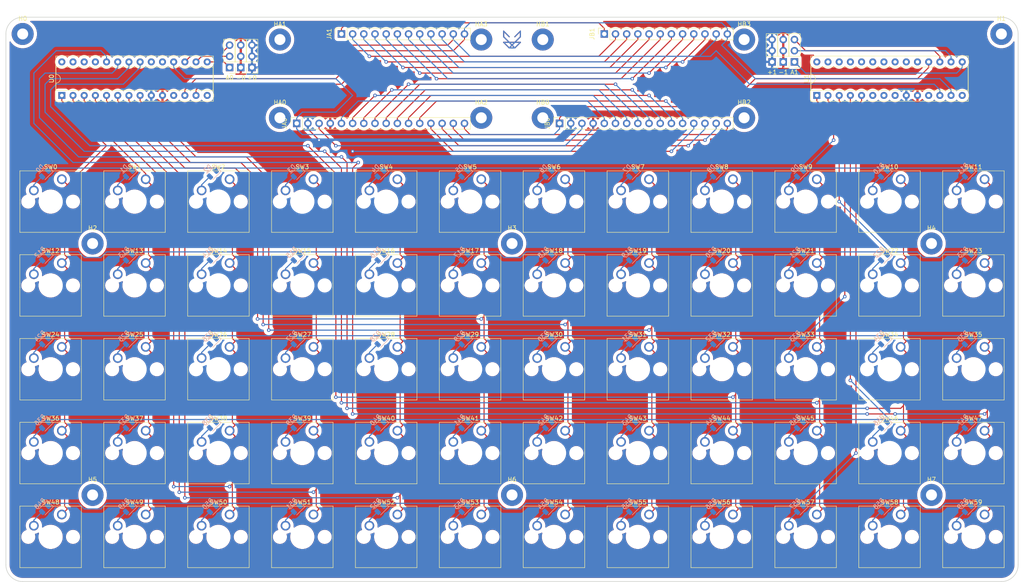
<source format=kicad_pcb>
(kicad_pcb (version 20171130) (host pcbnew 5.0.2-bee76a0~70~ubuntu18.04.1)
  (layers (0 F.Cu signal) (31 B.Cu signal) (34 B.Paste user) (35 F.Paste user) (36 B.SilkS user) (37 F.SilkS user) (38 B.Mask user) (39 F.Mask user) (44 Edge.Cuts user))
  (net 0 "")
  (net 1 R0)
  (net 2 "Net-(D0-Pad2)")
  (net 3 "Net-(D1-Pad2)")
  (net 4 "Net-(D2-Pad2)")
  (net 5 "Net-(D3-Pad2)")
  (net 6 "Net-(D4-Pad2)")
  (net 7 "Net-(D5-Pad2)")
  (net 8 "Net-(D6-Pad2)")
  (net 9 "Net-(D7-Pad2)")
  (net 10 "Net-(D8-Pad2)")
  (net 11 "Net-(D9-Pad2)")
  (net 12 "Net-(D10-Pad2)")
  (net 13 "Net-(D11-Pad2)")
  (net 14 R1)
  (net 15 "Net-(D12-Pad2)")
  (net 16 "Net-(D13-Pad2)")
  (net 17 "Net-(D14-Pad2)")
  (net 18 "Net-(D15-Pad2)")
  (net 19 "Net-(D16-Pad2)")
  (net 20 "Net-(D17-Pad2)")
  (net 21 "Net-(D18-Pad2)")
  (net 22 "Net-(D19-Pad2)")
  (net 23 "Net-(D20-Pad2)")
  (net 24 "Net-(D21-Pad2)")
  (net 25 "Net-(D22-Pad2)")
  (net 26 "Net-(D23-Pad2)")
  (net 27 R2)
  (net 28 "Net-(D24-Pad2)")
  (net 29 "Net-(D25-Pad2)")
  (net 30 "Net-(D26-Pad2)")
  (net 31 "Net-(D27-Pad2)")
  (net 32 "Net-(D28-Pad2)")
  (net 33 "Net-(D29-Pad2)")
  (net 34 "Net-(D30-Pad2)")
  (net 35 "Net-(D31-Pad2)")
  (net 36 "Net-(D32-Pad2)")
  (net 37 "Net-(D33-Pad2)")
  (net 38 "Net-(D34-Pad2)")
  (net 39 "Net-(D35-Pad2)")
  (net 40 "Net-(D36-Pad2)")
  (net 41 R3)
  (net 42 "Net-(D37-Pad2)")
  (net 43 "Net-(D38-Pad2)")
  (net 44 "Net-(D39-Pad2)")
  (net 45 "Net-(D40-Pad2)")
  (net 46 "Net-(D41-Pad2)")
  (net 47 "Net-(D42-Pad2)")
  (net 48 "Net-(D43-Pad2)")
  (net 49 "Net-(D44-Pad2)")
  (net 50 "Net-(D45-Pad2)")
  (net 51 "Net-(D46-Pad2)")
  (net 52 "Net-(D47-Pad2)")
  (net 53 R4)
  (net 54 "Net-(D48-Pad2)")
  (net 55 "Net-(D49-Pad2)")
  (net 56 "Net-(D50-Pad2)")
  (net 57 "Net-(D51-Pad2)")
  (net 58 "Net-(D52-Pad2)")
  (net 59 "Net-(D53-Pad2)")
  (net 60 "Net-(D54-Pad2)")
  (net 61 "Net-(D55-Pad2)")
  (net 62 "Net-(D56-Pad2)")
  (net 63 "Net-(D57-Pad2)")
  (net 64 "Net-(D58-Pad2)")
  (net 65 "Net-(D59-Pad2)")
  (net 66 RST)
  (net 67 3V3)
  (net 68 AREF)
  (net 69 A0)
  (net 70 A1)
  (net 71 A2)
  (net 72 A3)
  (net 73 A4)
  (net 74 A5)
  (net 75 SCK)
  (net 76 MOSI)
  (net 77 MISO)
  (net 78 0)
  (net 79 1)
  (net 80 VBAT)
  (net 81 EN)
  (net 82 VUSB)
  (net 83 13)
  (net 84 12)
  (net 85 11)
  (net 86 10)
  (net 87 9)
  (net 88 6)
  (net 89 5)
  (net 90 SCL)
  (net 91 SDA)
  (net 92 C0)
  (net 93 C1)
  (net 94 C2)
  (net 95 C3)
  (net 96 C4)
  (net 97 C5)
  (net 98 C6)
  (net 99 C7)
  (net 100 C8)
  (net 101 C9)
  (net 102 C10)
  (net 103 C11)
  (net 104 X)
  (net 105 GND)
  (net 106 "Net-(U1-Pad11)")
  (net 107 "Net-(U0-Pad28)")
  (net 108 "Net-(U0-Pad14)")
  (net 109 "Net-(U0-Pad27)")
  (net 110 "Net-(U0-Pad26)")
  (net 111 "Net-(U0-Pad25)")
  (net 112 "Net-(U0-Pad11)")
  (net 113 "Net-(U0-Pad20)")
  (net 114 "Net-(U0-Pad19)")
  (net 115 "Net-(U1-Pad19)")
  (net 116 "Net-(U1-Pad20)")
  (net 117 "Net-(U1-Pad21)")
  (net 118 "Net-(U1-Pad22)")
  (net 119 "Net-(U1-Pad23)")
  (net 120 "Net-(U1-Pad24)")
  (net 121 "Net-(U1-Pad25)")
  (net 122 "Net-(U1-Pad26)")
  (net 123 "Net-(U1-Pad27)")
  (net 124 "Net-(U1-Pad14)")
  (net 125 "Net-(U1-Pad28)")
  (net 126 "Net-(U1-Pad6)")
  (net 127 "Net-(U1-Pad7)")
  (net 128 "Net-(U1-Pad8)")
  (net 129 "Net-(A0-Pad1)")
  (net 130 "Net-(A0-Pad2)")
  (net 131 "Net-(A0-Pad3)")
  (net 132 "Net-(A1-Pad3)")
  (net 133 "Net-(A1-Pad2)")
  (net 134 "Net-(A1-Pad1)")
  (module Package_DIP:DIP-28_W7.62mm_Socket (layer F.Cu) (at 217.17 43.18 90)
    (fp_text reference U1 (at 3.81 -2.33 90) (layer F.SilkS))
    (fp_text value MCP23017_SP)
    (pad 1 thru_hole rect (at 0 0 90) (size 1.6 1.6) (drill 0.8) (layers *.Cu *.Mask) (net 1 R0))
    (pad 15 thru_hole oval (at 7.62 33.02 90) (size 1.6 1.6) (drill 0.8) (layers *.Cu *.Mask) (net 134 "Net-(A1-Pad1)"))
    (pad 2 thru_hole oval (at 0 2.54 90) (size 1.6 1.6) (drill 0.8) (layers *.Cu *.Mask) (net 14 R1))
    (pad 16 thru_hole oval (at 7.62 30.48 90) (size 1.6 1.6) (drill 0.8) (layers *.Cu *.Mask) (net 133 "Net-(A1-Pad2)"))
    (pad 3 thru_hole oval (at 0 5.08 90) (size 1.6 1.6) (drill 0.8) (layers *.Cu *.Mask) (net 27 R2))
    (pad 17 thru_hole oval (at 7.62 27.94 90) (size 1.6 1.6) (drill 0.8) (layers *.Cu *.Mask) (net 132 "Net-(A1-Pad3)"))
    (pad 4 thru_hole oval (at 0 7.62 90) (size 1.6 1.6) (drill 0.8) (layers *.Cu *.Mask) (net 41 R3))
    (pad 18 thru_hole oval (at 7.62 25.4 90) (size 1.6 1.6) (drill 0.8) (layers *.Cu *.Mask) (net 66 RST))
    (pad 5 thru_hole oval (at 0 10.16 90) (size 1.6 1.6) (drill 0.8) (layers *.Cu *.Mask) (net 53 R4))
    (pad 19 thru_hole oval (at 7.62 22.86 90) (size 1.6 1.6) (drill 0.8) (layers *.Cu *.Mask) (net 115 "Net-(U1-Pad19)"))
    (pad 6 thru_hole oval (at 0 12.7 90) (size 1.6 1.6) (drill 0.8) (layers *.Cu *.Mask) (net 126 "Net-(U1-Pad6)"))
    (pad 20 thru_hole oval (at 7.62 20.32 90) (size 1.6 1.6) (drill 0.8) (layers *.Cu *.Mask) (net 116 "Net-(U1-Pad20)"))
    (pad 7 thru_hole oval (at 0 15.24 90) (size 1.6 1.6) (drill 0.8) (layers *.Cu *.Mask) (net 127 "Net-(U1-Pad7)"))
    (pad 21 thru_hole oval (at 7.62 17.78 90) (size 1.6 1.6) (drill 0.8) (layers *.Cu *.Mask) (net 117 "Net-(U1-Pad21)"))
    (pad 8 thru_hole oval (at 0 17.78 90) (size 1.6 1.6) (drill 0.8) (layers *.Cu *.Mask) (net 128 "Net-(U1-Pad8)"))
    (pad 22 thru_hole oval (at 7.62 15.24 90) (size 1.6 1.6) (drill 0.8) (layers *.Cu *.Mask) (net 118 "Net-(U1-Pad22)"))
    (pad 9 thru_hole oval (at 0 20.32 90) (size 1.6 1.6) (drill 0.8) (layers *.Cu *.Mask) (net 67 3V3))
    (pad 23 thru_hole oval (at 7.62 12.7 90) (size 1.6 1.6) (drill 0.8) (layers *.Cu *.Mask) (net 119 "Net-(U1-Pad23)"))
    (pad 10 thru_hole oval (at 0 22.86 90) (size 1.6 1.6) (drill 0.8) (layers *.Cu *.Mask) (net 105 GND))
    (pad 24 thru_hole oval (at 7.62 10.16 90) (size 1.6 1.6) (drill 0.8) (layers *.Cu *.Mask) (net 120 "Net-(U1-Pad24)"))
    (pad 11 thru_hole oval (at 0 25.4 90) (size 1.6 1.6) (drill 0.8) (layers *.Cu *.Mask) (net 106 "Net-(U1-Pad11)"))
    (pad 25 thru_hole oval (at 7.62 7.62 90) (size 1.6 1.6) (drill 0.8) (layers *.Cu *.Mask) (net 121 "Net-(U1-Pad25)"))
    (pad 12 thru_hole oval (at 0 27.94 90) (size 1.6 1.6) (drill 0.8) (layers *.Cu *.Mask) (net 90 SCL))
    (pad 26 thru_hole oval (at 7.62 5.08 90) (size 1.6 1.6) (drill 0.8) (layers *.Cu *.Mask) (net 122 "Net-(U1-Pad26)"))
    (pad 13 thru_hole oval (at 0 30.48 90) (size 1.6 1.6) (drill 0.8) (layers *.Cu *.Mask) (net 91 SDA))
    (pad 27 thru_hole oval (at 7.62 2.54 90) (size 1.6 1.6) (drill 0.8) (layers *.Cu *.Mask) (net 123 "Net-(U1-Pad27)"))
    (pad 14 thru_hole oval (at 0 33.02 90) (size 1.6 1.6) (drill 0.8) (layers *.Cu *.Mask) (net 124 "Net-(U1-Pad14)"))
    (pad 28 thru_hole oval (at 7.62 0 90) (size 1.6 1.6) (drill 0.8) (layers *.Cu *.Mask) (net 125 "Net-(U1-Pad28)"))
  )
  (module Diode_SMD:D_0805_2012Metric (layer B.Cu) (at 41.91 60.96 225)
    (fp_text reference D0 (at 0 1.65 225) (layer B.SilkS) (effects (justify mirror)))
    (fp_text value D)
    (pad 1 smd roundrect (at -0.937501 0 225) (size 0.975 1.4) (layers B.Cu B.Paste B.Mask) (net 1 R0))
    (pad 2 smd roundrect (at 0.937501 0 225) (size 0.975 1.4) (layers B.Cu B.Paste B.Mask) (net 2 "Net-(D0-Pad2)"))
  )
  (module Diode_SMD:D_0805_2012Metric (layer B.Cu) (at 60.96 60.96 225)
    (fp_text reference D1 (at 0 1.65 225) (layer B.SilkS) (effects (justify mirror)))
    (fp_text value D)
    (pad 1 smd roundrect (at -0.937501 0 225) (size 0.975 1.4) (layers B.Cu B.Paste B.Mask) (net 1 R0))
    (pad 2 smd roundrect (at 0.937501 0 225) (size 0.975 1.4) (layers B.Cu B.Paste B.Mask) (net 3 "Net-(D1-Pad2)"))
  )
  (module Diode_SMD:D_0805_2012Metric (layer B.Cu) (at 80.01 60.96 225)
    (fp_text reference D2 (at 0 1.65 225) (layer B.SilkS) (effects (justify mirror)))
    (fp_text value D)
    (pad 1 smd roundrect (at -0.937501 0 225) (size 0.975 1.4) (layers B.Cu B.Paste B.Mask) (net 1 R0))
    (pad 2 smd roundrect (at 0.937501 0 225) (size 0.975 1.4) (layers B.Cu B.Paste B.Mask) (net 4 "Net-(D2-Pad2)"))
  )
  (module Diode_SMD:D_0805_2012Metric (layer B.Cu) (at 99.06 60.96 225)
    (fp_text reference D3 (at 0 1.65 225) (layer B.SilkS) (effects (justify mirror)))
    (fp_text value D)
    (pad 2 smd roundrect (at 0.937501 0 225) (size 0.975 1.4) (layers B.Cu B.Paste B.Mask) (net 5 "Net-(D3-Pad2)"))
    (pad 1 smd roundrect (at -0.937501 0 225) (size 0.975 1.4) (layers B.Cu B.Paste B.Mask) (net 1 R0))
  )
  (module Diode_SMD:D_0805_2012Metric (layer B.Cu) (at 118.11 60.96 225)
    (fp_text reference D4 (at 0 1.65 225) (layer B.SilkS) (effects (justify mirror)))
    (fp_text value D)
    (pad 2 smd roundrect (at 0.937501 0 225) (size 0.975 1.4) (layers B.Cu B.Paste B.Mask) (net 6 "Net-(D4-Pad2)"))
    (pad 1 smd roundrect (at -0.937501 0 225) (size 0.975 1.4) (layers B.Cu B.Paste B.Mask) (net 1 R0))
  )
  (module Diode_SMD:D_0805_2012Metric (layer B.Cu) (at 137.16 60.96 225)
    (fp_text reference D5 (at 0 1.65 225) (layer B.SilkS) (effects (justify mirror)))
    (fp_text value D)
    (pad 2 smd roundrect (at 0.937501 0 225) (size 0.975 1.4) (layers B.Cu B.Paste B.Mask) (net 7 "Net-(D5-Pad2)"))
    (pad 1 smd roundrect (at -0.937501 0 225) (size 0.975 1.4) (layers B.Cu B.Paste B.Mask) (net 1 R0))
  )
  (module Diode_SMD:D_0805_2012Metric (layer B.Cu) (at 156.21 60.96 225)
    (fp_text reference D6 (at 0 1.65 225) (layer B.SilkS) (effects (justify mirror)))
    (fp_text value D)
    (pad 2 smd roundrect (at 0.937501 0 225) (size 0.975 1.4) (layers B.Cu B.Paste B.Mask) (net 8 "Net-(D6-Pad2)"))
    (pad 1 smd roundrect (at -0.937501 0 225) (size 0.975 1.4) (layers B.Cu B.Paste B.Mask) (net 1 R0))
  )
  (module Diode_SMD:D_0805_2012Metric (layer B.Cu) (at 175.26 60.96 225)
    (fp_text reference D7 (at 0 1.65 225) (layer B.SilkS) (effects (justify mirror)))
    (fp_text value D)
    (pad 2 smd roundrect (at 0.937501 0 225) (size 0.975 1.4) (layers B.Cu B.Paste B.Mask) (net 9 "Net-(D7-Pad2)"))
    (pad 1 smd roundrect (at -0.937501 0 225) (size 0.975 1.4) (layers B.Cu B.Paste B.Mask) (net 1 R0))
  )
  (module Diode_SMD:D_0805_2012Metric (layer B.Cu) (at 194.31 60.96 225)
    (fp_text reference D8 (at 0 1.65 225) (layer B.SilkS) (effects (justify mirror)))
    (fp_text value D)
    (pad 2 smd roundrect (at 0.937501 0 225) (size 0.975 1.4) (layers B.Cu B.Paste B.Mask) (net 10 "Net-(D8-Pad2)"))
    (pad 1 smd roundrect (at -0.937501 0 225) (size 0.975 1.4) (layers B.Cu B.Paste B.Mask) (net 1 R0))
  )
  (module Diode_SMD:D_0805_2012Metric (layer B.Cu) (at 213.36 60.96 225)
    (fp_text reference D9 (at 0 1.65 225) (layer B.SilkS) (effects (justify mirror)))
    (fp_text value D)
    (pad 1 smd roundrect (at -0.937501 0 225) (size 0.975 1.4) (layers B.Cu B.Paste B.Mask) (net 1 R0))
    (pad 2 smd roundrect (at 0.937501 0 225) (size 0.975 1.4) (layers B.Cu B.Paste B.Mask) (net 11 "Net-(D9-Pad2)"))
  )
  (module Diode_SMD:D_0805_2012Metric (layer B.Cu) (at 232.41 60.96 225)
    (fp_text reference D10 (at 0 1.65 225) (layer B.SilkS) (effects (justify mirror)))
    (fp_text value D)
    (pad 2 smd roundrect (at 0.937501 0 225) (size 0.975 1.4) (layers B.Cu B.Paste B.Mask) (net 12 "Net-(D10-Pad2)"))
    (pad 1 smd roundrect (at -0.937501 0 225) (size 0.975 1.4) (layers B.Cu B.Paste B.Mask) (net 1 R0))
  )
  (module Diode_SMD:D_0805_2012Metric (layer B.Cu) (at 251.46 60.96 225)
    (fp_text reference D11 (at 0 1.65 225) (layer B.SilkS) (effects (justify mirror)))
    (fp_text value D)
    (pad 2 smd roundrect (at 0.937501 0 225) (size 0.975 1.4) (layers B.Cu B.Paste B.Mask) (net 13 "Net-(D11-Pad2)"))
    (pad 1 smd roundrect (at -0.937501 0 225) (size 0.975 1.4) (layers B.Cu B.Paste B.Mask) (net 1 R0))
  )
  (module Diode_SMD:D_0805_2012Metric (layer B.Cu) (at 41.91 80.01 225)
    (fp_text reference D12 (at 0 1.65 225) (layer B.SilkS) (effects (justify mirror)))
    (fp_text value D)
    (pad 2 smd roundrect (at 0.937501 0 225) (size 0.975 1.4) (layers B.Cu B.Paste B.Mask) (net 15 "Net-(D12-Pad2)"))
    (pad 1 smd roundrect (at -0.937501 0 225) (size 0.975 1.4) (layers B.Cu B.Paste B.Mask) (net 14 R1))
  )
  (module Diode_SMD:D_0805_2012Metric (layer B.Cu) (at 60.96 80.01 225)
    (fp_text reference D13 (at 0 1.65 225) (layer B.SilkS) (effects (justify mirror)))
    (fp_text value D)
    (pad 1 smd roundrect (at -0.937501 0 225) (size 0.975 1.4) (layers B.Cu B.Paste B.Mask) (net 14 R1))
    (pad 2 smd roundrect (at 0.937501 0 225) (size 0.975 1.4) (layers B.Cu B.Paste B.Mask) (net 16 "Net-(D13-Pad2)"))
  )
  (module Diode_SMD:D_0805_2012Metric (layer B.Cu) (at 80.01 80.01 225)
    (fp_text reference D14 (at 0 1.65 225) (layer B.SilkS) (effects (justify mirror)))
    (fp_text value D)
    (pad 2 smd roundrect (at 0.937501 0 225) (size 0.975 1.4) (layers B.Cu B.Paste B.Mask) (net 17 "Net-(D14-Pad2)"))
    (pad 1 smd roundrect (at -0.937501 0 225) (size 0.975 1.4) (layers B.Cu B.Paste B.Mask) (net 14 R1))
  )
  (module Diode_SMD:D_0805_2012Metric (layer B.Cu) (at 99.06 80.01 225)
    (fp_text reference D15 (at 0 1.65 225) (layer B.SilkS) (effects (justify mirror)))
    (fp_text value D)
    (pad 1 smd roundrect (at -0.937501 0 225) (size 0.975 1.4) (layers B.Cu B.Paste B.Mask) (net 14 R1))
    (pad 2 smd roundrect (at 0.937501 0 225) (size 0.975 1.4) (layers B.Cu B.Paste B.Mask) (net 18 "Net-(D15-Pad2)"))
  )
  (module Diode_SMD:D_0805_2012Metric (layer B.Cu) (at 118.11 80.01 225)
    (fp_text reference D16 (at 0 1.65 225) (layer B.SilkS) (effects (justify mirror)))
    (fp_text value D)
    (pad 1 smd roundrect (at -0.937501 0 225) (size 0.975 1.4) (layers B.Cu B.Paste B.Mask) (net 14 R1))
    (pad 2 smd roundrect (at 0.937501 0 225) (size 0.975 1.4) (layers B.Cu B.Paste B.Mask) (net 19 "Net-(D16-Pad2)"))
  )
  (module Diode_SMD:D_0805_2012Metric (layer B.Cu) (at 137.16 80.01 225)
    (fp_text reference D17 (at 0 1.65 225) (layer B.SilkS) (effects (justify mirror)))
    (fp_text value D)
    (pad 1 smd roundrect (at -0.937501 0 225) (size 0.975 1.4) (layers B.Cu B.Paste B.Mask) (net 14 R1))
    (pad 2 smd roundrect (at 0.937501 0 225) (size 0.975 1.4) (layers B.Cu B.Paste B.Mask) (net 20 "Net-(D17-Pad2)"))
  )
  (module Diode_SMD:D_0805_2012Metric (layer B.Cu) (at 156.21 80.01 225)
    (fp_text reference D18 (at 0 1.65 225) (layer B.SilkS) (effects (justify mirror)))
    (fp_text value D)
    (pad 2 smd roundrect (at 0.937501 0 225) (size 0.975 1.4) (layers B.Cu B.Paste B.Mask) (net 21 "Net-(D18-Pad2)"))
    (pad 1 smd roundrect (at -0.937501 0 225) (size 0.975 1.4) (layers B.Cu B.Paste B.Mask) (net 14 R1))
  )
  (module Diode_SMD:D_0805_2012Metric (layer B.Cu) (at 175.26 80.01 225)
    (fp_text reference D19 (at 0 1.65 225) (layer B.SilkS) (effects (justify mirror)))
    (fp_text value D)
    (pad 1 smd roundrect (at -0.937501 0 225) (size 0.975 1.4) (layers B.Cu B.Paste B.Mask) (net 14 R1))
    (pad 2 smd roundrect (at 0.937501 0 225) (size 0.975 1.4) (layers B.Cu B.Paste B.Mask) (net 22 "Net-(D19-Pad2)"))
  )
  (module Diode_SMD:D_0805_2012Metric (layer B.Cu) (at 194.31 80.01 225)
    (fp_text reference D20 (at 0 1.65 225) (layer B.SilkS) (effects (justify mirror)))
    (fp_text value D)
    (pad 1 smd roundrect (at -0.937501 0 225) (size 0.975 1.4) (layers B.Cu B.Paste B.Mask) (net 14 R1))
    (pad 2 smd roundrect (at 0.937501 0 225) (size 0.975 1.4) (layers B.Cu B.Paste B.Mask) (net 23 "Net-(D20-Pad2)"))
  )
  (module Diode_SMD:D_0805_2012Metric (layer B.Cu) (at 213.36 80.01 225)
    (fp_text reference D21 (at 0 1.65 225) (layer B.SilkS) (effects (justify mirror)))
    (fp_text value D)
    (pad 1 smd roundrect (at -0.937501 0 225) (size 0.975 1.4) (layers B.Cu B.Paste B.Mask) (net 14 R1))
    (pad 2 smd roundrect (at 0.937501 0 225) (size 0.975 1.4) (layers B.Cu B.Paste B.Mask) (net 24 "Net-(D21-Pad2)"))
  )
  (module Diode_SMD:D_0805_2012Metric (layer B.Cu) (at 232.41 80.01 225)
    (fp_text reference D22 (at 0 1.65 225) (layer B.SilkS) (effects (justify mirror)))
    (fp_text value D)
    (pad 2 smd roundrect (at 0.937501 0 225) (size 0.975 1.4) (layers B.Cu B.Paste B.Mask) (net 25 "Net-(D22-Pad2)"))
    (pad 1 smd roundrect (at -0.937501 0 225) (size 0.975 1.4) (layers B.Cu B.Paste B.Mask) (net 14 R1))
  )
  (module Diode_SMD:D_0805_2012Metric (layer B.Cu) (at 251.46 80.01 225)
    (fp_text reference D23 (at 0 1.65 225) (layer B.SilkS) (effects (justify mirror)))
    (fp_text value D)
    (pad 1 smd roundrect (at -0.937501 0 225) (size 0.975 1.4) (layers B.Cu B.Paste B.Mask) (net 14 R1))
    (pad 2 smd roundrect (at 0.937501 0 225) (size 0.975 1.4) (layers B.Cu B.Paste B.Mask) (net 26 "Net-(D23-Pad2)"))
  )
  (module Diode_SMD:D_0805_2012Metric (layer B.Cu) (at 41.91 99.06 225)
    (fp_text reference D24 (at 0 1.65 225) (layer B.SilkS) (effects (justify mirror)))
    (fp_text value D)
    (pad 2 smd roundrect (at 0.937501 0 225) (size 0.975 1.4) (layers B.Cu B.Paste B.Mask) (net 28 "Net-(D24-Pad2)"))
    (pad 1 smd roundrect (at -0.937501 0 225) (size 0.975 1.4) (layers B.Cu B.Paste B.Mask) (net 27 R2))
  )
  (module Diode_SMD:D_0805_2012Metric (layer B.Cu) (at 60.96 99.06 225)
    (fp_text reference D25 (at 0 1.65 225) (layer B.SilkS) (effects (justify mirror)))
    (fp_text value D)
    (pad 1 smd roundrect (at -0.937501 0 225) (size 0.975 1.4) (layers B.Cu B.Paste B.Mask) (net 27 R2))
    (pad 2 smd roundrect (at 0.937501 0 225) (size 0.975 1.4) (layers B.Cu B.Paste B.Mask) (net 29 "Net-(D25-Pad2)"))
  )
  (module Diode_SMD:D_0805_2012Metric (layer B.Cu) (at 80.01 99.06 225)
    (fp_text reference D26 (at 0 1.65 225) (layer B.SilkS) (effects (justify mirror)))
    (fp_text value D)
    (pad 2 smd roundrect (at 0.937501 0 225) (size 0.975 1.4) (layers B.Cu B.Paste B.Mask) (net 30 "Net-(D26-Pad2)"))
    (pad 1 smd roundrect (at -0.937501 0 225) (size 0.975 1.4) (layers B.Cu B.Paste B.Mask) (net 27 R2))
  )
  (module Diode_SMD:D_0805_2012Metric (layer B.Cu) (at 99.06 99.06 225)
    (fp_text reference D27 (at 0 1.65 225) (layer B.SilkS) (effects (justify mirror)))
    (fp_text value D)
    (pad 1 smd roundrect (at -0.937501 0 225) (size 0.975 1.4) (layers B.Cu B.Paste B.Mask) (net 27 R2))
    (pad 2 smd roundrect (at 0.937501 0 225) (size 0.975 1.4) (layers B.Cu B.Paste B.Mask) (net 31 "Net-(D27-Pad2)"))
  )
  (module Diode_SMD:D_0805_2012Metric (layer B.Cu) (at 118.11 99.06 225)
    (fp_text reference D28 (at 0 1.65 225) (layer B.SilkS) (effects (justify mirror)))
    (fp_text value D)
    (pad 2 smd roundrect (at 0.937501 0 225) (size 0.975 1.4) (layers B.Cu B.Paste B.Mask) (net 32 "Net-(D28-Pad2)"))
    (pad 1 smd roundrect (at -0.937501 0 225) (size 0.975 1.4) (layers B.Cu B.Paste B.Mask) (net 27 R2))
  )
  (module Diode_SMD:D_0805_2012Metric (layer B.Cu) (at 137.16 99.06 225)
    (fp_text reference D29 (at 0 1.65 225) (layer B.SilkS) (effects (justify mirror)))
    (fp_text value D)
    (pad 1 smd roundrect (at -0.937501 0 225) (size 0.975 1.4) (layers B.Cu B.Paste B.Mask) (net 27 R2))
    (pad 2 smd roundrect (at 0.937501 0 225) (size 0.975 1.4) (layers B.Cu B.Paste B.Mask) (net 33 "Net-(D29-Pad2)"))
  )
  (module Diode_SMD:D_0805_2012Metric (layer B.Cu) (at 156.21 99.06 225)
    (fp_text reference D30 (at 0 1.65 225) (layer B.SilkS) (effects (justify mirror)))
    (fp_text value D)
    (pad 1 smd roundrect (at -0.937501 0 225) (size 0.975 1.4) (layers B.Cu B.Paste B.Mask) (net 27 R2))
    (pad 2 smd roundrect (at 0.937501 0 225) (size 0.975 1.4) (layers B.Cu B.Paste B.Mask) (net 34 "Net-(D30-Pad2)"))
  )
  (module Diode_SMD:D_0805_2012Metric (layer B.Cu) (at 175.26 99.06 225)
    (fp_text reference D31 (at 0 1.65 225) (layer B.SilkS) (effects (justify mirror)))
    (fp_text value D)
    (pad 1 smd roundrect (at -0.937501 0 225) (size 0.975 1.4) (layers B.Cu B.Paste B.Mask) (net 27 R2))
    (pad 2 smd roundrect (at 0.937501 0 225) (size 0.975 1.4) (layers B.Cu B.Paste B.Mask) (net 35 "Net-(D31-Pad2)"))
  )
  (module Diode_SMD:D_0805_2012Metric (layer B.Cu) (at 194.31 99.06 225)
    (fp_text reference D32 (at 0 1.65 225) (layer B.SilkS) (effects (justify mirror)))
    (fp_text value D)
    (pad 1 smd roundrect (at -0.937501 0 225) (size 0.975 1.4) (layers B.Cu B.Paste B.Mask) (net 27 R2))
    (pad 2 smd roundrect (at 0.937501 0 225) (size 0.975 1.4) (layers B.Cu B.Paste B.Mask) (net 36 "Net-(D32-Pad2)"))
  )
  (module Diode_SMD:D_0805_2012Metric (layer B.Cu) (at 213.36 99.06 225)
    (fp_text reference D33 (at 0 1.65 225) (layer B.SilkS) (effects (justify mirror)))
    (fp_text value D)
    (pad 2 smd roundrect (at 0.937501 0 225) (size 0.975 1.4) (layers B.Cu B.Paste B.Mask) (net 37 "Net-(D33-Pad2)"))
    (pad 1 smd roundrect (at -0.937501 0 225) (size 0.975 1.4) (layers B.Cu B.Paste B.Mask) (net 27 R2))
  )
  (module Diode_SMD:D_0805_2012Metric (layer B.Cu) (at 232.41 99.06 225)
    (fp_text reference D34 (at 0 1.65 225) (layer B.SilkS) (effects (justify mirror)))
    (fp_text value D)
    (pad 1 smd roundrect (at -0.937501 0 225) (size 0.975 1.4) (layers B.Cu B.Paste B.Mask) (net 27 R2))
    (pad 2 smd roundrect (at 0.937501 0 225) (size 0.975 1.4) (layers B.Cu B.Paste B.Mask) (net 38 "Net-(D34-Pad2)"))
  )
  (module Diode_SMD:D_0805_2012Metric (layer B.Cu) (at 251.46 99.06 225)
    (fp_text reference D35 (at 0 1.65 225) (layer B.SilkS) (effects (justify mirror)))
    (fp_text value D)
    (pad 1 smd roundrect (at -0.937501 0 225) (size 0.975 1.4) (layers B.Cu B.Paste B.Mask) (net 27 R2))
    (pad 2 smd roundrect (at 0.937501 0 225) (size 0.975 1.4) (layers B.Cu B.Paste B.Mask) (net 39 "Net-(D35-Pad2)"))
  )
  (module Diode_SMD:D_0805_2012Metric (layer B.Cu) (at 41.91 118.11 225)
    (fp_text reference D36 (at 0 1.65 225) (layer B.SilkS) (effects (justify mirror)))
    (fp_text value D)
    (pad 2 smd roundrect (at 0.937501 0 225) (size 0.975 1.4) (layers B.Cu B.Paste B.Mask) (net 40 "Net-(D36-Pad2)"))
    (pad 1 smd roundrect (at -0.937501 0 225) (size 0.975 1.4) (layers B.Cu B.Paste B.Mask) (net 41 R3))
  )
  (module Diode_SMD:D_0805_2012Metric (layer B.Cu) (at 60.96 118.11 225)
    (fp_text reference D37 (at 0 1.65 225) (layer B.SilkS) (effects (justify mirror)))
    (fp_text value D)
    (pad 1 smd roundrect (at -0.937501 0 225) (size 0.975 1.4) (layers B.Cu B.Paste B.Mask) (net 41 R3))
    (pad 2 smd roundrect (at 0.937501 0 225) (size 0.975 1.4) (layers B.Cu B.Paste B.Mask) (net 42 "Net-(D37-Pad2)"))
  )
  (module Diode_SMD:D_0805_2012Metric (layer B.Cu) (at 80.01 118.11 225)
    (fp_text reference D38 (at 0 1.65 225) (layer B.SilkS) (effects (justify mirror)))
    (fp_text value D)
    (pad 2 smd roundrect (at 0.937501 0 225) (size 0.975 1.4) (layers B.Cu B.Paste B.Mask) (net 43 "Net-(D38-Pad2)"))
    (pad 1 smd roundrect (at -0.937501 0 225) (size 0.975 1.4) (layers B.Cu B.Paste B.Mask) (net 41 R3))
  )
  (module Diode_SMD:D_0805_2012Metric (layer B.Cu) (at 99.06 118.11 225)
    (fp_text reference D39 (at 0 1.65 225) (layer B.SilkS) (effects (justify mirror)))
    (fp_text value D)
    (pad 1 smd roundrect (at -0.937501 0 225) (size 0.975 1.4) (layers B.Cu B.Paste B.Mask) (net 41 R3))
    (pad 2 smd roundrect (at 0.937501 0 225) (size 0.975 1.4) (layers B.Cu B.Paste B.Mask) (net 44 "Net-(D39-Pad2)"))
  )
  (module Diode_SMD:D_0805_2012Metric (layer B.Cu) (at 118.11 118.11 225)
    (fp_text reference D40 (at 0 1.65 225) (layer B.SilkS) (effects (justify mirror)))
    (fp_text value D)
    (pad 2 smd roundrect (at 0.937501 0 225) (size 0.975 1.4) (layers B.Cu B.Paste B.Mask) (net 45 "Net-(D40-Pad2)"))
    (pad 1 smd roundrect (at -0.937501 0 225) (size 0.975 1.4) (layers B.Cu B.Paste B.Mask) (net 41 R3))
  )
  (module Diode_SMD:D_0805_2012Metric (layer B.Cu) (at 137.16 118.11 225)
    (fp_text reference D41 (at 0 1.65 225) (layer B.SilkS) (effects (justify mirror)))
    (fp_text value D)
    (pad 1 smd roundrect (at -0.937501 0 225) (size 0.975 1.4) (layers B.Cu B.Paste B.Mask) (net 41 R3))
    (pad 2 smd roundrect (at 0.937501 0 225) (size 0.975 1.4) (layers B.Cu B.Paste B.Mask) (net 46 "Net-(D41-Pad2)"))
  )
  (module Diode_SMD:D_0805_2012Metric (layer B.Cu) (at 156.21 118.11 225)
    (fp_text reference D42 (at 0 1.65 225) (layer B.SilkS) (effects (justify mirror)))
    (fp_text value D)
    (pad 2 smd roundrect (at 0.937501 0 225) (size 0.975 1.4) (layers B.Cu B.Paste B.Mask) (net 47 "Net-(D42-Pad2)"))
    (pad 1 smd roundrect (at -0.937501 0 225) (size 0.975 1.4) (layers B.Cu B.Paste B.Mask) (net 41 R3))
  )
  (module Diode_SMD:D_0805_2012Metric (layer B.Cu) (at 175.26 118.11 225)
    (fp_text reference D43 (at 0 1.65 225) (layer B.SilkS) (effects (justify mirror)))
    (fp_text value D)
    (pad 1 smd roundrect (at -0.937501 0 225) (size 0.975 1.4) (layers B.Cu B.Paste B.Mask) (net 41 R3))
    (pad 2 smd roundrect (at 0.937501 0 225) (size 0.975 1.4) (layers B.Cu B.Paste B.Mask) (net 48 "Net-(D43-Pad2)"))
  )
  (module Diode_SMD:D_0805_2012Metric (layer B.Cu) (at 194.31 118.11 225)
    (fp_text reference D44 (at 0 1.65 225) (layer B.SilkS) (effects (justify mirror)))
    (fp_text value D)
    (pad 2 smd roundrect (at 0.937501 0 225) (size 0.975 1.4) (layers B.Cu B.Paste B.Mask) (net 49 "Net-(D44-Pad2)"))
    (pad 1 smd roundrect (at -0.937501 0 225) (size 0.975 1.4) (layers B.Cu B.Paste B.Mask) (net 41 R3))
  )
  (module Diode_SMD:D_0805_2012Metric (layer B.Cu) (at 213.36 118.11 225)
    (fp_text reference D45 (at 0 1.65 225) (layer B.SilkS) (effects (justify mirror)))
    (fp_text value D)
    (pad 1 smd roundrect (at -0.937501 0 225) (size 0.975 1.4) (layers B.Cu B.Paste B.Mask) (net 41 R3))
    (pad 2 smd roundrect (at 0.937501 0 225) (size 0.975 1.4) (layers B.Cu B.Paste B.Mask) (net 50 "Net-(D45-Pad2)"))
  )
  (module Diode_SMD:D_0805_2012Metric (layer B.Cu) (at 232.41 118.11 225)
    (fp_text reference D46 (at 0 1.65 225) (layer B.SilkS) (effects (justify mirror)))
    (fp_text value D)
    (pad 1 smd roundrect (at -0.937501 0 225) (size 0.975 1.4) (layers B.Cu B.Paste B.Mask) (net 41 R3))
    (pad 2 smd roundrect (at 0.937501 0 225) (size 0.975 1.4) (layers B.Cu B.Paste B.Mask) (net 51 "Net-(D46-Pad2)"))
  )
  (module Diode_SMD:D_0805_2012Metric (layer B.Cu) (at 251.46 118.11 225)
    (fp_text reference D47 (at 0 1.65 225) (layer B.SilkS) (effects (justify mirror)))
    (fp_text value D)
    (pad 1 smd roundrect (at -0.937501 0 225) (size 0.975 1.4) (layers B.Cu B.Paste B.Mask) (net 41 R3))
    (pad 2 smd roundrect (at 0.937501 0 225) (size 0.975 1.4) (layers B.Cu B.Paste B.Mask) (net 52 "Net-(D47-Pad2)"))
  )
  (module Diode_SMD:D_0805_2012Metric (layer B.Cu) (at 41.91 137.16 225)
    (fp_text reference D48 (at 0 1.65 225) (layer B.SilkS) (effects (justify mirror)))
    (fp_text value D)
    (pad 2 smd roundrect (at 0.937501 0 225) (size 0.975 1.4) (layers B.Cu B.Paste B.Mask) (net 54 "Net-(D48-Pad2)"))
    (pad 1 smd roundrect (at -0.937501 0 225) (size 0.975 1.4) (layers B.Cu B.Paste B.Mask) (net 53 R4))
  )
  (module Diode_SMD:D_0805_2012Metric (layer B.Cu) (at 60.96 137.16 225)
    (fp_text reference D49 (at 0 1.65 225) (layer B.SilkS) (effects (justify mirror)))
    (fp_text value D)
    (pad 1 smd roundrect (at -0.937501 0 225) (size 0.975 1.4) (layers B.Cu B.Paste B.Mask) (net 53 R4))
    (pad 2 smd roundrect (at 0.937501 0 225) (size 0.975 1.4) (layers B.Cu B.Paste B.Mask) (net 55 "Net-(D49-Pad2)"))
  )
  (module Diode_SMD:D_0805_2012Metric (layer B.Cu) (at 80.01 137.16 225)
    (fp_text reference D50 (at 0 1.65 225) (layer B.SilkS) (effects (justify mirror)))
    (fp_text value D)
    (pad 2 smd roundrect (at 0.937501 0 225) (size 0.975 1.4) (layers B.Cu B.Paste B.Mask) (net 56 "Net-(D50-Pad2)"))
    (pad 1 smd roundrect (at -0.937501 0 225) (size 0.975 1.4) (layers B.Cu B.Paste B.Mask) (net 53 R4))
  )
  (module Diode_SMD:D_0805_2012Metric (layer B.Cu) (at 99.06 137.16 225)
    (fp_text reference D51 (at 0 1.65 225) (layer B.SilkS) (effects (justify mirror)))
    (fp_text value D)
    (pad 1 smd roundrect (at -0.937501 0 225) (size 0.975 1.4) (layers B.Cu B.Paste B.Mask) (net 53 R4))
    (pad 2 smd roundrect (at 0.937501 0 225) (size 0.975 1.4) (layers B.Cu B.Paste B.Mask) (net 57 "Net-(D51-Pad2)"))
  )
  (module Diode_SMD:D_0805_2012Metric (layer B.Cu) (at 118.11 137.16 225)
    (fp_text reference D52 (at 0 1.65 225) (layer B.SilkS) (effects (justify mirror)))
    (fp_text value D)
    (pad 2 smd roundrect (at 0.937501 0 225) (size 0.975 1.4) (layers B.Cu B.Paste B.Mask) (net 58 "Net-(D52-Pad2)"))
    (pad 1 smd roundrect (at -0.937501 0 225) (size 0.975 1.4) (layers B.Cu B.Paste B.Mask) (net 53 R4))
  )
  (module Diode_SMD:D_0805_2012Metric (layer B.Cu) (at 137.16 137.16 225)
    (fp_text reference D53 (at 0 1.65 225) (layer B.SilkS) (effects (justify mirror)))
    (fp_text value D)
    (pad 1 smd roundrect (at -0.937501 0 225) (size 0.975 1.4) (layers B.Cu B.Paste B.Mask) (net 53 R4))
    (pad 2 smd roundrect (at 0.937501 0 225) (size 0.975 1.4) (layers B.Cu B.Paste B.Mask) (net 59 "Net-(D53-Pad2)"))
  )
  (module Diode_SMD:D_0805_2012Metric (layer B.Cu) (at 156.21 137.16 225)
    (fp_text reference D54 (at 0 1.65 225) (layer B.SilkS) (effects (justify mirror)))
    (fp_text value D)
    (pad 2 smd roundrect (at 0.937501 0 225) (size 0.975 1.4) (layers B.Cu B.Paste B.Mask) (net 60 "Net-(D54-Pad2)"))
    (pad 1 smd roundrect (at -0.937501 0 225) (size 0.975 1.4) (layers B.Cu B.Paste B.Mask) (net 53 R4))
  )
  (module Diode_SMD:D_0805_2012Metric (layer B.Cu) (at 175.26 137.16 225)
    (fp_text reference D55 (at 0 1.65 225) (layer B.SilkS) (effects (justify mirror)))
    (fp_text value D)
    (pad 1 smd roundrect (at -0.937501 0 225) (size 0.975 1.4) (layers B.Cu B.Paste B.Mask) (net 53 R4))
    (pad 2 smd roundrect (at 0.937501 0 225) (size 0.975 1.4) (layers B.Cu B.Paste B.Mask) (net 61 "Net-(D55-Pad2)"))
  )
  (module Diode_SMD:D_0805_2012Metric (layer B.Cu) (at 194.31 137.16 225)
    (fp_text reference D56 (at 0 1.65 225) (layer B.SilkS) (effects (justify mirror)))
    (fp_text value D)
    (pad 2 smd roundrect (at 0.937501 0 225) (size 0.975 1.4) (layers B.Cu B.Paste B.Mask) (net 62 "Net-(D56-Pad2)"))
    (pad 1 smd roundrect (at -0.937501 0 225) (size 0.975 1.4) (layers B.Cu B.Paste B.Mask) (net 53 R4))
  )
  (module Diode_SMD:D_0805_2012Metric (layer B.Cu) (at 213.36 137.16 225)
    (fp_text reference D57 (at 0 1.65 225) (layer B.SilkS) (effects (justify mirror)))
    (fp_text value D)
    (pad 1 smd roundrect (at -0.937501 0 225) (size 0.975 1.4) (layers B.Cu B.Paste B.Mask) (net 53 R4))
    (pad 2 smd roundrect (at 0.937501 0 225) (size 0.975 1.4) (layers B.Cu B.Paste B.Mask) (net 63 "Net-(D57-Pad2)"))
  )
  (module Diode_SMD:D_0805_2012Metric (layer B.Cu) (at 232.41 137.16 225)
    (fp_text reference D58 (at 0 1.65 225) (layer B.SilkS) (effects (justify mirror)))
    (fp_text value D)
    (pad 2 smd roundrect (at 0.937501 0 225) (size 0.975 1.4) (layers B.Cu B.Paste B.Mask) (net 64 "Net-(D58-Pad2)"))
    (pad 1 smd roundrect (at -0.937501 0 225) (size 0.975 1.4) (layers B.Cu B.Paste B.Mask) (net 53 R4))
  )
  (module Diode_SMD:D_0805_2012Metric (layer B.Cu) (at 251.46 137.16 225)
    (fp_text reference D59 (at 0 1.65 225) (layer B.SilkS) (effects (justify mirror)))
    (fp_text value D)
    (pad 1 smd roundrect (at -0.937501 0 225) (size 0.975 1.4) (layers B.Cu B.Paste B.Mask) (net 53 R4))
    (pad 2 smd roundrect (at 0.937501 0 225) (size 0.975 1.4) (layers B.Cu B.Paste B.Mask) (net 65 "Net-(D59-Pad2)"))
  )
  (module MountingHole:MountingHole_2.5mm_Pad (layer F.Cu) (at 36.83 29.21)
    (fp_text reference H0 (at 0 -3.5) (layer F.SilkS))
    (fp_text value MountingHole)
    (pad 1 thru_hole circle (at 0 0) (size 5 5) (drill 2.5) (layers *.Cu *.Mask))
  )
  (module MountingHole:MountingHole_2.5mm_Pad (layer F.Cu) (at 259.08 29.21)
    (fp_text reference H1 (at 0 -3.5) (layer F.SilkS))
    (fp_text value MountingHole)
    (pad 1 thru_hole circle (at 0 0) (size 5 5) (drill 2.5) (layers *.Cu *.Mask))
  )
  (module MountingHole:MountingHole_2.5mm_Pad (layer F.Cu) (at 52.705 76.835)
    (fp_text reference H2 (at 0 -3.5) (layer F.SilkS))
    (fp_text value MountingHole)
    (pad 1 thru_hole circle (at 0 0) (size 5 5) (drill 2.5) (layers *.Cu *.Mask))
  )
  (module MountingHole:MountingHole_2.5mm_Pad (layer F.Cu) (at 147.955 76.835)
    (fp_text reference H3 (at 0 -3.5) (layer F.SilkS))
    (fp_text value MountingHole)
    (pad 1 thru_hole circle (at 0 0) (size 5 5) (drill 2.5) (layers *.Cu *.Mask))
  )
  (module MountingHole:MountingHole_2.5mm_Pad (layer F.Cu) (at 243.205 76.835)
    (fp_text reference H4 (at 0 -3.5) (layer F.SilkS))
    (fp_text value MountingHole)
    (pad 1 thru_hole circle (at 0 0) (size 5 5) (drill 2.5) (layers *.Cu *.Mask))
  )
  (module MountingHole:MountingHole_2.5mm_Pad (layer F.Cu) (at 52.705 133.985)
    (fp_text reference H5 (at 0 -3.5) (layer F.SilkS))
    (fp_text value MountingHole)
    (pad 1 thru_hole circle (at 0 0) (size 5 5) (drill 2.5) (layers *.Cu *.Mask))
  )
  (module MountingHole:MountingHole_2.5mm_Pad (layer F.Cu) (at 147.955 133.985)
    (fp_text reference H6 (at 0 -3.5) (layer F.SilkS))
    (fp_text value MountingHole)
    (pad 1 thru_hole circle (at 0 0) (size 5 5) (drill 2.5) (layers *.Cu *.Mask))
  )
  (module MountingHole:MountingHole_2.5mm_Pad (layer F.Cu) (at 243.205 133.985)
    (fp_text reference H7 (at 0 -3.5) (layer F.SilkS))
    (fp_text value MountingHole)
    (pad 1 thru_hole circle (at 0 0) (size 5 5) (drill 2.5) (layers *.Cu *.Mask))
  )
  (module MountingHole:MountingHole_2.5mm_Pad (layer F.Cu) (at 95.25 48.26)
    (fp_text reference HA0 (at 0 -3.5) (layer F.SilkS))
    (fp_text value MountingHole)
    (pad 1 thru_hole circle (at 0 0) (size 5 5) (drill 2.5) (layers *.Cu *.Mask))
  )
  (module MountingHole:MountingHole_2.5mm_Pad (layer F.Cu) (at 95.25 30.48)
    (fp_text reference HA1 (at 0 -3.5) (layer F.SilkS))
    (fp_text value MountingHole)
    (pad 1 thru_hole circle (at 0 0) (size 5 5) (drill 2.5) (layers *.Cu *.Mask))
  )
  (module MountingHole:MountingHole_2.5mm_Pad (layer F.Cu) (at 140.97 48.26)
    (fp_text reference HA2 (at 0 -3.5) (layer F.SilkS))
    (fp_text value MountingHole)
    (pad 1 thru_hole circle (at 0 0) (size 5 5) (drill 2.5) (layers *.Cu *.Mask))
  )
  (module MountingHole:MountingHole_2.5mm_Pad (layer F.Cu) (at 140.97 30.48)
    (fp_text reference HA3 (at 0 -3.5) (layer F.SilkS))
    (fp_text value MountingHole)
    (pad 1 thru_hole circle (at 0 0) (size 5 5) (drill 2.5) (layers *.Cu *.Mask))
  )
  (module MountingHole:MountingHole_2.5mm_Pad (layer F.Cu) (at 154.94 48.26)
    (fp_text reference HB0 (at 0 -3.5) (layer F.SilkS))
    (fp_text value MountingHole)
    (pad 1 thru_hole circle (at 0 0) (size 5 5) (drill 2.5) (layers *.Cu *.Mask))
  )
  (module MountingHole:MountingHole_2.5mm_Pad (layer F.Cu) (at 154.94 30.48)
    (fp_text reference HB1 (at 0 -3.5) (layer F.SilkS))
    (fp_text value MountingHole)
    (pad 1 thru_hole circle (at 0 0) (size 5 5) (drill 2.5) (layers *.Cu *.Mask))
  )
  (module MountingHole:MountingHole_2.5mm_Pad (layer F.Cu) (at 200.66 48.26)
    (fp_text reference HB2 (at 0 -3.5) (layer F.SilkS))
    (fp_text value MountingHole)
    (pad 1 thru_hole circle (at 0 0) (size 5 5) (drill 2.5) (layers *.Cu *.Mask))
  )
  (module MountingHole:MountingHole_2.5mm_Pad (layer F.Cu) (at 200.66 30.48)
    (fp_text reference HB3 (at 0 -3.5) (layer F.SilkS))
    (fp_text value MountingHole)
    (pad 1 thru_hole circle (at 0 0) (size 5 5) (drill 2.5) (layers *.Cu *.Mask))
  )
  (module Package_DIP:DIP-28_W7.62mm_Socket (layer F.Cu) (at 45.72 43.18 90)
    (fp_text reference U0 (at 3.81 -2.33 90) (layer F.SilkS))
    (fp_text value MCP23017_SP)
    (pad 28 thru_hole oval (at 7.62 0 90) (size 1.6 1.6) (drill 0.8) (layers *.Cu *.Mask) (net 107 "Net-(U0-Pad28)"))
    (pad 14 thru_hole oval (at 0 33.02 90) (size 1.6 1.6) (drill 0.8) (layers *.Cu *.Mask) (net 108 "Net-(U0-Pad14)"))
    (pad 27 thru_hole oval (at 7.62 2.54 90) (size 1.6 1.6) (drill 0.8) (layers *.Cu *.Mask) (net 109 "Net-(U0-Pad27)"))
    (pad 13 thru_hole oval (at 0 30.48 90) (size 1.6 1.6) (drill 0.8) (layers *.Cu *.Mask) (net 91 SDA))
    (pad 26 thru_hole oval (at 7.62 5.08 90) (size 1.6 1.6) (drill 0.8) (layers *.Cu *.Mask) (net 110 "Net-(U0-Pad26)"))
    (pad 12 thru_hole oval (at 0 27.94 90) (size 1.6 1.6) (drill 0.8) (layers *.Cu *.Mask) (net 90 SCL))
    (pad 25 thru_hole oval (at 7.62 7.62 90) (size 1.6 1.6) (drill 0.8) (layers *.Cu *.Mask) (net 111 "Net-(U0-Pad25)"))
    (pad 11 thru_hole oval (at 0 25.4 90) (size 1.6 1.6) (drill 0.8) (layers *.Cu *.Mask) (net 112 "Net-(U0-Pad11)"))
    (pad 24 thru_hole oval (at 7.62 10.16 90) (size 1.6 1.6) (drill 0.8) (layers *.Cu *.Mask) (net 103 C11))
    (pad 10 thru_hole oval (at 0 22.86 90) (size 1.6 1.6) (drill 0.8) (layers *.Cu *.Mask) (net 105 GND))
    (pad 23 thru_hole oval (at 7.62 12.7 90) (size 1.6 1.6) (drill 0.8) (layers *.Cu *.Mask) (net 102 C10))
    (pad 9 thru_hole oval (at 0 20.32 90) (size 1.6 1.6) (drill 0.8) (layers *.Cu *.Mask) (net 67 3V3))
    (pad 22 thru_hole oval (at 7.62 15.24 90) (size 1.6 1.6) (drill 0.8) (layers *.Cu *.Mask) (net 101 C9))
    (pad 8 thru_hole oval (at 0 17.78 90) (size 1.6 1.6) (drill 0.8) (layers *.Cu *.Mask) (net 99 C7))
    (pad 21 thru_hole oval (at 7.62 17.78 90) (size 1.6 1.6) (drill 0.8) (layers *.Cu *.Mask) (net 100 C8))
    (pad 7 thru_hole oval (at 0 15.24 90) (size 1.6 1.6) (drill 0.8) (layers *.Cu *.Mask) (net 98 C6))
    (pad 20 thru_hole oval (at 7.62 20.32 90) (size 1.6 1.6) (drill 0.8) (layers *.Cu *.Mask) (net 113 "Net-(U0-Pad20)"))
    (pad 6 thru_hole oval (at 0 12.7 90) (size 1.6 1.6) (drill 0.8) (layers *.Cu *.Mask) (net 97 C5))
    (pad 19 thru_hole oval (at 7.62 22.86 90) (size 1.6 1.6) (drill 0.8) (layers *.Cu *.Mask) (net 114 "Net-(U0-Pad19)"))
    (pad 5 thru_hole oval (at 0 10.16 90) (size 1.6 1.6) (drill 0.8) (layers *.Cu *.Mask) (net 96 C4))
    (pad 18 thru_hole oval (at 7.62 25.4 90) (size 1.6 1.6) (drill 0.8) (layers *.Cu *.Mask) (net 66 RST))
    (pad 4 thru_hole oval (at 0 7.62 90) (size 1.6 1.6) (drill 0.8) (layers *.Cu *.Mask) (net 95 C3))
    (pad 17 thru_hole oval (at 7.62 27.94 90) (size 1.6 1.6) (drill 0.8) (layers *.Cu *.Mask) (net 131 "Net-(A0-Pad3)"))
    (pad 3 thru_hole oval (at 0 5.08 90) (size 1.6 1.6) (drill 0.8) (layers *.Cu *.Mask) (net 94 C2))
    (pad 16 thru_hole oval (at 7.62 30.48 90) (size 1.6 1.6) (drill 0.8) (layers *.Cu *.Mask) (net 130 "Net-(A0-Pad2)"))
    (pad 2 thru_hole oval (at 0 2.54 90) (size 1.6 1.6) (drill 0.8) (layers *.Cu *.Mask) (net 93 C1))
    (pad 15 thru_hole oval (at 7.62 33.02 90) (size 1.6 1.6) (drill 0.8) (layers *.Cu *.Mask) (net 129 "Net-(A0-Pad1)"))
    (pad 1 thru_hole rect (at 0 0 90) (size 1.6 1.6) (drill 0.8) (layers *.Cu *.Mask) (net 92 C0))
  )
  (module Button_Switch_Keyboard:SW_Cherry_MX1A_1.00u_PCB (layer F.Cu) (at 45.72 62.23)
    (fp_text reference SW0 (at -2.54 -2.794) (layer F.SilkS))
    (fp_text value SW_MX)
    (pad 1 thru_hole circle (at 0 0) (size 2.2 2.2) (drill 1.5) (layers *.Cu *.Mask) (net 92 C0))
    (pad 2 thru_hole circle (at -6.35 2.54) (size 2.2 2.2) (drill 1.5) (layers *.Cu *.Mask) (net 2 "Net-(D0-Pad2)"))
    (pad "" np_thru_hole circle (at -2.54 5.08) (size 4 4) (drill 4) (layers *.Cu *.Mask))
    (pad "" np_thru_hole circle (at -7.62 5.08) (size 1.7 1.7) (drill 1.7) (layers *.Cu *.Mask))
    (pad "" np_thru_hole circle (at 2.54 5.08) (size 1.7 1.7) (drill 1.7) (layers *.Cu *.Mask))
  )
  (module Button_Switch_Keyboard:SW_Cherry_MX1A_1.00u_PCB (layer F.Cu) (at 64.77 62.23)
    (fp_text reference SW1 (at -2.54 -2.794) (layer F.SilkS))
    (fp_text value SW_MX)
    (pad "" np_thru_hole circle (at 2.54 5.08) (size 1.7 1.7) (drill 1.7) (layers *.Cu *.Mask))
    (pad "" np_thru_hole circle (at -7.62 5.08) (size 1.7 1.7) (drill 1.7) (layers *.Cu *.Mask))
    (pad "" np_thru_hole circle (at -2.54 5.08) (size 4 4) (drill 4) (layers *.Cu *.Mask))
    (pad 2 thru_hole circle (at -6.35 2.54) (size 2.2 2.2) (drill 1.5) (layers *.Cu *.Mask) (net 3 "Net-(D1-Pad2)"))
    (pad 1 thru_hole circle (at 0 0) (size 2.2 2.2) (drill 1.5) (layers *.Cu *.Mask) (net 93 C1))
  )
  (module Button_Switch_Keyboard:SW_Cherry_MX1A_1.00u_PCB (layer F.Cu) (at 83.82 62.23)
    (fp_text reference SW2 (at -2.54 -2.794) (layer F.SilkS))
    (fp_text value SW_MX)
    (pad "" np_thru_hole circle (at 2.54 5.08) (size 1.7 1.7) (drill 1.7) (layers *.Cu *.Mask))
    (pad "" np_thru_hole circle (at -7.62 5.08) (size 1.7 1.7) (drill 1.7) (layers *.Cu *.Mask))
    (pad "" np_thru_hole circle (at -2.54 5.08) (size 4 4) (drill 4) (layers *.Cu *.Mask))
    (pad 2 thru_hole circle (at -6.35 2.54) (size 2.2 2.2) (drill 1.5) (layers *.Cu *.Mask) (net 4 "Net-(D2-Pad2)"))
    (pad 1 thru_hole circle (at 0 0) (size 2.2 2.2) (drill 1.5) (layers *.Cu *.Mask) (net 94 C2))
  )
  (module Button_Switch_Keyboard:SW_Cherry_MX1A_1.00u_PCB (layer F.Cu) (at 102.87 62.23)
    (fp_text reference SW3 (at -2.54 -2.794) (layer F.SilkS))
    (fp_text value SW_MX)
    (pad 1 thru_hole circle (at 0 0) (size 2.2 2.2) (drill 1.5) (layers *.Cu *.Mask) (net 95 C3))
    (pad 2 thru_hole circle (at -6.35 2.54) (size 2.2 2.2) (drill 1.5) (layers *.Cu *.Mask) (net 5 "Net-(D3-Pad2)"))
    (pad "" np_thru_hole circle (at -2.54 5.08) (size 4 4) (drill 4) (layers *.Cu *.Mask))
    (pad "" np_thru_hole circle (at -7.62 5.08) (size 1.7 1.7) (drill 1.7) (layers *.Cu *.Mask))
    (pad "" np_thru_hole circle (at 2.54 5.08) (size 1.7 1.7) (drill 1.7) (layers *.Cu *.Mask))
  )
  (module Button_Switch_Keyboard:SW_Cherry_MX1A_1.00u_PCB (layer F.Cu) (at 121.92 62.23)
    (fp_text reference SW4 (at -2.54 -2.794) (layer F.SilkS))
    (fp_text value SW_MX)
    (pad "" np_thru_hole circle (at 2.54 5.08) (size 1.7 1.7) (drill 1.7) (layers *.Cu *.Mask))
    (pad "" np_thru_hole circle (at -7.62 5.08) (size 1.7 1.7) (drill 1.7) (layers *.Cu *.Mask))
    (pad "" np_thru_hole circle (at -2.54 5.08) (size 4 4) (drill 4) (layers *.Cu *.Mask))
    (pad 2 thru_hole circle (at -6.35 2.54) (size 2.2 2.2) (drill 1.5) (layers *.Cu *.Mask) (net 6 "Net-(D4-Pad2)"))
    (pad 1 thru_hole circle (at 0 0) (size 2.2 2.2) (drill 1.5) (layers *.Cu *.Mask) (net 96 C4))
  )
  (module Button_Switch_Keyboard:SW_Cherry_MX1A_1.00u_PCB (layer F.Cu) (at 140.97 62.23)
    (fp_text reference SW5 (at -2.54 -2.794) (layer F.SilkS))
    (fp_text value SW_MX)
    (pad "" np_thru_hole circle (at 2.54 5.08) (size 1.7 1.7) (drill 1.7) (layers *.Cu *.Mask))
    (pad "" np_thru_hole circle (at -7.62 5.08) (size 1.7 1.7) (drill 1.7) (layers *.Cu *.Mask))
    (pad "" np_thru_hole circle (at -2.54 5.08) (size 4 4) (drill 4) (layers *.Cu *.Mask))
    (pad 2 thru_hole circle (at -6.35 2.54) (size 2.2 2.2) (drill 1.5) (layers *.Cu *.Mask) (net 7 "Net-(D5-Pad2)"))
    (pad 1 thru_hole circle (at 0 0) (size 2.2 2.2) (drill 1.5) (layers *.Cu *.Mask) (net 97 C5))
  )
  (module Button_Switch_Keyboard:SW_Cherry_MX1A_1.00u_PCB (layer F.Cu) (at 160.02 62.23)
    (fp_text reference SW6 (at -2.54 -2.794) (layer F.SilkS))
    (fp_text value SW_MX)
    (pad 1 thru_hole circle (at 0 0) (size 2.2 2.2) (drill 1.5) (layers *.Cu *.Mask) (net 98 C6))
    (pad 2 thru_hole circle (at -6.35 2.54) (size 2.2 2.2) (drill 1.5) (layers *.Cu *.Mask) (net 8 "Net-(D6-Pad2)"))
    (pad "" np_thru_hole circle (at -2.54 5.08) (size 4 4) (drill 4) (layers *.Cu *.Mask))
    (pad "" np_thru_hole circle (at -7.62 5.08) (size 1.7 1.7) (drill 1.7) (layers *.Cu *.Mask))
    (pad "" np_thru_hole circle (at 2.54 5.08) (size 1.7 1.7) (drill 1.7) (layers *.Cu *.Mask))
  )
  (module Button_Switch_Keyboard:SW_Cherry_MX1A_1.00u_PCB (layer F.Cu) (at 179.07 62.23)
    (fp_text reference SW7 (at -2.54 -2.794) (layer F.SilkS))
    (fp_text value SW_MX)
    (pad 1 thru_hole circle (at 0 0) (size 2.2 2.2) (drill 1.5) (layers *.Cu *.Mask) (net 99 C7))
    (pad 2 thru_hole circle (at -6.35 2.54) (size 2.2 2.2) (drill 1.5) (layers *.Cu *.Mask) (net 9 "Net-(D7-Pad2)"))
    (pad "" np_thru_hole circle (at -2.54 5.08) (size 4 4) (drill 4) (layers *.Cu *.Mask))
    (pad "" np_thru_hole circle (at -7.62 5.08) (size 1.7 1.7) (drill 1.7) (layers *.Cu *.Mask))
    (pad "" np_thru_hole circle (at 2.54 5.08) (size 1.7 1.7) (drill 1.7) (layers *.Cu *.Mask))
  )
  (module Button_Switch_Keyboard:SW_Cherry_MX1A_1.00u_PCB (layer F.Cu) (at 198.12 62.23)
    (fp_text reference SW8 (at -2.54 -2.794) (layer F.SilkS))
    (fp_text value SW_MX)
    (pad 1 thru_hole circle (at 0 0) (size 2.2 2.2) (drill 1.5) (layers *.Cu *.Mask) (net 100 C8))
    (pad 2 thru_hole circle (at -6.35 2.54) (size 2.2 2.2) (drill 1.5) (layers *.Cu *.Mask) (net 10 "Net-(D8-Pad2)"))
    (pad "" np_thru_hole circle (at -2.54 5.08) (size 4 4) (drill 4) (layers *.Cu *.Mask))
    (pad "" np_thru_hole circle (at -7.62 5.08) (size 1.7 1.7) (drill 1.7) (layers *.Cu *.Mask))
    (pad "" np_thru_hole circle (at 2.54 5.08) (size 1.7 1.7) (drill 1.7) (layers *.Cu *.Mask))
  )
  (module Button_Switch_Keyboard:SW_Cherry_MX1A_1.00u_PCB (layer F.Cu) (at 217.17 62.23)
    (fp_text reference SW9 (at -2.54 -2.794) (layer F.SilkS))
    (fp_text value SW_MX)
    (pad "" np_thru_hole circle (at 2.54 5.08) (size 1.7 1.7) (drill 1.7) (layers *.Cu *.Mask))
    (pad "" np_thru_hole circle (at -7.62 5.08) (size 1.7 1.7) (drill 1.7) (layers *.Cu *.Mask))
    (pad "" np_thru_hole circle (at -2.54 5.08) (size 4 4) (drill 4) (layers *.Cu *.Mask))
    (pad 2 thru_hole circle (at -6.35 2.54) (size 2.2 2.2) (drill 1.5) (layers *.Cu *.Mask) (net 11 "Net-(D9-Pad2)"))
    (pad 1 thru_hole circle (at 0 0) (size 2.2 2.2) (drill 1.5) (layers *.Cu *.Mask) (net 101 C9))
  )
  (module Button_Switch_Keyboard:SW_Cherry_MX1A_1.00u_PCB (layer F.Cu) (at 236.22 62.23)
    (fp_text reference SW10 (at -2.54 -2.794) (layer F.SilkS))
    (fp_text value SW_MX)
    (pad "" np_thru_hole circle (at 2.54 5.08) (size 1.7 1.7) (drill 1.7) (layers *.Cu *.Mask))
    (pad "" np_thru_hole circle (at -7.62 5.08) (size 1.7 1.7) (drill 1.7) (layers *.Cu *.Mask))
    (pad "" np_thru_hole circle (at -2.54 5.08) (size 4 4) (drill 4) (layers *.Cu *.Mask))
    (pad 2 thru_hole circle (at -6.35 2.54) (size 2.2 2.2) (drill 1.5) (layers *.Cu *.Mask) (net 12 "Net-(D10-Pad2)"))
    (pad 1 thru_hole circle (at 0 0) (size 2.2 2.2) (drill 1.5) (layers *.Cu *.Mask) (net 102 C10))
  )
  (module Button_Switch_Keyboard:SW_Cherry_MX1A_1.00u_PCB (layer F.Cu) (at 255.27 62.23)
    (fp_text reference SW11 (at -2.54 -2.794) (layer F.SilkS))
    (fp_text value SW_MX)
    (pad 1 thru_hole circle (at 0 0) (size 2.2 2.2) (drill 1.5) (layers *.Cu *.Mask) (net 103 C11))
    (pad 2 thru_hole circle (at -6.35 2.54) (size 2.2 2.2) (drill 1.5) (layers *.Cu *.Mask) (net 13 "Net-(D11-Pad2)"))
    (pad "" np_thru_hole circle (at -2.54 5.08) (size 4 4) (drill 4) (layers *.Cu *.Mask))
    (pad "" np_thru_hole circle (at -7.62 5.08) (size 1.7 1.7) (drill 1.7) (layers *.Cu *.Mask))
    (pad "" np_thru_hole circle (at 2.54 5.08) (size 1.7 1.7) (drill 1.7) (layers *.Cu *.Mask))
  )
  (module Button_Switch_Keyboard:SW_Cherry_MX1A_1.00u_PCB (layer F.Cu) (at 45.72 81.28)
    (fp_text reference SW12 (at -2.54 -2.794) (layer F.SilkS))
    (fp_text value SW_MX)
    (pad "" np_thru_hole circle (at 2.54 5.08) (size 1.7 1.7) (drill 1.7) (layers *.Cu *.Mask))
    (pad "" np_thru_hole circle (at -7.62 5.08) (size 1.7 1.7) (drill 1.7) (layers *.Cu *.Mask))
    (pad "" np_thru_hole circle (at -2.54 5.08) (size 4 4) (drill 4) (layers *.Cu *.Mask))
    (pad 2 thru_hole circle (at -6.35 2.54) (size 2.2 2.2) (drill 1.5) (layers *.Cu *.Mask) (net 15 "Net-(D12-Pad2)"))
    (pad 1 thru_hole circle (at 0 0) (size 2.2 2.2) (drill 1.5) (layers *.Cu *.Mask) (net 92 C0))
  )
  (module Button_Switch_Keyboard:SW_Cherry_MX1A_1.00u_PCB (layer F.Cu) (at 64.77 81.28)
    (fp_text reference SW13 (at -2.54 -2.794) (layer F.SilkS))
    (fp_text value SW_MX)
    (pad 1 thru_hole circle (at 0 0) (size 2.2 2.2) (drill 1.5) (layers *.Cu *.Mask) (net 93 C1))
    (pad 2 thru_hole circle (at -6.35 2.54) (size 2.2 2.2) (drill 1.5) (layers *.Cu *.Mask) (net 16 "Net-(D13-Pad2)"))
    (pad "" np_thru_hole circle (at -2.54 5.08) (size 4 4) (drill 4) (layers *.Cu *.Mask))
    (pad "" np_thru_hole circle (at -7.62 5.08) (size 1.7 1.7) (drill 1.7) (layers *.Cu *.Mask))
    (pad "" np_thru_hole circle (at 2.54 5.08) (size 1.7 1.7) (drill 1.7) (layers *.Cu *.Mask))
  )
  (module Button_Switch_Keyboard:SW_Cherry_MX1A_1.00u_PCB (layer F.Cu) (at 83.82 81.28)
    (fp_text reference SW14 (at -2.54 -2.794) (layer F.SilkS))
    (fp_text value SW_MX)
    (pad "" np_thru_hole circle (at 2.54 5.08) (size 1.7 1.7) (drill 1.7) (layers *.Cu *.Mask))
    (pad "" np_thru_hole circle (at -7.62 5.08) (size 1.7 1.7) (drill 1.7) (layers *.Cu *.Mask))
    (pad "" np_thru_hole circle (at -2.54 5.08) (size 4 4) (drill 4) (layers *.Cu *.Mask))
    (pad 2 thru_hole circle (at -6.35 2.54) (size 2.2 2.2) (drill 1.5) (layers *.Cu *.Mask) (net 17 "Net-(D14-Pad2)"))
    (pad 1 thru_hole circle (at 0 0) (size 2.2 2.2) (drill 1.5) (layers *.Cu *.Mask) (net 94 C2))
  )
  (module Button_Switch_Keyboard:SW_Cherry_MX1A_1.00u_PCB (layer F.Cu) (at 102.87 81.28)
    (fp_text reference SW15 (at -2.54 -2.794) (layer F.SilkS))
    (fp_text value SW_MX)
    (pad 1 thru_hole circle (at 0 0) (size 2.2 2.2) (drill 1.5) (layers *.Cu *.Mask) (net 95 C3))
    (pad 2 thru_hole circle (at -6.35 2.54) (size 2.2 2.2) (drill 1.5) (layers *.Cu *.Mask) (net 18 "Net-(D15-Pad2)"))
    (pad "" np_thru_hole circle (at -2.54 5.08) (size 4 4) (drill 4) (layers *.Cu *.Mask))
    (pad "" np_thru_hole circle (at -7.62 5.08) (size 1.7 1.7) (drill 1.7) (layers *.Cu *.Mask))
    (pad "" np_thru_hole circle (at 2.54 5.08) (size 1.7 1.7) (drill 1.7) (layers *.Cu *.Mask))
  )
  (module Button_Switch_Keyboard:SW_Cherry_MX1A_1.00u_PCB (layer F.Cu) (at 121.92 81.28)
    (fp_text reference SW16 (at -2.54 -2.794) (layer F.SilkS))
    (fp_text value SW_MX)
    (pad "" np_thru_hole circle (at 2.54 5.08) (size 1.7 1.7) (drill 1.7) (layers *.Cu *.Mask))
    (pad "" np_thru_hole circle (at -7.62 5.08) (size 1.7 1.7) (drill 1.7) (layers *.Cu *.Mask))
    (pad "" np_thru_hole circle (at -2.54 5.08) (size 4 4) (drill 4) (layers *.Cu *.Mask))
    (pad 2 thru_hole circle (at -6.35 2.54) (size 2.2 2.2) (drill 1.5) (layers *.Cu *.Mask) (net 19 "Net-(D16-Pad2)"))
    (pad 1 thru_hole circle (at 0 0) (size 2.2 2.2) (drill 1.5) (layers *.Cu *.Mask) (net 96 C4))
  )
  (module Button_Switch_Keyboard:SW_Cherry_MX1A_1.00u_PCB (layer F.Cu) (at 140.97 81.28)
    (fp_text reference SW17 (at -2.54 -2.794) (layer F.SilkS))
    (fp_text value SW_MX)
    (pad 1 thru_hole circle (at 0 0) (size 2.2 2.2) (drill 1.5) (layers *.Cu *.Mask) (net 97 C5))
    (pad 2 thru_hole circle (at -6.35 2.54) (size 2.2 2.2) (drill 1.5) (layers *.Cu *.Mask) (net 20 "Net-(D17-Pad2)"))
    (pad "" np_thru_hole circle (at -2.54 5.08) (size 4 4) (drill 4) (layers *.Cu *.Mask))
    (pad "" np_thru_hole circle (at -7.62 5.08) (size 1.7 1.7) (drill 1.7) (layers *.Cu *.Mask))
    (pad "" np_thru_hole circle (at 2.54 5.08) (size 1.7 1.7) (drill 1.7) (layers *.Cu *.Mask))
  )
  (module Button_Switch_Keyboard:SW_Cherry_MX1A_1.00u_PCB (layer F.Cu) (at 160.02 81.28)
    (fp_text reference SW18 (at -2.54 -2.794) (layer F.SilkS))
    (fp_text value SW_MX)
    (pad "" np_thru_hole circle (at 2.54 5.08) (size 1.7 1.7) (drill 1.7) (layers *.Cu *.Mask))
    (pad "" np_thru_hole circle (at -7.62 5.08) (size 1.7 1.7) (drill 1.7) (layers *.Cu *.Mask))
    (pad "" np_thru_hole circle (at -2.54 5.08) (size 4 4) (drill 4) (layers *.Cu *.Mask))
    (pad 2 thru_hole circle (at -6.35 2.54) (size 2.2 2.2) (drill 1.5) (layers *.Cu *.Mask) (net 21 "Net-(D18-Pad2)"))
    (pad 1 thru_hole circle (at 0 0) (size 2.2 2.2) (drill 1.5) (layers *.Cu *.Mask) (net 98 C6))
  )
  (module Button_Switch_Keyboard:SW_Cherry_MX1A_1.00u_PCB (layer F.Cu) (at 179.07 81.28)
    (fp_text reference SW19 (at -2.54 -2.794) (layer F.SilkS))
    (fp_text value SW_MX)
    (pad 1 thru_hole circle (at 0 0) (size 2.2 2.2) (drill 1.5) (layers *.Cu *.Mask) (net 99 C7))
    (pad 2 thru_hole circle (at -6.35 2.54) (size 2.2 2.2) (drill 1.5) (layers *.Cu *.Mask) (net 22 "Net-(D19-Pad2)"))
    (pad "" np_thru_hole circle (at -2.54 5.08) (size 4 4) (drill 4) (layers *.Cu *.Mask))
    (pad "" np_thru_hole circle (at -7.62 5.08) (size 1.7 1.7) (drill 1.7) (layers *.Cu *.Mask))
    (pad "" np_thru_hole circle (at 2.54 5.08) (size 1.7 1.7) (drill 1.7) (layers *.Cu *.Mask))
  )
  (module Button_Switch_Keyboard:SW_Cherry_MX1A_1.00u_PCB (layer F.Cu) (at 198.12 81.28)
    (fp_text reference SW20 (at -2.54 -2.794) (layer F.SilkS))
    (fp_text value SW_MX)
    (pad "" np_thru_hole circle (at 2.54 5.08) (size 1.7 1.7) (drill 1.7) (layers *.Cu *.Mask))
    (pad "" np_thru_hole circle (at -7.62 5.08) (size 1.7 1.7) (drill 1.7) (layers *.Cu *.Mask))
    (pad "" np_thru_hole circle (at -2.54 5.08) (size 4 4) (drill 4) (layers *.Cu *.Mask))
    (pad 2 thru_hole circle (at -6.35 2.54) (size 2.2 2.2) (drill 1.5) (layers *.Cu *.Mask) (net 23 "Net-(D20-Pad2)"))
    (pad 1 thru_hole circle (at 0 0) (size 2.2 2.2) (drill 1.5) (layers *.Cu *.Mask) (net 100 C8))
  )
  (module Button_Switch_Keyboard:SW_Cherry_MX1A_1.00u_PCB (layer F.Cu) (at 217.17 81.28)
    (fp_text reference SW21 (at -2.54 -2.794) (layer F.SilkS))
    (fp_text value SW_MX)
    (pad "" np_thru_hole circle (at 2.54 5.08) (size 1.7 1.7) (drill 1.7) (layers *.Cu *.Mask))
    (pad "" np_thru_hole circle (at -7.62 5.08) (size 1.7 1.7) (drill 1.7) (layers *.Cu *.Mask))
    (pad "" np_thru_hole circle (at -2.54 5.08) (size 4 4) (drill 4) (layers *.Cu *.Mask))
    (pad 2 thru_hole circle (at -6.35 2.54) (size 2.2 2.2) (drill 1.5) (layers *.Cu *.Mask) (net 24 "Net-(D21-Pad2)"))
    (pad 1 thru_hole circle (at 0 0) (size 2.2 2.2) (drill 1.5) (layers *.Cu *.Mask) (net 101 C9))
  )
  (module Button_Switch_Keyboard:SW_Cherry_MX1A_1.00u_PCB (layer F.Cu) (at 236.22 81.28)
    (fp_text reference SW22 (at -2.54 -2.794) (layer F.SilkS))
    (fp_text value SW_MX)
    (pad "" np_thru_hole circle (at 2.54 5.08) (size 1.7 1.7) (drill 1.7) (layers *.Cu *.Mask))
    (pad "" np_thru_hole circle (at -7.62 5.08) (size 1.7 1.7) (drill 1.7) (layers *.Cu *.Mask))
    (pad "" np_thru_hole circle (at -2.54 5.08) (size 4 4) (drill 4) (layers *.Cu *.Mask))
    (pad 2 thru_hole circle (at -6.35 2.54) (size 2.2 2.2) (drill 1.5) (layers *.Cu *.Mask) (net 25 "Net-(D22-Pad2)"))
    (pad 1 thru_hole circle (at 0 0) (size 2.2 2.2) (drill 1.5) (layers *.Cu *.Mask) (net 102 C10))
  )
  (module Button_Switch_Keyboard:SW_Cherry_MX1A_1.00u_PCB (layer F.Cu) (at 255.27 81.28)
    (fp_text reference SW23 (at -2.54 -2.794) (layer F.SilkS))
    (fp_text value SW_MX)
    (pad "" np_thru_hole circle (at 2.54 5.08) (size 1.7 1.7) (drill 1.7) (layers *.Cu *.Mask))
    (pad "" np_thru_hole circle (at -7.62 5.08) (size 1.7 1.7) (drill 1.7) (layers *.Cu *.Mask))
    (pad "" np_thru_hole circle (at -2.54 5.08) (size 4 4) (drill 4) (layers *.Cu *.Mask))
    (pad 2 thru_hole circle (at -6.35 2.54) (size 2.2 2.2) (drill 1.5) (layers *.Cu *.Mask) (net 26 "Net-(D23-Pad2)"))
    (pad 1 thru_hole circle (at 0 0) (size 2.2 2.2) (drill 1.5) (layers *.Cu *.Mask) (net 103 C11))
  )
  (module Button_Switch_Keyboard:SW_Cherry_MX1A_1.00u_PCB (layer F.Cu) (at 45.72 100.33)
    (fp_text reference SW24 (at -2.54 -2.794) (layer F.SilkS))
    (fp_text value SW_MX)
    (pad 1 thru_hole circle (at 0 0) (size 2.2 2.2) (drill 1.5) (layers *.Cu *.Mask) (net 92 C0))
    (pad 2 thru_hole circle (at -6.35 2.54) (size 2.2 2.2) (drill 1.5) (layers *.Cu *.Mask) (net 28 "Net-(D24-Pad2)"))
    (pad "" np_thru_hole circle (at -2.54 5.08) (size 4 4) (drill 4) (layers *.Cu *.Mask))
    (pad "" np_thru_hole circle (at -7.62 5.08) (size 1.7 1.7) (drill 1.7) (layers *.Cu *.Mask))
    (pad "" np_thru_hole circle (at 2.54 5.08) (size 1.7 1.7) (drill 1.7) (layers *.Cu *.Mask))
  )
  (module Button_Switch_Keyboard:SW_Cherry_MX1A_1.00u_PCB (layer F.Cu) (at 64.77 100.33)
    (fp_text reference SW25 (at -2.54 -2.794) (layer F.SilkS))
    (fp_text value SW_MX)
    (pad "" np_thru_hole circle (at 2.54 5.08) (size 1.7 1.7) (drill 1.7) (layers *.Cu *.Mask))
    (pad "" np_thru_hole circle (at -7.62 5.08) (size 1.7 1.7) (drill 1.7) (layers *.Cu *.Mask))
    (pad "" np_thru_hole circle (at -2.54 5.08) (size 4 4) (drill 4) (layers *.Cu *.Mask))
    (pad 2 thru_hole circle (at -6.35 2.54) (size 2.2 2.2) (drill 1.5) (layers *.Cu *.Mask) (net 29 "Net-(D25-Pad2)"))
    (pad 1 thru_hole circle (at 0 0) (size 2.2 2.2) (drill 1.5) (layers *.Cu *.Mask) (net 93 C1))
  )
  (module Button_Switch_Keyboard:SW_Cherry_MX1A_1.00u_PCB (layer F.Cu) (at 83.82 100.33)
    (fp_text reference SW26 (at -2.54 -2.794) (layer F.SilkS))
    (fp_text value SW_MX)
    (pad 1 thru_hole circle (at 0 0) (size 2.2 2.2) (drill 1.5) (layers *.Cu *.Mask) (net 94 C2))
    (pad 2 thru_hole circle (at -6.35 2.54) (size 2.2 2.2) (drill 1.5) (layers *.Cu *.Mask) (net 30 "Net-(D26-Pad2)"))
    (pad "" np_thru_hole circle (at -2.54 5.08) (size 4 4) (drill 4) (layers *.Cu *.Mask))
    (pad "" np_thru_hole circle (at -7.62 5.08) (size 1.7 1.7) (drill 1.7) (layers *.Cu *.Mask))
    (pad "" np_thru_hole circle (at 2.54 5.08) (size 1.7 1.7) (drill 1.7) (layers *.Cu *.Mask))
  )
  (module Button_Switch_Keyboard:SW_Cherry_MX1A_1.00u_PCB (layer F.Cu) (at 102.87 100.33)
    (fp_text reference SW27 (at -2.54 -2.794) (layer F.SilkS))
    (fp_text value SW_MX)
    (pad "" np_thru_hole circle (at 2.54 5.08) (size 1.7 1.7) (drill 1.7) (layers *.Cu *.Mask))
    (pad "" np_thru_hole circle (at -7.62 5.08) (size 1.7 1.7) (drill 1.7) (layers *.Cu *.Mask))
    (pad "" np_thru_hole circle (at -2.54 5.08) (size 4 4) (drill 4) (layers *.Cu *.Mask))
    (pad 2 thru_hole circle (at -6.35 2.54) (size 2.2 2.2) (drill 1.5) (layers *.Cu *.Mask) (net 31 "Net-(D27-Pad2)"))
    (pad 1 thru_hole circle (at 0 0) (size 2.2 2.2) (drill 1.5) (layers *.Cu *.Mask) (net 95 C3))
  )
  (module Button_Switch_Keyboard:SW_Cherry_MX1A_1.00u_PCB (layer F.Cu) (at 121.92 100.33)
    (fp_text reference SW28 (at -2.54 -2.794) (layer F.SilkS))
    (fp_text value SW_MX)
    (pad 1 thru_hole circle (at 0 0) (size 2.2 2.2) (drill 1.5) (layers *.Cu *.Mask) (net 96 C4))
    (pad 2 thru_hole circle (at -6.35 2.54) (size 2.2 2.2) (drill 1.5) (layers *.Cu *.Mask) (net 32 "Net-(D28-Pad2)"))
    (pad "" np_thru_hole circle (at -2.54 5.08) (size 4 4) (drill 4) (layers *.Cu *.Mask))
    (pad "" np_thru_hole circle (at -7.62 5.08) (size 1.7 1.7) (drill 1.7) (layers *.Cu *.Mask))
    (pad "" np_thru_hole circle (at 2.54 5.08) (size 1.7 1.7) (drill 1.7) (layers *.Cu *.Mask))
  )
  (module Button_Switch_Keyboard:SW_Cherry_MX1A_1.00u_PCB (layer F.Cu) (at 140.97 100.33)
    (fp_text reference SW29 (at -2.54 -2.794) (layer F.SilkS))
    (fp_text value SW_MX)
    (pad "" np_thru_hole circle (at 2.54 5.08) (size 1.7 1.7) (drill 1.7) (layers *.Cu *.Mask))
    (pad "" np_thru_hole circle (at -7.62 5.08) (size 1.7 1.7) (drill 1.7) (layers *.Cu *.Mask))
    (pad "" np_thru_hole circle (at -2.54 5.08) (size 4 4) (drill 4) (layers *.Cu *.Mask))
    (pad 2 thru_hole circle (at -6.35 2.54) (size 2.2 2.2) (drill 1.5) (layers *.Cu *.Mask) (net 33 "Net-(D29-Pad2)"))
    (pad 1 thru_hole circle (at 0 0) (size 2.2 2.2) (drill 1.5) (layers *.Cu *.Mask) (net 97 C5))
  )
  (module Button_Switch_Keyboard:SW_Cherry_MX1A_1.00u_PCB (layer F.Cu) (at 160.02 100.33)
    (fp_text reference SW30 (at -2.54 -2.794) (layer F.SilkS))
    (fp_text value SW_MX)
    (pad 1 thru_hole circle (at 0 0) (size 2.2 2.2) (drill 1.5) (layers *.Cu *.Mask) (net 98 C6))
    (pad 2 thru_hole circle (at -6.35 2.54) (size 2.2 2.2) (drill 1.5) (layers *.Cu *.Mask) (net 34 "Net-(D30-Pad2)"))
    (pad "" np_thru_hole circle (at -2.54 5.08) (size 4 4) (drill 4) (layers *.Cu *.Mask))
    (pad "" np_thru_hole circle (at -7.62 5.08) (size 1.7 1.7) (drill 1.7) (layers *.Cu *.Mask))
    (pad "" np_thru_hole circle (at 2.54 5.08) (size 1.7 1.7) (drill 1.7) (layers *.Cu *.Mask))
  )
  (module Button_Switch_Keyboard:SW_Cherry_MX1A_1.00u_PCB (layer F.Cu) (at 179.07 100.33)
    (fp_text reference SW31 (at -2.54 -2.794) (layer F.SilkS))
    (fp_text value SW_MX)
    (pad "" np_thru_hole circle (at 2.54 5.08) (size 1.7 1.7) (drill 1.7) (layers *.Cu *.Mask))
    (pad "" np_thru_hole circle (at -7.62 5.08) (size 1.7 1.7) (drill 1.7) (layers *.Cu *.Mask))
    (pad "" np_thru_hole circle (at -2.54 5.08) (size 4 4) (drill 4) (layers *.Cu *.Mask))
    (pad 2 thru_hole circle (at -6.35 2.54) (size 2.2 2.2) (drill 1.5) (layers *.Cu *.Mask) (net 35 "Net-(D31-Pad2)"))
    (pad 1 thru_hole circle (at 0 0) (size 2.2 2.2) (drill 1.5) (layers *.Cu *.Mask) (net 99 C7))
  )
  (module Button_Switch_Keyboard:SW_Cherry_MX1A_1.00u_PCB (layer F.Cu) (at 198.12 100.33)
    (fp_text reference SW32 (at -2.54 -2.794) (layer F.SilkS))
    (fp_text value SW_MX)
    (pad 1 thru_hole circle (at 0 0) (size 2.2 2.2) (drill 1.5) (layers *.Cu *.Mask) (net 100 C8))
    (pad 2 thru_hole circle (at -6.35 2.54) (size 2.2 2.2) (drill 1.5) (layers *.Cu *.Mask) (net 36 "Net-(D32-Pad2)"))
    (pad "" np_thru_hole circle (at -2.54 5.08) (size 4 4) (drill 4) (layers *.Cu *.Mask))
    (pad "" np_thru_hole circle (at -7.62 5.08) (size 1.7 1.7) (drill 1.7) (layers *.Cu *.Mask))
    (pad "" np_thru_hole circle (at 2.54 5.08) (size 1.7 1.7) (drill 1.7) (layers *.Cu *.Mask))
  )
  (module Button_Switch_Keyboard:SW_Cherry_MX1A_1.00u_PCB (layer F.Cu) (at 217.17 100.33)
    (fp_text reference SW33 (at -2.54 -2.794) (layer F.SilkS))
    (fp_text value SW_MX)
    (pad 1 thru_hole circle (at 0 0) (size 2.2 2.2) (drill 1.5) (layers *.Cu *.Mask) (net 101 C9))
    (pad 2 thru_hole circle (at -6.35 2.54) (size 2.2 2.2) (drill 1.5) (layers *.Cu *.Mask) (net 37 "Net-(D33-Pad2)"))
    (pad "" np_thru_hole circle (at -2.54 5.08) (size 4 4) (drill 4) (layers *.Cu *.Mask))
    (pad "" np_thru_hole circle (at -7.62 5.08) (size 1.7 1.7) (drill 1.7) (layers *.Cu *.Mask))
    (pad "" np_thru_hole circle (at 2.54 5.08) (size 1.7 1.7) (drill 1.7) (layers *.Cu *.Mask))
  )
  (module Button_Switch_Keyboard:SW_Cherry_MX1A_1.00u_PCB (layer F.Cu) (at 236.22 100.33)
    (fp_text reference SW34 (at -2.54 -2.794) (layer F.SilkS))
    (fp_text value SW_MX)
    (pad 1 thru_hole circle (at 0 0) (size 2.2 2.2) (drill 1.5) (layers *.Cu *.Mask) (net 102 C10))
    (pad 2 thru_hole circle (at -6.35 2.54) (size 2.2 2.2) (drill 1.5) (layers *.Cu *.Mask) (net 38 "Net-(D34-Pad2)"))
    (pad "" np_thru_hole circle (at -2.54 5.08) (size 4 4) (drill 4) (layers *.Cu *.Mask))
    (pad "" np_thru_hole circle (at -7.62 5.08) (size 1.7 1.7) (drill 1.7) (layers *.Cu *.Mask))
    (pad "" np_thru_hole circle (at 2.54 5.08) (size 1.7 1.7) (drill 1.7) (layers *.Cu *.Mask))
  )
  (module Button_Switch_Keyboard:SW_Cherry_MX1A_1.00u_PCB (layer F.Cu) (at 255.27 100.33)
    (fp_text reference SW35 (at -2.54 -2.794) (layer F.SilkS))
    (fp_text value SW_MX)
    (pad "" np_thru_hole circle (at 2.54 5.08) (size 1.7 1.7) (drill 1.7) (layers *.Cu *.Mask))
    (pad "" np_thru_hole circle (at -7.62 5.08) (size 1.7 1.7) (drill 1.7) (layers *.Cu *.Mask))
    (pad "" np_thru_hole circle (at -2.54 5.08) (size 4 4) (drill 4) (layers *.Cu *.Mask))
    (pad 2 thru_hole circle (at -6.35 2.54) (size 2.2 2.2) (drill 1.5) (layers *.Cu *.Mask) (net 39 "Net-(D35-Pad2)"))
    (pad 1 thru_hole circle (at 0 0) (size 2.2 2.2) (drill 1.5) (layers *.Cu *.Mask) (net 103 C11))
  )
  (module Button_Switch_Keyboard:SW_Cherry_MX1A_1.00u_PCB (layer F.Cu) (at 45.72 119.38)
    (fp_text reference SW36 (at -2.54 -2.794) (layer F.SilkS))
    (fp_text value SW_MX)
    (pad "" np_thru_hole circle (at 2.54 5.08) (size 1.7 1.7) (drill 1.7) (layers *.Cu *.Mask))
    (pad "" np_thru_hole circle (at -7.62 5.08) (size 1.7 1.7) (drill 1.7) (layers *.Cu *.Mask))
    (pad "" np_thru_hole circle (at -2.54 5.08) (size 4 4) (drill 4) (layers *.Cu *.Mask))
    (pad 2 thru_hole circle (at -6.35 2.54) (size 2.2 2.2) (drill 1.5) (layers *.Cu *.Mask) (net 40 "Net-(D36-Pad2)"))
    (pad 1 thru_hole circle (at 0 0) (size 2.2 2.2) (drill 1.5) (layers *.Cu *.Mask) (net 92 C0))
  )
  (module Button_Switch_Keyboard:SW_Cherry_MX1A_1.00u_PCB (layer F.Cu) (at 64.77 119.38)
    (fp_text reference SW37 (at -2.54 -2.794) (layer F.SilkS))
    (fp_text value SW_MX)
    (pad 1 thru_hole circle (at 0 0) (size 2.2 2.2) (drill 1.5) (layers *.Cu *.Mask) (net 93 C1))
    (pad 2 thru_hole circle (at -6.35 2.54) (size 2.2 2.2) (drill 1.5) (layers *.Cu *.Mask) (net 42 "Net-(D37-Pad2)"))
    (pad "" np_thru_hole circle (at -2.54 5.08) (size 4 4) (drill 4) (layers *.Cu *.Mask))
    (pad "" np_thru_hole circle (at -7.62 5.08) (size 1.7 1.7) (drill 1.7) (layers *.Cu *.Mask))
    (pad "" np_thru_hole circle (at 2.54 5.08) (size 1.7 1.7) (drill 1.7) (layers *.Cu *.Mask))
  )
  (module Button_Switch_Keyboard:SW_Cherry_MX1A_1.00u_PCB (layer F.Cu) (at 83.82 119.38)
    (fp_text reference SW38 (at -2.54 -2.794) (layer F.SilkS))
    (fp_text value SW_MX)
    (pad 1 thru_hole circle (at 0 0) (size 2.2 2.2) (drill 1.5) (layers *.Cu *.Mask) (net 94 C2))
    (pad 2 thru_hole circle (at -6.35 2.54) (size 2.2 2.2) (drill 1.5) (layers *.Cu *.Mask) (net 43 "Net-(D38-Pad2)"))
    (pad "" np_thru_hole circle (at -2.54 5.08) (size 4 4) (drill 4) (layers *.Cu *.Mask))
    (pad "" np_thru_hole circle (at -7.62 5.08) (size 1.7 1.7) (drill 1.7) (layers *.Cu *.Mask))
    (pad "" np_thru_hole circle (at 2.54 5.08) (size 1.7 1.7) (drill 1.7) (layers *.Cu *.Mask))
  )
  (module Button_Switch_Keyboard:SW_Cherry_MX1A_1.00u_PCB (layer F.Cu) (at 102.87 119.38)
    (fp_text reference SW39 (at -2.54 -2.794) (layer F.SilkS))
    (fp_text value SW_MX)
    (pad "" np_thru_hole circle (at 2.54 5.08) (size 1.7 1.7) (drill 1.7) (layers *.Cu *.Mask))
    (pad "" np_thru_hole circle (at -7.62 5.08) (size 1.7 1.7) (drill 1.7) (layers *.Cu *.Mask))
    (pad "" np_thru_hole circle (at -2.54 5.08) (size 4 4) (drill 4) (layers *.Cu *.Mask))
    (pad 2 thru_hole circle (at -6.35 2.54) (size 2.2 2.2) (drill 1.5) (layers *.Cu *.Mask) (net 44 "Net-(D39-Pad2)"))
    (pad 1 thru_hole circle (at 0 0) (size 2.2 2.2) (drill 1.5) (layers *.Cu *.Mask) (net 95 C3))
  )
  (module Button_Switch_Keyboard:SW_Cherry_MX1A_1.00u_PCB (layer F.Cu) (at 121.92 119.38)
    (fp_text reference SW40 (at -2.54 -2.794) (layer F.SilkS))
    (fp_text value SW_MX)
    (pad 1 thru_hole circle (at 0 0) (size 2.2 2.2) (drill 1.5) (layers *.Cu *.Mask) (net 96 C4))
    (pad 2 thru_hole circle (at -6.35 2.54) (size 2.2 2.2) (drill 1.5) (layers *.Cu *.Mask) (net 45 "Net-(D40-Pad2)"))
    (pad "" np_thru_hole circle (at -2.54 5.08) (size 4 4) (drill 4) (layers *.Cu *.Mask))
    (pad "" np_thru_hole circle (at -7.62 5.08) (size 1.7 1.7) (drill 1.7) (layers *.Cu *.Mask))
    (pad "" np_thru_hole circle (at 2.54 5.08) (size 1.7 1.7) (drill 1.7) (layers *.Cu *.Mask))
  )
  (module Button_Switch_Keyboard:SW_Cherry_MX1A_1.00u_PCB (layer F.Cu) (at 140.97 119.38)
    (fp_text reference SW41 (at -2.54 -2.794) (layer F.SilkS))
    (fp_text value SW_MX)
    (pad "" np_thru_hole circle (at 2.54 5.08) (size 1.7 1.7) (drill 1.7) (layers *.Cu *.Mask))
    (pad "" np_thru_hole circle (at -7.62 5.08) (size 1.7 1.7) (drill 1.7) (layers *.Cu *.Mask))
    (pad "" np_thru_hole circle (at -2.54 5.08) (size 4 4) (drill 4) (layers *.Cu *.Mask))
    (pad 2 thru_hole circle (at -6.35 2.54) (size 2.2 2.2) (drill 1.5) (layers *.Cu *.Mask) (net 46 "Net-(D41-Pad2)"))
    (pad 1 thru_hole circle (at 0 0) (size 2.2 2.2) (drill 1.5) (layers *.Cu *.Mask) (net 97 C5))
  )
  (module Button_Switch_Keyboard:SW_Cherry_MX1A_1.00u_PCB (layer F.Cu) (at 160.02 119.38)
    (fp_text reference SW42 (at -2.54 -2.794) (layer F.SilkS))
    (fp_text value SW_MX)
    (pad 1 thru_hole circle (at 0 0) (size 2.2 2.2) (drill 1.5) (layers *.Cu *.Mask) (net 98 C6))
    (pad 2 thru_hole circle (at -6.35 2.54) (size 2.2 2.2) (drill 1.5) (layers *.Cu *.Mask) (net 47 "Net-(D42-Pad2)"))
    (pad "" np_thru_hole circle (at -2.54 5.08) (size 4 4) (drill 4) (layers *.Cu *.Mask))
    (pad "" np_thru_hole circle (at -7.62 5.08) (size 1.7 1.7) (drill 1.7) (layers *.Cu *.Mask))
    (pad "" np_thru_hole circle (at 2.54 5.08) (size 1.7 1.7) (drill 1.7) (layers *.Cu *.Mask))
  )
  (module Button_Switch_Keyboard:SW_Cherry_MX1A_1.00u_PCB (layer F.Cu) (at 179.07 119.38)
    (fp_text reference SW43 (at -2.54 -2.794) (layer F.SilkS))
    (fp_text value SW_MX)
    (pad "" np_thru_hole circle (at 2.54 5.08) (size 1.7 1.7) (drill 1.7) (layers *.Cu *.Mask))
    (pad "" np_thru_hole circle (at -7.62 5.08) (size 1.7 1.7) (drill 1.7) (layers *.Cu *.Mask))
    (pad "" np_thru_hole circle (at -2.54 5.08) (size 4 4) (drill 4) (layers *.Cu *.Mask))
    (pad 2 thru_hole circle (at -6.35 2.54) (size 2.2 2.2) (drill 1.5) (layers *.Cu *.Mask) (net 48 "Net-(D43-Pad2)"))
    (pad 1 thru_hole circle (at 0 0) (size 2.2 2.2) (drill 1.5) (layers *.Cu *.Mask) (net 99 C7))
  )
  (module Button_Switch_Keyboard:SW_Cherry_MX1A_1.00u_PCB (layer F.Cu) (at 198.12 119.38)
    (fp_text reference SW44 (at -2.54 -2.794) (layer F.SilkS))
    (fp_text value SW_MX)
    (pad 1 thru_hole circle (at 0 0) (size 2.2 2.2) (drill 1.5) (layers *.Cu *.Mask) (net 100 C8))
    (pad 2 thru_hole circle (at -6.35 2.54) (size 2.2 2.2) (drill 1.5) (layers *.Cu *.Mask) (net 49 "Net-(D44-Pad2)"))
    (pad "" np_thru_hole circle (at -2.54 5.08) (size 4 4) (drill 4) (layers *.Cu *.Mask))
    (pad "" np_thru_hole circle (at -7.62 5.08) (size 1.7 1.7) (drill 1.7) (layers *.Cu *.Mask))
    (pad "" np_thru_hole circle (at 2.54 5.08) (size 1.7 1.7) (drill 1.7) (layers *.Cu *.Mask))
  )
  (module Button_Switch_Keyboard:SW_Cherry_MX1A_1.00u_PCB (layer F.Cu) (at 217.17 119.38)
    (fp_text reference SW45 (at -2.54 -2.794) (layer F.SilkS))
    (fp_text value SW_MX)
    (pad "" np_thru_hole circle (at 2.54 5.08) (size 1.7 1.7) (drill 1.7) (layers *.Cu *.Mask))
    (pad "" np_thru_hole circle (at -7.62 5.08) (size 1.7 1.7) (drill 1.7) (layers *.Cu *.Mask))
    (pad "" np_thru_hole circle (at -2.54 5.08) (size 4 4) (drill 4) (layers *.Cu *.Mask))
    (pad 2 thru_hole circle (at -6.35 2.54) (size 2.2 2.2) (drill 1.5) (layers *.Cu *.Mask) (net 50 "Net-(D45-Pad2)"))
    (pad 1 thru_hole circle (at 0 0) (size 2.2 2.2) (drill 1.5) (layers *.Cu *.Mask) (net 101 C9))
  )
  (module Button_Switch_Keyboard:SW_Cherry_MX1A_1.00u_PCB (layer F.Cu) (at 236.22 119.38)
    (fp_text reference SW46 (at -2.54 -2.794) (layer F.SilkS))
    (fp_text value SW_MX)
    (pad 1 thru_hole circle (at 0 0) (size 2.2 2.2) (drill 1.5) (layers *.Cu *.Mask) (net 102 C10))
    (pad 2 thru_hole circle (at -6.35 2.54) (size 2.2 2.2) (drill 1.5) (layers *.Cu *.Mask) (net 51 "Net-(D46-Pad2)"))
    (pad "" np_thru_hole circle (at -2.54 5.08) (size 4 4) (drill 4) (layers *.Cu *.Mask))
    (pad "" np_thru_hole circle (at -7.62 5.08) (size 1.7 1.7) (drill 1.7) (layers *.Cu *.Mask))
    (pad "" np_thru_hole circle (at 2.54 5.08) (size 1.7 1.7) (drill 1.7) (layers *.Cu *.Mask))
  )
  (module Button_Switch_Keyboard:SW_Cherry_MX1A_1.00u_PCB (layer F.Cu) (at 255.27 119.38)
    (fp_text reference SW47 (at -2.54 -2.794) (layer F.SilkS))
    (fp_text value SW_MX)
    (pad "" np_thru_hole circle (at 2.54 5.08) (size 1.7 1.7) (drill 1.7) (layers *.Cu *.Mask))
    (pad "" np_thru_hole circle (at -7.62 5.08) (size 1.7 1.7) (drill 1.7) (layers *.Cu *.Mask))
    (pad "" np_thru_hole circle (at -2.54 5.08) (size 4 4) (drill 4) (layers *.Cu *.Mask))
    (pad 2 thru_hole circle (at -6.35 2.54) (size 2.2 2.2) (drill 1.5) (layers *.Cu *.Mask) (net 52 "Net-(D47-Pad2)"))
    (pad 1 thru_hole circle (at 0 0) (size 2.2 2.2) (drill 1.5) (layers *.Cu *.Mask) (net 103 C11))
  )
  (module Button_Switch_Keyboard:SW_Cherry_MX1A_1.00u_PCB (layer F.Cu) (at 45.72 138.43)
    (fp_text reference SW48 (at -2.54 -2.794) (layer F.SilkS))
    (fp_text value SW_MX)
    (pad "" np_thru_hole circle (at 2.54 5.08) (size 1.7 1.7) (drill 1.7) (layers *.Cu *.Mask))
    (pad "" np_thru_hole circle (at -7.62 5.08) (size 1.7 1.7) (drill 1.7) (layers *.Cu *.Mask))
    (pad "" np_thru_hole circle (at -2.54 5.08) (size 4 4) (drill 4) (layers *.Cu *.Mask))
    (pad 2 thru_hole circle (at -6.35 2.54) (size 2.2 2.2) (drill 1.5) (layers *.Cu *.Mask) (net 54 "Net-(D48-Pad2)"))
    (pad 1 thru_hole circle (at 0 0) (size 2.2 2.2) (drill 1.5) (layers *.Cu *.Mask) (net 92 C0))
  )
  (module Button_Switch_Keyboard:SW_Cherry_MX1A_1.00u_PCB (layer F.Cu) (at 64.77 138.43)
    (fp_text reference SW49 (at -2.54 -2.794) (layer F.SilkS))
    (fp_text value SW_MX)
    (pad "" np_thru_hole circle (at 2.54 5.08) (size 1.7 1.7) (drill 1.7) (layers *.Cu *.Mask))
    (pad "" np_thru_hole circle (at -7.62 5.08) (size 1.7 1.7) (drill 1.7) (layers *.Cu *.Mask))
    (pad "" np_thru_hole circle (at -2.54 5.08) (size 4 4) (drill 4) (layers *.Cu *.Mask))
    (pad 2 thru_hole circle (at -6.35 2.54) (size 2.2 2.2) (drill 1.5) (layers *.Cu *.Mask) (net 55 "Net-(D49-Pad2)"))
    (pad 1 thru_hole circle (at 0 0) (size 2.2 2.2) (drill 1.5) (layers *.Cu *.Mask) (net 93 C1))
  )
  (module Button_Switch_Keyboard:SW_Cherry_MX1A_1.00u_PCB (layer F.Cu) (at 83.82 138.43)
    (fp_text reference SW50 (at -2.54 -2.794) (layer F.SilkS))
    (fp_text value SW_MX)
    (pad 1 thru_hole circle (at 0 0) (size 2.2 2.2) (drill 1.5) (layers *.Cu *.Mask) (net 94 C2))
    (pad 2 thru_hole circle (at -6.35 2.54) (size 2.2 2.2) (drill 1.5) (layers *.Cu *.Mask) (net 56 "Net-(D50-Pad2)"))
    (pad "" np_thru_hole circle (at -2.54 5.08) (size 4 4) (drill 4) (layers *.Cu *.Mask))
    (pad "" np_thru_hole circle (at -7.62 5.08) (size 1.7 1.7) (drill 1.7) (layers *.Cu *.Mask))
    (pad "" np_thru_hole circle (at 2.54 5.08) (size 1.7 1.7) (drill 1.7) (layers *.Cu *.Mask))
  )
  (module Button_Switch_Keyboard:SW_Cherry_MX1A_1.00u_PCB (layer F.Cu) (at 102.87 138.43)
    (fp_text reference SW51 (at -2.54 -2.794) (layer F.SilkS))
    (fp_text value SW_MX)
    (pad "" np_thru_hole circle (at 2.54 5.08) (size 1.7 1.7) (drill 1.7) (layers *.Cu *.Mask))
    (pad "" np_thru_hole circle (at -7.62 5.08) (size 1.7 1.7) (drill 1.7) (layers *.Cu *.Mask))
    (pad "" np_thru_hole circle (at -2.54 5.08) (size 4 4) (drill 4) (layers *.Cu *.Mask))
    (pad 2 thru_hole circle (at -6.35 2.54) (size 2.2 2.2) (drill 1.5) (layers *.Cu *.Mask) (net 57 "Net-(D51-Pad2)"))
    (pad 1 thru_hole circle (at 0 0) (size 2.2 2.2) (drill 1.5) (layers *.Cu *.Mask) (net 95 C3))
  )
  (module Button_Switch_Keyboard:SW_Cherry_MX1A_1.00u_PCB (layer F.Cu) (at 121.92 138.43)
    (fp_text reference SW52 (at -2.54 -2.794) (layer F.SilkS))
    (fp_text value SW_MX)
    (pad 1 thru_hole circle (at 0 0) (size 2.2 2.2) (drill 1.5) (layers *.Cu *.Mask) (net 96 C4))
    (pad 2 thru_hole circle (at -6.35 2.54) (size 2.2 2.2) (drill 1.5) (layers *.Cu *.Mask) (net 58 "Net-(D52-Pad2)"))
    (pad "" np_thru_hole circle (at -2.54 5.08) (size 4 4) (drill 4) (layers *.Cu *.Mask))
    (pad "" np_thru_hole circle (at -7.62 5.08) (size 1.7 1.7) (drill 1.7) (layers *.Cu *.Mask))
    (pad "" np_thru_hole circle (at 2.54 5.08) (size 1.7 1.7) (drill 1.7) (layers *.Cu *.Mask))
  )
  (module Button_Switch_Keyboard:SW_Cherry_MX1A_1.00u_PCB (layer F.Cu) (at 140.97 138.43)
    (fp_text reference SW53 (at -2.54 -2.794) (layer F.SilkS))
    (fp_text value SW_MX)
    (pad "" np_thru_hole circle (at 2.54 5.08) (size 1.7 1.7) (drill 1.7) (layers *.Cu *.Mask))
    (pad "" np_thru_hole circle (at -7.62 5.08) (size 1.7 1.7) (drill 1.7) (layers *.Cu *.Mask))
    (pad "" np_thru_hole circle (at -2.54 5.08) (size 4 4) (drill 4) (layers *.Cu *.Mask))
    (pad 2 thru_hole circle (at -6.35 2.54) (size 2.2 2.2) (drill 1.5) (layers *.Cu *.Mask) (net 59 "Net-(D53-Pad2)"))
    (pad 1 thru_hole circle (at 0 0) (size 2.2 2.2) (drill 1.5) (layers *.Cu *.Mask) (net 97 C5))
  )
  (module Button_Switch_Keyboard:SW_Cherry_MX1A_1.00u_PCB (layer F.Cu) (at 160.02 138.43)
    (fp_text reference SW54 (at -2.54 -2.794) (layer F.SilkS))
    (fp_text value SW_MX)
    (pad 1 thru_hole circle (at 0 0) (size 2.2 2.2) (drill 1.5) (layers *.Cu *.Mask) (net 98 C6))
    (pad 2 thru_hole circle (at -6.35 2.54) (size 2.2 2.2) (drill 1.5) (layers *.Cu *.Mask) (net 60 "Net-(D54-Pad2)"))
    (pad "" np_thru_hole circle (at -2.54 5.08) (size 4 4) (drill 4) (layers *.Cu *.Mask))
    (pad "" np_thru_hole circle (at -7.62 5.08) (size 1.7 1.7) (drill 1.7) (layers *.Cu *.Mask))
    (pad "" np_thru_hole circle (at 2.54 5.08) (size 1.7 1.7) (drill 1.7) (layers *.Cu *.Mask))
  )
  (module Button_Switch_Keyboard:SW_Cherry_MX1A_1.00u_PCB (layer F.Cu) (at 179.07 138.43)
    (fp_text reference SW55 (at -2.54 -2.794) (layer F.SilkS))
    (fp_text value SW_MX)
    (pad "" np_thru_hole circle (at 2.54 5.08) (size 1.7 1.7) (drill 1.7) (layers *.Cu *.Mask))
    (pad "" np_thru_hole circle (at -7.62 5.08) (size 1.7 1.7) (drill 1.7) (layers *.Cu *.Mask))
    (pad "" np_thru_hole circle (at -2.54 5.08) (size 4 4) (drill 4) (layers *.Cu *.Mask))
    (pad 2 thru_hole circle (at -6.35 2.54) (size 2.2 2.2) (drill 1.5) (layers *.Cu *.Mask) (net 61 "Net-(D55-Pad2)"))
    (pad 1 thru_hole circle (at 0 0) (size 2.2 2.2) (drill 1.5) (layers *.Cu *.Mask) (net 99 C7))
  )
  (module Button_Switch_Keyboard:SW_Cherry_MX1A_1.00u_PCB (layer F.Cu) (at 198.12 138.43)
    (fp_text reference SW56 (at -2.54 -2.794) (layer F.SilkS))
    (fp_text value SW_MX)
    (pad 1 thru_hole circle (at 0 0) (size 2.2 2.2) (drill 1.5) (layers *.Cu *.Mask) (net 100 C8))
    (pad 2 thru_hole circle (at -6.35 2.54) (size 2.2 2.2) (drill 1.5) (layers *.Cu *.Mask) (net 62 "Net-(D56-Pad2)"))
    (pad "" np_thru_hole circle (at -2.54 5.08) (size 4 4) (drill 4) (layers *.Cu *.Mask))
    (pad "" np_thru_hole circle (at -7.62 5.08) (size 1.7 1.7) (drill 1.7) (layers *.Cu *.Mask))
    (pad "" np_thru_hole circle (at 2.54 5.08) (size 1.7 1.7) (drill 1.7) (layers *.Cu *.Mask))
  )
  (module Button_Switch_Keyboard:SW_Cherry_MX1A_1.00u_PCB (layer F.Cu) (at 217.17 138.43)
    (fp_text reference SW57 (at -2.54 -2.794) (layer F.SilkS))
    (fp_text value SW_MX)
    (pad "" np_thru_hole circle (at 2.54 5.08) (size 1.7 1.7) (drill 1.7) (layers *.Cu *.Mask))
    (pad "" np_thru_hole circle (at -7.62 5.08) (size 1.7 1.7) (drill 1.7) (layers *.Cu *.Mask))
    (pad "" np_thru_hole circle (at -2.54 5.08) (size 4 4) (drill 4) (layers *.Cu *.Mask))
    (pad 2 thru_hole circle (at -6.35 2.54) (size 2.2 2.2) (drill 1.5) (layers *.Cu *.Mask) (net 63 "Net-(D57-Pad2)"))
    (pad 1 thru_hole circle (at 0 0) (size 2.2 2.2) (drill 1.5) (layers *.Cu *.Mask) (net 101 C9))
  )
  (module Button_Switch_Keyboard:SW_Cherry_MX1A_1.00u_PCB (layer F.Cu) (at 236.22 138.43)
    (fp_text reference SW58 (at -2.54 -2.794) (layer F.SilkS))
    (fp_text value SW_MX)
    (pad 1 thru_hole circle (at 0 0) (size 2.2 2.2) (drill 1.5) (layers *.Cu *.Mask) (net 102 C10))
    (pad 2 thru_hole circle (at -6.35 2.54) (size 2.2 2.2) (drill 1.5) (layers *.Cu *.Mask) (net 64 "Net-(D58-Pad2)"))
    (pad "" np_thru_hole circle (at -2.54 5.08) (size 4 4) (drill 4) (layers *.Cu *.Mask))
    (pad "" np_thru_hole circle (at -7.62 5.08) (size 1.7 1.7) (drill 1.7) (layers *.Cu *.Mask))
    (pad "" np_thru_hole circle (at 2.54 5.08) (size 1.7 1.7) (drill 1.7) (layers *.Cu *.Mask))
  )
  (module Button_Switch_Keyboard:SW_Cherry_MX1A_1.00u_PCB (layer F.Cu) (at 255.27 138.43)
    (fp_text reference SW59 (at -2.54 -2.794) (layer F.SilkS))
    (fp_text value SW_MX)
    (pad 1 thru_hole circle (at 0 0) (size 2.2 2.2) (drill 1.5) (layers *.Cu *.Mask) (net 103 C11))
    (pad 2 thru_hole circle (at -6.35 2.54) (size 2.2 2.2) (drill 1.5) (layers *.Cu *.Mask) (net 65 "Net-(D59-Pad2)"))
    (pad "" np_thru_hole circle (at -2.54 5.08) (size 4 4) (drill 4) (layers *.Cu *.Mask))
    (pad "" np_thru_hole circle (at -7.62 5.08) (size 1.7 1.7) (drill 1.7) (layers *.Cu *.Mask))
    (pad "" np_thru_hole circle (at 2.54 5.08) (size 1.7 1.7) (drill 1.7) (layers *.Cu *.Mask))
  )
  (module Connector_PinHeader_2.54mm:PinHeader_1x03_P2.54mm_Vertical (layer F.Cu) (at 88.9 36.83 180)
    (fp_text reference +0 (at 0 -2.33 180) (layer F.SilkS))
    (fp_text value Conn_01x03)
    (pad 3 thru_hole oval (at 0 5.08 180) (size 1.7 1.7) (drill 1) (layers *.Cu *.Mask) (net 67 3V3))
    (pad 2 thru_hole oval (at 0 2.54 180) (size 1.7 1.7) (drill 1) (layers *.Cu *.Mask) (net 67 3V3))
    (pad 1 thru_hole rect (at 0 0 180) (size 1.7 1.7) (drill 1) (layers *.Cu *.Mask) (net 67 3V3))
  )
  (module Connector_PinHeader_2.54mm:PinHeader_1x03_P2.54mm_Vertical (layer F.Cu) (at 207.01 35.56 180)
    (fp_text reference +1 (at 0 -2.33 180) (layer F.SilkS))
    (fp_text value Conn_01x03)
    (pad 3 thru_hole oval (at 0 5.08 180) (size 1.7 1.7) (drill 1) (layers *.Cu *.Mask) (net 67 3V3))
    (pad 2 thru_hole oval (at 0 2.54 180) (size 1.7 1.7) (drill 1) (layers *.Cu *.Mask) (net 67 3V3))
    (pad 1 thru_hole rect (at 0 0 180) (size 1.7 1.7) (drill 1) (layers *.Cu *.Mask) (net 67 3V3))
  )
  (module Connector_PinHeader_2.54mm:PinHeader_1x03_P2.54mm_Vertical (layer F.Cu) (at 86.36 36.83 180)
    (fp_text reference -0 (at 0 -2.33 180) (layer F.SilkS))
    (fp_text value Conn_01x03)
    (pad 3 thru_hole oval (at 0 5.08 180) (size 1.7 1.7) (drill 1) (layers *.Cu *.Mask) (net 105 GND))
    (pad 2 thru_hole oval (at 0 2.54 180) (size 1.7 1.7) (drill 1) (layers *.Cu *.Mask) (net 105 GND))
    (pad 1 thru_hole rect (at 0 0 180) (size 1.7 1.7) (drill 1) (layers *.Cu *.Mask) (net 105 GND))
  )
  (module Connector_PinHeader_2.54mm:PinHeader_1x03_P2.54mm_Vertical (layer F.Cu) (at 209.55 35.56 180)
    (fp_text reference -1 (at 0 -2.33 180) (layer F.SilkS))
    (fp_text value Conn_01x03)
    (pad 3 thru_hole oval (at 0 5.08 180) (size 1.7 1.7) (drill 1) (layers *.Cu *.Mask) (net 105 GND))
    (pad 2 thru_hole oval (at 0 2.54 180) (size 1.7 1.7) (drill 1) (layers *.Cu *.Mask) (net 105 GND))
    (pad 1 thru_hole rect (at 0 0 180) (size 1.7 1.7) (drill 1) (layers *.Cu *.Mask) (net 105 GND))
  )
  (module Connector_PinHeader_2.54mm:PinHeader_1x03_P2.54mm_Vertical (layer F.Cu) (at 83.82 36.83 180)
    (fp_text reference A0 (at 0 -2.33 180) (layer F.SilkS))
    (fp_text value Conn_01x03)
    (pad 1 thru_hole rect (at 0 0 180) (size 1.7 1.7) (drill 1) (layers *.Cu *.Mask) (net 129 "Net-(A0-Pad1)"))
    (pad 2 thru_hole oval (at 0 2.54 180) (size 1.7 1.7) (drill 1) (layers *.Cu *.Mask) (net 130 "Net-(A0-Pad2)"))
    (pad 3 thru_hole oval (at 0 5.08 180) (size 1.7 1.7) (drill 1) (layers *.Cu *.Mask) (net 131 "Net-(A0-Pad3)"))
  )
  (module Connector_PinHeader_2.54mm:PinHeader_1x03_P2.54mm_Vertical (layer F.Cu) (at 212.09 35.56 180)
    (fp_text reference A1 (at 0 -2.33 180) (layer F.SilkS))
    (fp_text value Conn_01x03)
    (pad 3 thru_hole oval (at 0 5.08 180) (size 1.7 1.7) (drill 1) (layers *.Cu *.Mask) (net 132 "Net-(A1-Pad3)"))
    (pad 2 thru_hole oval (at 0 2.54 180) (size 1.7 1.7) (drill 1) (layers *.Cu *.Mask) (net 133 "Net-(A1-Pad2)"))
    (pad 1 thru_hole rect (at 0 0 180) (size 1.7 1.7) (drill 1) (layers *.Cu *.Mask) (net 134 "Net-(A1-Pad1)"))
  )
  (module Connector_PinSocket_2.54mm:PinSocket_1x16_P2.54mm_Vertical (layer F.Cu) (at 99.06 49.53 90)
    (fp_text reference JA0 (at 0 -2.77 90) (layer F.SilkS))
    (fp_text value Conn_01x16_Female)
    (pad 16 thru_hole oval (at 0 38.1 90) (size 1.7 1.7) (drill 1) (layers *.Cu *.Mask) (net 104 X))
    (pad 15 thru_hole oval (at 0 35.56 90) (size 1.7 1.7) (drill 1) (layers *.Cu *.Mask) (net 79 1))
    (pad 14 thru_hole oval (at 0 33.02 90) (size 1.7 1.7) (drill 1) (layers *.Cu *.Mask) (net 78 0))
    (pad 13 thru_hole oval (at 0 30.48 90) (size 1.7 1.7) (drill 1) (layers *.Cu *.Mask) (net 77 MISO))
    (pad 12 thru_hole oval (at 0 27.94 90) (size 1.7 1.7) (drill 1) (layers *.Cu *.Mask) (net 76 MOSI))
    (pad 11 thru_hole oval (at 0 25.4 90) (size 1.7 1.7) (drill 1) (layers *.Cu *.Mask) (net 75 SCK))
    (pad 10 thru_hole oval (at 0 22.86 90) (size 1.7 1.7) (drill 1) (layers *.Cu *.Mask) (net 74 A5))
    (pad 9 thru_hole oval (at 0 20.32 90) (size 1.7 1.7) (drill 1) (layers *.Cu *.Mask) (net 73 A4))
    (pad 8 thru_hole oval (at 0 17.78 90) (size 1.7 1.7) (drill 1) (layers *.Cu *.Mask) (net 72 A3))
    (pad 7 thru_hole oval (at 0 15.24 90) (size 1.7 1.7) (drill 1) (layers *.Cu *.Mask) (net 71 A2))
    (pad 6 thru_hole oval (at 0 12.7 90) (size 1.7 1.7) (drill 1) (layers *.Cu *.Mask) (net 70 A1))
    (pad 5 thru_hole oval (at 0 10.16 90) (size 1.7 1.7) (drill 1) (layers *.Cu *.Mask) (net 69 A0))
    (pad 4 thru_hole oval (at 0 7.62 90) (size 1.7 1.7) (drill 1) (layers *.Cu *.Mask) (net 105 GND))
    (pad 3 thru_hole oval (at 0 5.08 90) (size 1.7 1.7) (drill 1) (layers *.Cu *.Mask) (net 68 AREF))
    (pad 2 thru_hole oval (at 0 2.54 90) (size 1.7 1.7) (drill 1) (layers *.Cu *.Mask) (net 67 3V3))
    (pad 1 thru_hole rect (at 0 0 90) (size 1.7 1.7) (drill 1) (layers *.Cu *.Mask) (net 66 RST))
  )
  (module Connector_PinSocket_2.54mm:PinSocket_1x12_P2.54mm_Vertical (layer F.Cu) (at 109.22 29.21 90)
    (fp_text reference JA1 (at 0 -2.77 90) (layer F.SilkS))
    (fp_text value Conn_01x12_Female)
    (pad 12 thru_hole oval (at 0 27.94 90) (size 1.7 1.7) (drill 1) (layers *.Cu *.Mask) (net 91 SDA))
    (pad 11 thru_hole oval (at 0 25.4 90) (size 1.7 1.7) (drill 1) (layers *.Cu *.Mask) (net 90 SCL))
    (pad 10 thru_hole oval (at 0 22.86 90) (size 1.7 1.7) (drill 1) (layers *.Cu *.Mask) (net 89 5))
    (pad 9 thru_hole oval (at 0 20.32 90) (size 1.7 1.7) (drill 1) (layers *.Cu *.Mask) (net 88 6))
    (pad 8 thru_hole oval (at 0 17.78 90) (size 1.7 1.7) (drill 1) (layers *.Cu *.Mask) (net 87 9))
    (pad 7 thru_hole oval (at 0 15.24 90) (size 1.7 1.7) (drill 1) (layers *.Cu *.Mask) (net 86 10))
    (pad 6 thru_hole oval (at 0 12.7 90) (size 1.7 1.7) (drill 1) (layers *.Cu *.Mask) (net 85 11))
    (pad 5 thru_hole oval (at 0 10.16 90) (size 1.7 1.7) (drill 1) (layers *.Cu *.Mask) (net 84 12))
    (pad 4 thru_hole oval (at 0 7.62 90) (size 1.7 1.7) (drill 1) (layers *.Cu *.Mask) (net 83 13))
    (pad 3 thru_hole oval (at 0 5.08 90) (size 1.7 1.7) (drill 1) (layers *.Cu *.Mask) (net 82 VUSB))
    (pad 2 thru_hole oval (at 0 2.54 90) (size 1.7 1.7) (drill 1) (layers *.Cu *.Mask) (net 81 EN))
    (pad 1 thru_hole rect (at 0 0 90) (size 1.7 1.7) (drill 1) (layers *.Cu *.Mask) (net 80 VBAT))
  )
  (module Connector_PinSocket_2.54mm:PinSocket_1x16_P2.54mm_Vertical (layer F.Cu) (at 158.75 49.53 90)
    (fp_text reference JB0 (at 0 -2.77 90) (layer F.SilkS))
    (fp_text value Conn_01x16_Female)
    (pad 1 thru_hole rect (at 0 0 90) (size 1.7 1.7) (drill 1) (layers *.Cu *.Mask) (net 66 RST))
    (pad 2 thru_hole oval (at 0 2.54 90) (size 1.7 1.7) (drill 1) (layers *.Cu *.Mask) (net 67 3V3))
    (pad 3 thru_hole oval (at 0 5.08 90) (size 1.7 1.7) (drill 1) (layers *.Cu *.Mask) (net 68 AREF))
    (pad 4 thru_hole oval (at 0 7.62 90) (size 1.7 1.7) (drill 1) (layers *.Cu *.Mask) (net 105 GND))
    (pad 5 thru_hole oval (at 0 10.16 90) (size 1.7 1.7) (drill 1) (layers *.Cu *.Mask) (net 69 A0))
    (pad 6 thru_hole oval (at 0 12.7 90) (size 1.7 1.7) (drill 1) (layers *.Cu *.Mask) (net 70 A1))
    (pad 7 thru_hole oval (at 0 15.24 90) (size 1.7 1.7) (drill 1) (layers *.Cu *.Mask) (net 71 A2))
    (pad 8 thru_hole oval (at 0 17.78 90) (size 1.7 1.7) (drill 1) (layers *.Cu *.Mask) (net 72 A3))
    (pad 9 thru_hole oval (at 0 20.32 90) (size 1.7 1.7) (drill 1) (layers *.Cu *.Mask) (net 73 A4))
    (pad 10 thru_hole oval (at 0 22.86 90) (size 1.7 1.7) (drill 1) (layers *.Cu *.Mask) (net 74 A5))
    (pad 11 thru_hole oval (at 0 25.4 90) (size 1.7 1.7) (drill 1) (layers *.Cu *.Mask) (net 75 SCK))
    (pad 12 thru_hole oval (at 0 27.94 90) (size 1.7 1.7) (drill 1) (layers *.Cu *.Mask) (net 76 MOSI))
    (pad 13 thru_hole oval (at 0 30.48 90) (size 1.7 1.7) (drill 1) (layers *.Cu *.Mask) (net 77 MISO))
    (pad 14 thru_hole oval (at 0 33.02 90) (size 1.7 1.7) (drill 1) (layers *.Cu *.Mask) (net 78 0))
    (pad 15 thru_hole oval (at 0 35.56 90) (size 1.7 1.7) (drill 1) (layers *.Cu *.Mask) (net 79 1))
    (pad 16 thru_hole oval (at 0 38.1 90) (size 1.7 1.7) (drill 1) (layers *.Cu *.Mask) (net 104 X))
  )
  (module Connector_PinSocket_2.54mm:PinSocket_1x12_P2.54mm_Vertical (layer F.Cu) (at 168.91 29.21 90)
    (fp_text reference JB1 (at 0 -2.77 90) (layer F.SilkS))
    (fp_text value Conn_01x12_Female)
    (pad 1 thru_hole rect (at 0 0 90) (size 1.7 1.7) (drill 1) (layers *.Cu *.Mask) (net 80 VBAT))
    (pad 2 thru_hole oval (at 0 2.54 90) (size 1.7 1.7) (drill 1) (layers *.Cu *.Mask) (net 81 EN))
    (pad 3 thru_hole oval (at 0 5.08 90) (size 1.7 1.7) (drill 1) (layers *.Cu *.Mask) (net 82 VUSB))
    (pad 4 thru_hole oval (at 0 7.62 90) (size 1.7 1.7) (drill 1) (layers *.Cu *.Mask) (net 83 13))
    (pad 5 thru_hole oval (at 0 10.16 90) (size 1.7 1.7) (drill 1) (layers *.Cu *.Mask) (net 84 12))
    (pad 6 thru_hole oval (at 0 12.7 90) (size 1.7 1.7) (drill 1) (layers *.Cu *.Mask) (net 85 11))
    (pad 7 thru_hole oval (at 0 15.24 90) (size 1.7 1.7) (drill 1) (layers *.Cu *.Mask) (net 86 10))
    (pad 8 thru_hole oval (at 0 17.78 90) (size 1.7 1.7) (drill 1) (layers *.Cu *.Mask) (net 87 9))
    (pad 9 thru_hole oval (at 0 20.32 90) (size 1.7 1.7) (drill 1) (layers *.Cu *.Mask) (net 88 6))
    (pad 10 thru_hole oval (at 0 22.86 90) (size 1.7 1.7) (drill 1) (layers *.Cu *.Mask) (net 89 5))
    (pad 11 thru_hole oval (at 0 25.4 90) (size 1.7 1.7) (drill 1) (layers *.Cu *.Mask) (net 90 SCL))
    (pad 12 thru_hole oval (at 0 27.94 90) (size 1.7 1.7) (drill 1) (layers *.Cu *.Mask) (net 91 SDA))
  )
  (gr_arc (start 259.08 149.86) (end 259.08 153.67) (angle -90) (layer Edge.Cuts) (width 0.15))
  (gr_line (start 259.08 153.67) (end 36.83 153.67) (layer Edge.Cuts) (width 0.15))
  (gr_line (start 262.89 29.21) (end 262.89 149.86) (layer Edge.Cuts) (width 0.15))
  (gr_arc (start 36.83 149.86) (end 33.02 149.86) (angle -90) (layer Edge.Cuts) (width 0.15))
  (gr_line (start 33.02 149.86) (end 33.02 29.21) (layer Edge.Cuts) (width 0.15))
  (gr_line (start 36.83 25.4) (end 259.08 25.4) (layer Edge.Cuts) (width 0.15))
  (gr_arc (start 36.83 29.21) (end 36.83 25.4) (angle -90) (layer Edge.Cuts) (width 0.15))
  (gr_arc (start 259.08 29.21) (end 262.89 29.21) (angle -90) (layer Edge.Cuts) (width 0.15))
  (segment (start 147.32 32.385) (end 148.59 32.385) (width 0.25) (layer F.Cu) (net 0))
  (segment (start 148.59 32.385) (end 149.86 31.115) (width 0.25) (layer F.Cu) (net 0))
  (segment (start 146.05 31.115) (end 147.32 32.385) (width 0.25) (layer F.Cu) (net 0))
  (segment (start 149.86 31.115) (end 146.05 31.115) (width 0.25) (layer F.Cu) (net 0))
  (segment (start 147.32 29.845) (end 146.05 28.575) (width 0.25) (layer F.Cu) (net 0))
  (segment (start 149.86 28.575) (end 148.59 29.845) (width 0.25) (layer F.Cu) (net 0))
  (segment (start 146.05 31.115) (end 147.32 32.385) (width 0.25) (layer B.Cu) (net 0))
  (segment (start 149.86 28.575) (end 148.59 29.845) (width 0.25) (layer B.Cu) (net 0))
  (segment (start 149.86 31.115) (end 146.05 31.115) (width 0.25) (layer B.Cu) (net 0))
  (segment (start 148.59 32.385) (end 149.86 31.115) (width 0.25) (layer B.Cu) (net 0))
  (segment (start 147.32 29.845) (end 146.05 28.575) (width 0.25) (layer B.Cu) (net 0))
  (segment (start 147.32 32.385) (end 148.59 32.385) (width 0.25) (layer B.Cu) (net 0))
  (segment (start 147.32 32.385) (end 149.86 29.845) (width 0.25) (layer F.Cu) (net 0))
  (segment (start 148.59 32.385) (end 146.05 29.845) (width 0.25) (layer F.Cu) (net 0))
  (segment (start 147.32 32.385) (end 149.86 29.845) (width 0.25) (layer B.Cu) (net 0))
  (segment (start 148.59 32.385) (end 146.05 29.845) (width 0.25) (layer B.Cu) (net 0))
  (segment (start 146.05 28.575) (end 146.05 29.845) (width 0.25) (layer B.Cu) (net 0))
  (segment (start 149.86 28.575) (end 149.86 29.845) (width 0.25) (layer B.Cu) (net 0))
  (segment (start 146.05 28.575) (end 146.05 29.845) (width 0.25) (layer F.Cu) (net 0))
  (segment (start 149.86 28.575) (end 149.86 29.845) (width 0.25) (layer F.Cu) (net 0))
  (segment (start 42.572913 60.297087) (end 43.18 59.69) (width 0.25) (layer B.Cu) (net 1))
  (segment (start 61.622913 60.297087) (end 62.23 59.69) (width 0.25) (layer B.Cu) (net 1))
  (segment (start 80.672913 60.297087) (end 81.28 59.69) (width 0.25) (layer B.Cu) (net 1))
  (segment (start 99.722913 60.297087) (end 100.33 59.69) (width 0.25) (layer B.Cu) (net 1))
  (segment (start 118.772913 60.297087) (end 119.38 59.69) (width 0.25) (layer B.Cu) (net 1))
  (segment (start 137.822913 60.297087) (end 138.43 59.69) (width 0.25) (layer B.Cu) (net 1))
  (segment (start 156.872913 60.297087) (end 157.48 59.69) (width 0.25) (layer B.Cu) (net 1))
  (segment (start 175.922913 60.297087) (end 176.53 59.69) (width 0.25) (layer B.Cu) (net 1))
  (segment (start 194.972913 60.297087) (end 195.58 59.69) (width 0.25) (layer B.Cu) (net 1))
  (segment (start 233.072913 60.297087) (end 233.68 59.69) (width 0.25) (layer B.Cu) (net 1))
  (segment (start 252.122913 60.297087) (end 252.73 59.69) (width 0.25) (layer B.Cu) (net 1))
  (segment (start 214.63 59.69) (end 220.98 53.34) (width 0.25) (layer B.Cu) (net 1))
  (segment (start 220.98 53.34) (end 220.98 53.34) (width 0.25) (layer B.Cu) (net 1))
  (via (at 220.98 53.34) (size 0.8) (drill 0.4) (layers F.Cu B.Cu) (net 1))
  (segment (start 220.98 53.34) (end 220.98 48.26) (width 0.25) (layer F.Cu) (net 1))
  (segment (start 220.98 48.26) (end 217.17 44.45) (width 0.25) (layer F.Cu) (net 1))
  (segment (start 217.17 44.45) (end 217.17 43.18) (width 0.25) (layer F.Cu) (net 1))
  (segment (start 214.63 59.69) (end 214.022913 60.297087) (width 0.25) (layer B.Cu) (net 1))
  (segment (start 43.18 59.69) (end 252.73 59.69) (width 0.25) (layer B.Cu) (net 1))
  (segment (start 41.247087 61.622913) (end 39.37 63.5) (width 0.25) (layer B.Cu) (net 2))
  (segment (start 39.37 63.5) (end 39.37 64.77) (width 0.25) (layer B.Cu) (net 2))
  (segment (start 60.297087 61.622913) (end 58.42 63.5) (width 0.25) (layer B.Cu) (net 3))
  (segment (start 58.42 63.5) (end 58.42 64.77) (width 0.25) (layer B.Cu) (net 3))
  (segment (start 79.347087 61.622913) (end 77.47 63.5) (width 0.25) (layer B.Cu) (net 4))
  (segment (start 77.47 63.5) (end 77.47 64.77) (width 0.25) (layer B.Cu) (net 4))
  (segment (start 98.397087 61.622913) (end 96.52 63.5) (width 0.25) (layer B.Cu) (net 5))
  (segment (start 96.52 63.5) (end 96.52 64.77) (width 0.25) (layer B.Cu) (net 5))
  (segment (start 117.447087 61.622913) (end 115.57 63.5) (width 0.25) (layer B.Cu) (net 6))
  (segment (start 115.57 63.5) (end 115.57 64.77) (width 0.25) (layer B.Cu) (net 6))
  (segment (start 136.497087 61.622913) (end 134.62 63.5) (width 0.25) (layer B.Cu) (net 7))
  (segment (start 134.62 63.5) (end 134.62 64.77) (width 0.25) (layer B.Cu) (net 7))
  (segment (start 155.547087 61.622913) (end 153.67 63.5) (width 0.25) (layer B.Cu) (net 8))
  (segment (start 153.67 63.5) (end 153.67 64.77) (width 0.25) (layer B.Cu) (net 8))
  (segment (start 174.597087 61.622913) (end 172.72 63.5) (width 0.25) (layer B.Cu) (net 9))
  (segment (start 172.72 63.5) (end 172.72 64.77) (width 0.25) (layer B.Cu) (net 9))
  (segment (start 193.647087 61.622913) (end 191.77 63.5) (width 0.25) (layer B.Cu) (net 10))
  (segment (start 191.77 63.5) (end 191.77 64.77) (width 0.25) (layer B.Cu) (net 10))
  (segment (start 212.697087 61.622913) (end 210.82 63.5) (width 0.25) (layer B.Cu) (net 11))
  (segment (start 210.82 63.5) (end 210.82 64.77) (width 0.25) (layer B.Cu) (net 11))
  (segment (start 231.747087 61.622913) (end 229.87 63.5) (width 0.25) (layer B.Cu) (net 12))
  (segment (start 229.87 63.5) (end 229.87 64.77) (width 0.25) (layer B.Cu) (net 12))
  (segment (start 250.797087 61.622913) (end 248.92 63.5) (width 0.25) (layer B.Cu) (net 13))
  (segment (start 248.92 63.5) (end 248.92 64.77) (width 0.25) (layer B.Cu) (net 13))
  (segment (start 42.572913 79.347087) (end 43.18 78.74) (width 0.25) (layer B.Cu) (net 14))
  (segment (start 61.622913 79.347087) (end 62.23 78.74) (width 0.25) (layer B.Cu) (net 14))
  (segment (start 80.672913 79.347087) (end 81.28 78.74) (width 0.25) (layer B.Cu) (net 14))
  (segment (start 99.722913 79.347087) (end 100.33 78.74) (width 0.25) (layer B.Cu) (net 14))
  (segment (start 118.772913 79.347087) (end 119.38 78.74) (width 0.25) (layer B.Cu) (net 14))
  (segment (start 137.822913 79.347087) (end 138.43 78.74) (width 0.25) (layer B.Cu) (net 14))
  (segment (start 156.872913 79.347087) (end 157.48 78.74) (width 0.25) (layer B.Cu) (net 14))
  (segment (start 175.922913 79.347087) (end 176.53 78.74) (width 0.25) (layer B.Cu) (net 14))
  (segment (start 194.972913 79.347087) (end 195.58 78.74) (width 0.25) (layer B.Cu) (net 14))
  (segment (start 214.022913 79.347087) (end 214.63 78.74) (width 0.25) (layer B.Cu) (net 14))
  (segment (start 233.072913 79.347087) (end 233.68 78.74) (width 0.25) (layer B.Cu) (net 14))
  (segment (start 252.122913 79.347087) (end 252.73 78.74) (width 0.25) (layer B.Cu) (net 14))
  (segment (start 252.73 78.74) (end 246.38 78.74) (width 0.25) (layer B.Cu) (net 14))
  (segment (start 246.38 78.74) (end 245.11 80.01) (width 0.25) (layer B.Cu) (net 14))
  (segment (start 245.11 80.01) (end 241.3 80.01) (width 0.25) (layer B.Cu) (net 14))
  (segment (start 241.3 80.01) (end 240.03 78.74) (width 0.25) (layer B.Cu) (net 14))
  (segment (start 240.03 78.74) (end 151.13 78.74) (width 0.25) (layer B.Cu) (net 14))
  (segment (start 151.13 78.74) (end 149.86 80.01) (width 0.25) (layer B.Cu) (net 14))
  (segment (start 149.86 80.01) (end 146.05 80.01) (width 0.25) (layer B.Cu) (net 14))
  (segment (start 146.05 80.01) (end 144.78 78.74) (width 0.25) (layer B.Cu) (net 14))
  (segment (start 144.78 78.74) (end 55.88 78.74) (width 0.25) (layer B.Cu) (net 14))
  (segment (start 55.88 78.74) (end 54.61 80.01) (width 0.25) (layer B.Cu) (net 14))
  (segment (start 54.61 80.01) (end 50.8 80.01) (width 0.25) (layer B.Cu) (net 14))
  (segment (start 50.8 80.01) (end 49.53 78.74) (width 0.25) (layer B.Cu) (net 14))
  (segment (start 49.53 78.74) (end 43.18 78.74) (width 0.25) (layer B.Cu) (net 14))
  (segment (start 233.68 78.74) (end 222.25 67.31) (width 0.25) (layer B.Cu) (net 14))
  (segment (start 222.25 67.31) (end 222.25 67.31) (width 0.25) (layer B.Cu) (net 14))
  (via (at 222.25 67.31) (size 0.8) (drill 0.4) (layers F.Cu B.Cu) (net 14))
  (segment (start 219.71 43.18) (end 219.71 44.45) (width 0.25) (layer F.Cu) (net 14))
  (segment (start 219.71 44.45) (end 222.25 46.99) (width 0.25) (layer F.Cu) (net 14))
  (segment (start 222.25 46.99) (end 222.25 67.31) (width 0.25) (layer F.Cu) (net 14))
  (segment (start 41.247087 80.672913) (end 39.37 82.55) (width 0.25) (layer B.Cu) (net 15))
  (segment (start 39.37 82.55) (end 39.37 83.82) (width 0.25) (layer B.Cu) (net 15))
  (segment (start 60.297087 80.672913) (end 58.42 82.55) (width 0.25) (layer B.Cu) (net 16))
  (segment (start 58.42 82.55) (end 58.42 83.82) (width 0.25) (layer B.Cu) (net 16))
  (segment (start 79.347087 80.672913) (end 77.47 82.55) (width 0.25) (layer B.Cu) (net 17))
  (segment (start 77.47 82.55) (end 77.47 83.82) (width 0.25) (layer B.Cu) (net 17))
  (segment (start 98.397087 80.672913) (end 96.52 82.55) (width 0.25) (layer B.Cu) (net 18))
  (segment (start 96.52 82.55) (end 96.52 83.82) (width 0.25) (layer B.Cu) (net 18))
  (segment (start 117.447087 80.672913) (end 115.57 82.55) (width 0.25) (layer B.Cu) (net 19))
  (segment (start 115.57 82.55) (end 115.57 83.82) (width 0.25) (layer B.Cu) (net 19))
  (segment (start 136.497087 80.672913) (end 134.62 82.55) (width 0.25) (layer B.Cu) (net 20))
  (segment (start 134.62 82.55) (end 134.62 83.82) (width 0.25) (layer B.Cu) (net 20))
  (segment (start 155.547087 80.672913) (end 153.67 82.55) (width 0.25) (layer B.Cu) (net 21))
  (segment (start 153.67 82.55) (end 153.67 83.82) (width 0.25) (layer B.Cu) (net 21))
  (segment (start 174.597087 80.672913) (end 172.72 82.55) (width 0.25) (layer B.Cu) (net 22))
  (segment (start 172.72 82.55) (end 172.72 83.82) (width 0.25) (layer B.Cu) (net 22))
  (segment (start 193.647087 80.672913) (end 191.77 82.55) (width 0.25) (layer B.Cu) (net 23))
  (segment (start 191.77 82.55) (end 191.77 83.82) (width 0.25) (layer B.Cu) (net 23))
  (segment (start 212.697087 80.672913) (end 210.82 82.55) (width 0.25) (layer B.Cu) (net 24))
  (segment (start 210.82 82.55) (end 210.82 83.82) (width 0.25) (layer B.Cu) (net 24))
  (segment (start 231.747087 80.672913) (end 229.87 82.55) (width 0.25) (layer B.Cu) (net 25))
  (segment (start 229.87 82.55) (end 229.87 83.82) (width 0.25) (layer B.Cu) (net 25))
  (segment (start 250.797087 80.672913) (end 248.92 82.55) (width 0.25) (layer B.Cu) (net 26))
  (segment (start 248.92 82.55) (end 248.92 83.82) (width 0.25) (layer B.Cu) (net 26))
  (segment (start 42.572913 98.397087) (end 43.18 97.79) (width 0.25) (layer B.Cu) (net 27))
  (segment (start 61.622913 98.397087) (end 62.23 97.79) (width 0.25) (layer B.Cu) (net 27))
  (segment (start 80.672913 98.397087) (end 81.28 97.79) (width 0.25) (layer B.Cu) (net 27))
  (segment (start 99.722913 98.397087) (end 100.33 97.79) (width 0.25) (layer B.Cu) (net 27))
  (segment (start 118.772913 98.397087) (end 119.38 97.79) (width 0.25) (layer B.Cu) (net 27))
  (segment (start 137.822913 98.397087) (end 138.43 97.79) (width 0.25) (layer B.Cu) (net 27))
  (segment (start 156.872913 98.397087) (end 157.48 97.79) (width 0.25) (layer B.Cu) (net 27))
  (segment (start 175.922913 98.397087) (end 176.53 97.79) (width 0.25) (layer B.Cu) (net 27))
  (segment (start 194.972913 98.397087) (end 195.58 97.79) (width 0.25) (layer B.Cu) (net 27))
  (segment (start 214.022913 98.397087) (end 214.63 97.79) (width 0.25) (layer B.Cu) (net 27))
  (segment (start 233.072913 98.397087) (end 233.68 97.79) (width 0.25) (layer B.Cu) (net 27))
  (segment (start 252.122913 98.397087) (end 252.73 97.79) (width 0.25) (layer B.Cu) (net 27))
  (segment (start 252.73 97.79) (end 43.18 97.79) (width 0.25) (layer B.Cu) (net 27))
  (segment (start 222.25 43.18) (end 222.25 44.45) (width 0.25) (layer F.Cu) (net 27))
  (segment (start 214.63 97.79) (end 223.52 88.9) (width 0.25) (layer B.Cu) (net 27))
  (segment (start 223.52 88.9) (end 223.52 88.9) (width 0.25) (layer B.Cu) (net 27))
  (via (at 223.52 88.9) (size 0.8) (drill 0.4) (layers F.Cu B.Cu) (net 27))
  (segment (start 222.25 44.45) (end 223.52 45.72) (width 0.25) (layer F.Cu) (net 27))
  (segment (start 223.52 45.72) (end 223.52 88.9) (width 0.25) (layer F.Cu) (net 27))
  (segment (start 41.247087 99.722913) (end 39.37 101.6) (width 0.25) (layer B.Cu) (net 28))
  (segment (start 39.37 101.6) (end 39.37 102.87) (width 0.25) (layer B.Cu) (net 28))
  (segment (start 60.297087 99.722913) (end 58.42 101.6) (width 0.25) (layer B.Cu) (net 29))
  (segment (start 58.42 101.6) (end 58.42 102.87) (width 0.25) (layer B.Cu) (net 29))
  (segment (start 79.347087 99.722913) (end 77.47 101.6) (width 0.25) (layer B.Cu) (net 30))
  (segment (start 77.47 101.6) (end 77.47 102.87) (width 0.25) (layer B.Cu) (net 30))
  (segment (start 98.397087 99.722913) (end 96.52 101.6) (width 0.25) (layer B.Cu) (net 31))
  (segment (start 96.52 101.6) (end 96.52 102.87) (width 0.25) (layer B.Cu) (net 31))
  (segment (start 117.447087 99.722913) (end 115.57 101.6) (width 0.25) (layer B.Cu) (net 32))
  (segment (start 115.57 101.6) (end 115.57 102.87) (width 0.25) (layer B.Cu) (net 32))
  (segment (start 136.497087 99.722913) (end 134.62 101.6) (width 0.25) (layer B.Cu) (net 33))
  (segment (start 134.62 101.6) (end 134.62 102.87) (width 0.25) (layer B.Cu) (net 33))
  (segment (start 155.547087 99.722913) (end 153.67 101.6) (width 0.25) (layer B.Cu) (net 34))
  (segment (start 153.67 101.6) (end 153.67 102.87) (width 0.25) (layer B.Cu) (net 34))
  (segment (start 174.597087 99.722913) (end 172.72 101.6) (width 0.25) (layer B.Cu) (net 35))
  (segment (start 172.72 101.6) (end 172.72 102.87) (width 0.25) (layer B.Cu) (net 35))
  (segment (start 193.647087 99.722913) (end 191.77 101.6) (width 0.25) (layer B.Cu) (net 36))
  (segment (start 191.77 101.6) (end 191.77 102.87) (width 0.25) (layer B.Cu) (net 36))
  (segment (start 212.697087 99.722913) (end 210.82 101.6) (width 0.25) (layer B.Cu) (net 37))
  (segment (start 210.82 101.6) (end 210.82 102.87) (width 0.25) (layer B.Cu) (net 37))
  (segment (start 231.747087 99.722913) (end 229.87 101.6) (width 0.25) (layer B.Cu) (net 38))
  (segment (start 229.87 101.6) (end 229.87 102.87) (width 0.25) (layer B.Cu) (net 38))
  (segment (start 250.797087 99.722913) (end 248.92 101.6) (width 0.25) (layer B.Cu) (net 39))
  (segment (start 248.92 101.6) (end 248.92 102.87) (width 0.25) (layer B.Cu) (net 39))
  (segment (start 41.247087 118.772913) (end 39.37 120.65) (width 0.25) (layer B.Cu) (net 40))
  (segment (start 39.37 120.65) (end 39.37 121.92) (width 0.25) (layer B.Cu) (net 40))
  (segment (start 42.572913 117.447087) (end 43.18 116.84) (width 0.25) (layer B.Cu) (net 41))
  (segment (start 61.622913 117.447087) (end 62.23 116.84) (width 0.25) (layer B.Cu) (net 41))
  (segment (start 80.672913 117.447087) (end 81.28 116.84) (width 0.25) (layer B.Cu) (net 41))
  (segment (start 99.722913 117.447087) (end 100.33 116.84) (width 0.25) (layer B.Cu) (net 41))
  (segment (start 118.772913 117.447087) (end 119.38 116.84) (width 0.25) (layer B.Cu) (net 41))
  (segment (start 137.822913 117.447087) (end 138.43 116.84) (width 0.25) (layer B.Cu) (net 41))
  (segment (start 156.872913 117.447087) (end 157.48 116.84) (width 0.25) (layer B.Cu) (net 41))
  (segment (start 175.922913 117.447087) (end 176.53 116.84) (width 0.25) (layer B.Cu) (net 41))
  (segment (start 194.972913 117.447087) (end 195.58 116.84) (width 0.25) (layer B.Cu) (net 41))
  (segment (start 214.022913 117.447087) (end 214.63 116.84) (width 0.25) (layer B.Cu) (net 41))
  (segment (start 233.072913 117.447087) (end 233.68 116.84) (width 0.25) (layer B.Cu) (net 41))
  (segment (start 252.122913 117.447087) (end 252.73 116.84) (width 0.25) (layer B.Cu) (net 41))
  (segment (start 252.73 116.84) (end 43.18 116.84) (width 0.25) (layer B.Cu) (net 41))
  (segment (start 233.68 116.84) (end 224.79 107.95) (width 0.25) (layer B.Cu) (net 41))
  (segment (start 224.79 107.95) (end 224.79 107.95) (width 0.25) (layer B.Cu) (net 41))
  (via (at 224.79 107.95) (size 0.8) (drill 0.4) (layers F.Cu B.Cu) (net 41))
  (segment (start 224.79 107.95) (end 224.79 43.18) (width 0.25) (layer F.Cu) (net 41))
  (segment (start 60.297087 118.772913) (end 58.42 120.65) (width 0.25) (layer B.Cu) (net 42))
  (segment (start 58.42 120.65) (end 58.42 121.92) (width 0.25) (layer B.Cu) (net 42))
  (segment (start 79.347087 118.772913) (end 77.47 120.65) (width 0.25) (layer B.Cu) (net 43))
  (segment (start 77.47 120.65) (end 77.47 121.92) (width 0.25) (layer B.Cu) (net 43))
  (segment (start 98.397087 118.772913) (end 96.52 120.65) (width 0.25) (layer B.Cu) (net 44))
  (segment (start 96.52 120.65) (end 96.52 121.92) (width 0.25) (layer B.Cu) (net 44))
  (segment (start 117.447087 118.772913) (end 115.57 120.65) (width 0.25) (layer B.Cu) (net 45))
  (segment (start 115.57 120.65) (end 115.57 121.92) (width 0.25) (layer B.Cu) (net 45))
  (segment (start 136.497087 118.772913) (end 134.62 120.65) (width 0.25) (layer B.Cu) (net 46))
  (segment (start 134.62 120.65) (end 134.62 121.92) (width 0.25) (layer B.Cu) (net 46))
  (segment (start 155.547087 118.772913) (end 153.67 120.65) (width 0.25) (layer B.Cu) (net 47))
  (segment (start 153.67 120.65) (end 153.67 121.92) (width 0.25) (layer B.Cu) (net 47))
  (segment (start 174.597087 118.772913) (end 172.72 120.65) (width 0.25) (layer B.Cu) (net 48))
  (segment (start 172.72 120.65) (end 172.72 121.92) (width 0.25) (layer B.Cu) (net 48))
  (segment (start 193.647087 118.772913) (end 191.77 120.65) (width 0.25) (layer B.Cu) (net 49))
  (segment (start 191.77 120.65) (end 191.77 121.92) (width 0.25) (layer B.Cu) (net 49))
  (segment (start 212.697087 118.772913) (end 210.82 120.65) (width 0.25) (layer B.Cu) (net 50))
  (segment (start 210.82 120.65) (end 210.82 121.92) (width 0.25) (layer B.Cu) (net 50))
  (segment (start 231.747087 118.772913) (end 229.87 120.65) (width 0.25) (layer B.Cu) (net 51))
  (segment (start 229.87 120.65) (end 229.87 121.92) (width 0.25) (layer B.Cu) (net 51))
  (segment (start 250.797087 118.772913) (end 248.92 120.65) (width 0.25) (layer B.Cu) (net 52))
  (segment (start 248.92 120.65) (end 248.92 121.92) (width 0.25) (layer B.Cu) (net 52))
  (segment (start 42.572913 136.497087) (end 43.18 135.89) (width 0.25) (layer B.Cu) (net 53))
  (segment (start 61.622913 136.497087) (end 62.23 135.89) (width 0.25) (layer B.Cu) (net 53))
  (segment (start 80.672913 136.497087) (end 81.28 135.89) (width 0.25) (layer B.Cu) (net 53))
  (segment (start 99.722913 136.497087) (end 100.33 135.89) (width 0.25) (layer B.Cu) (net 53))
  (segment (start 118.772913 136.497087) (end 119.38 135.89) (width 0.25) (layer B.Cu) (net 53))
  (segment (start 137.822913 136.497087) (end 138.43 135.89) (width 0.25) (layer B.Cu) (net 53))
  (segment (start 156.872913 136.497087) (end 157.48 135.89) (width 0.25) (layer B.Cu) (net 53))
  (segment (start 175.922913 136.497087) (end 176.53 135.89) (width 0.25) (layer B.Cu) (net 53))
  (segment (start 194.972913 136.497087) (end 195.58 135.89) (width 0.25) (layer B.Cu) (net 53))
  (segment (start 214.022913 136.497087) (end 214.63 135.89) (width 0.25) (layer B.Cu) (net 53))
  (segment (start 233.072913 136.497087) (end 233.68 135.89) (width 0.25) (layer B.Cu) (net 53))
  (segment (start 252.122913 136.497087) (end 252.73 135.89) (width 0.25) (layer B.Cu) (net 53))
  (segment (start 252.73 135.89) (end 246.38 135.89) (width 0.25) (layer B.Cu) (net 53))
  (segment (start 246.38 135.89) (end 245.11 137.16) (width 0.25) (layer B.Cu) (net 53))
  (segment (start 245.11 137.16) (end 241.3 137.16) (width 0.25) (layer B.Cu) (net 53))
  (segment (start 241.3 137.16) (end 240.03 135.89) (width 0.25) (layer B.Cu) (net 53))
  (segment (start 240.03 135.89) (end 151.13 135.89) (width 0.25) (layer B.Cu) (net 53))
  (segment (start 151.13 135.89) (end 149.86 137.16) (width 0.25) (layer B.Cu) (net 53))
  (segment (start 149.86 137.16) (end 146.05 137.16) (width 0.25) (layer B.Cu) (net 53))
  (segment (start 146.05 137.16) (end 144.78 135.89) (width 0.25) (layer B.Cu) (net 53))
  (segment (start 144.78 135.89) (end 55.88 135.89) (width 0.25) (layer B.Cu) (net 53))
  (segment (start 55.88 135.89) (end 54.61 137.16) (width 0.25) (layer B.Cu) (net 53))
  (segment (start 54.61 137.16) (end 50.8 137.16) (width 0.25) (layer B.Cu) (net 53))
  (segment (start 50.8 137.16) (end 49.53 135.89) (width 0.25) (layer B.Cu) (net 53))
  (segment (start 49.53 135.89) (end 43.18 135.89) (width 0.25) (layer B.Cu) (net 53))
  (segment (start 227.33 43.18) (end 227.33 44.45) (width 0.25) (layer F.Cu) (net 53))
  (segment (start 227.33 44.45) (end 226.06 45.72) (width 0.25) (layer F.Cu) (net 53))
  (segment (start 226.06 45.72) (end 226.06 124.46) (width 0.25) (layer F.Cu) (net 53))
  (segment (start 214.63 135.89) (end 226.06 124.46) (width 0.25) (layer B.Cu) (net 53))
  (segment (start 226.06 124.46) (end 226.06 124.46) (width 0.25) (layer F.Cu) (net 53))
  (via (at 226.06 124.46) (size 0.8) (drill 0.4) (layers F.Cu B.Cu) (net 53))
  (segment (start 41.247087 137.822913) (end 39.37 139.7) (width 0.25) (layer B.Cu) (net 54))
  (segment (start 39.37 139.7) (end 39.37 140.97) (width 0.25) (layer B.Cu) (net 54))
  (segment (start 60.297087 137.822913) (end 58.42 139.7) (width 0.25) (layer B.Cu) (net 55))
  (segment (start 58.42 139.7) (end 58.42 140.97) (width 0.25) (layer B.Cu) (net 55))
  (segment (start 79.347087 137.822913) (end 77.47 139.7) (width 0.25) (layer B.Cu) (net 56))
  (segment (start 77.47 139.7) (end 77.47 140.97) (width 0.25) (layer B.Cu) (net 56))
  (segment (start 98.397087 137.822913) (end 96.52 139.7) (width 0.25) (layer B.Cu) (net 57))
  (segment (start 96.52 139.7) (end 96.52 140.97) (width 0.25) (layer B.Cu) (net 57))
  (segment (start 117.447087 137.822913) (end 115.57 139.7) (width 0.25) (layer B.Cu) (net 58))
  (segment (start 115.57 139.7) (end 115.57 140.97) (width 0.25) (layer B.Cu) (net 58))
  (segment (start 136.497087 137.822913) (end 134.62 139.7) (width 0.25) (layer B.Cu) (net 59))
  (segment (start 134.62 139.7) (end 134.62 140.97) (width 0.25) (layer B.Cu) (net 59))
  (segment (start 155.547087 137.822913) (end 153.67 139.7) (width 0.25) (layer B.Cu) (net 60))
  (segment (start 153.67 139.7) (end 153.67 140.97) (width 0.25) (layer B.Cu) (net 60))
  (segment (start 174.597087 137.822913) (end 172.72 139.7) (width 0.25) (layer B.Cu) (net 61))
  (segment (start 172.72 139.7) (end 172.72 140.97) (width 0.25) (layer B.Cu) (net 61))
  (segment (start 193.647087 137.822913) (end 191.77 139.7) (width 0.25) (layer B.Cu) (net 62))
  (segment (start 191.77 139.7) (end 191.77 140.97) (width 0.25) (layer B.Cu) (net 62))
  (segment (start 212.697087 137.822913) (end 210.82 139.7) (width 0.25) (layer B.Cu) (net 63))
  (segment (start 210.82 139.7) (end 210.82 140.97) (width 0.25) (layer B.Cu) (net 63))
  (segment (start 231.747087 137.822913) (end 229.87 139.7) (width 0.25) (layer B.Cu) (net 64))
  (segment (start 229.87 139.7) (end 229.87 140.97) (width 0.25) (layer B.Cu) (net 64))
  (segment (start 250.797087 137.822913) (end 248.92 139.7) (width 0.25) (layer B.Cu) (net 65))
  (segment (start 248.92 139.7) (end 248.92 140.97) (width 0.25) (layer B.Cu) (net 65))
  (segment (start 99.06 49.53) (end 99.06 50.8) (width 0.25) (layer B.Cu) (net 66))
  (segment (start 99.06 50.8) (end 100.33 52.07) (width 0.25) (layer B.Cu) (net 66))
  (segment (start 100.33 52.07) (end 157.48 52.07) (width 0.25) (layer B.Cu) (net 66))
  (segment (start 157.48 52.07) (end 158.75 50.8) (width 0.25) (layer B.Cu) (net 66))
  (segment (start 158.75 50.8) (end 158.75 49.53) (width 0.25) (layer B.Cu) (net 66))
  (segment (start 158.75 49.53) (end 158.75 48.26) (width 0.25) (layer F.Cu) (net 66))
  (segment (start 158.75 48.26) (end 161.29 45.72) (width 0.25) (layer F.Cu) (net 66))
  (segment (start 161.29 45.72) (end 196.85 45.72) (width 0.25) (layer F.Cu) (net 66))
  (segment (start 242.57 36.83) (end 242.57 35.56) (width 0.25) (layer F.Cu) (net 66))
  (segment (start 242.57 36.83) (end 240.03 39.37) (width 0.25) (layer F.Cu) (net 66))
  (segment (start 240.03 39.37) (end 203.2 39.37) (width 0.25) (layer F.Cu) (net 66))
  (segment (start 203.2 39.37) (end 196.85 45.72) (width 0.25) (layer F.Cu) (net 66))
  (segment (start 99.06 49.53) (end 99.06 48.26) (width 0.25) (layer B.Cu) (net 66))
  (segment (start 99.06 48.26) (end 100.33 46.99) (width 0.25) (layer B.Cu) (net 66))
  (segment (start 71.12 35.56) (end 71.12 36.83) (width 0.25) (layer B.Cu) (net 66))
  (segment (start 71.12 36.83) (end 73.66 39.37) (width 0.25) (layer B.Cu) (net 66))
  (segment (start 100.33 46.99) (end 107.95 46.99) (width 0.25) (layer B.Cu) (net 66))
  (segment (start 111.76 43.18) (end 107.95 39.37) (width 0.25) (layer B.Cu) (net 66))
  (segment (start 107.95 46.99) (end 111.76 43.18) (width 0.25) (layer B.Cu) (net 66))
  (segment (start 107.95 39.37) (end 73.66 39.37) (width 0.25) (layer B.Cu) (net 66))
  (segment (start 158.75 53.34) (end 161.29 50.8) (width 0.25) (layer B.Cu) (net 67))
  (segment (start 161.29 50.8) (end 161.29 49.53) (width 0.25) (layer B.Cu) (net 67))
  (segment (start 104.14 53.34) (end 158.75 53.34) (width 0.25) (layer B.Cu) (net 67))
  (segment (start 104.14 53.34) (end 104.14 53.34) (width 0.25) (layer F.Cu) (net 67))
  (via (at 104.14 53.34) (size 0.8) (drill 0.4) (layers F.Cu B.Cu) (net 67))
  (segment (start 101.6 49.53) (end 101.6 50.8) (width 0.25) (layer F.Cu) (net 67))
  (segment (start 101.6 50.8) (end 104.14 53.34) (width 0.25) (layer F.Cu) (net 67))
  (segment (start 104.14 49.53) (end 104.14 50.8) (width 0.25) (layer F.Cu) (net 68))
  (segment (start 104.14 50.8) (end 107.95 54.61) (width 0.25) (layer F.Cu) (net 68))
  (segment (start 107.95 54.61) (end 107.95 54.61) (width 0.25) (layer F.Cu) (net 68))
  (via (at 107.95 54.61) (size 0.8) (drill 0.4) (layers F.Cu B.Cu) (net 68))
  (segment (start 107.95 54.61) (end 160.02 54.61) (width 0.25) (layer B.Cu) (net 68))
  (segment (start 160.02 54.61) (end 163.83 50.8) (width 0.25) (layer B.Cu) (net 68))
  (segment (start 163.83 50.8) (end 163.83 49.53) (width 0.25) (layer B.Cu) (net 68))
  (segment (start 109.22 49.53) (end 109.22 48.26) (width 0.25) (layer B.Cu) (net 69))
  (segment (start 165.1 44.45) (end 168.91 48.26) (width 0.25) (layer B.Cu) (net 69))
  (segment (start 168.91 48.26) (end 168.91 49.53) (width 0.25) (layer B.Cu) (net 69))
  (segment (start 113.03 44.45) (end 165.1 44.45) (width 0.25) (layer B.Cu) (net 69))
  (segment (start 109.22 48.26) (end 113.03 44.45) (width 0.25) (layer B.Cu) (net 69))
  (segment (start 111.76 49.53) (end 111.76 48.26) (width 0.25) (layer F.Cu) (net 70))
  (segment (start 111.76 48.26) (end 116.84 43.18) (width 0.25) (layer F.Cu) (net 70))
  (segment (start 116.84 43.18) (end 116.84 43.18) (width 0.25) (layer F.Cu) (net 70))
  (via (at 116.84 43.18) (size 0.8) (drill 0.4) (layers F.Cu B.Cu) (net 70))
  (segment (start 116.84 43.18) (end 166.37 43.18) (width 0.25) (layer B.Cu) (net 70))
  (segment (start 166.37 43.18) (end 171.45 48.26) (width 0.25) (layer B.Cu) (net 70))
  (segment (start 171.45 48.26) (end 171.45 49.53) (width 0.25) (layer B.Cu) (net 70))
  (segment (start 114.3 49.53) (end 114.3 48.26) (width 0.25) (layer F.Cu) (net 71))
  (segment (start 114.3 48.26) (end 120.65 41.91) (width 0.25) (layer F.Cu) (net 71))
  (segment (start 120.65 41.91) (end 120.65 41.91) (width 0.25) (layer F.Cu) (net 71))
  (via (at 120.65 41.91) (size 0.8) (drill 0.4) (layers F.Cu B.Cu) (net 71))
  (segment (start 120.65 41.91) (end 167.64 41.91) (width 0.25) (layer B.Cu) (net 71))
  (segment (start 167.64 41.91) (end 173.99 48.26) (width 0.25) (layer B.Cu) (net 71))
  (segment (start 173.99 48.26) (end 173.99 49.53) (width 0.25) (layer B.Cu) (net 71))
  (segment (start 116.84 49.53) (end 116.84 48.26) (width 0.25) (layer F.Cu) (net 72))
  (segment (start 116.84 48.26) (end 124.46 40.64) (width 0.25) (layer F.Cu) (net 72))
  (segment (start 124.46 40.64) (end 124.46 40.64) (width 0.25) (layer F.Cu) (net 72))
  (via (at 124.46 40.64) (size 0.8) (drill 0.4) (layers F.Cu B.Cu) (net 72))
  (segment (start 124.46 40.64) (end 168.91 40.64) (width 0.25) (layer B.Cu) (net 72))
  (segment (start 168.91 40.64) (end 176.53 48.26) (width 0.25) (layer B.Cu) (net 72))
  (segment (start 176.53 48.26) (end 176.53 49.53) (width 0.25) (layer B.Cu) (net 72))
  (segment (start 179.07 49.53) (end 179.07 48.26) (width 0.25) (layer B.Cu) (net 73))
  (segment (start 179.07 48.26) (end 171.45 40.64) (width 0.25) (layer B.Cu) (net 73))
  (segment (start 171.45 40.64) (end 171.45 40.64) (width 0.25) (layer B.Cu) (net 73))
  (via (at 171.45 40.64) (size 0.8) (drill 0.4) (layers F.Cu B.Cu) (net 73))
  (segment (start 171.45 40.64) (end 127 40.64) (width 0.25) (layer F.Cu) (net 73))
  (segment (start 127 40.64) (end 119.38 48.26) (width 0.25) (layer F.Cu) (net 73))
  (segment (start 119.38 48.26) (end 119.38 49.53) (width 0.25) (layer F.Cu) (net 73))
  (segment (start 181.61 49.53) (end 181.61 48.26) (width 0.25) (layer B.Cu) (net 74))
  (segment (start 181.61 48.26) (end 175.26 41.91) (width 0.25) (layer B.Cu) (net 74))
  (segment (start 175.26 41.91) (end 175.26 41.91) (width 0.25) (layer B.Cu) (net 74))
  (via (at 175.26 41.91) (size 0.8) (drill 0.4) (layers F.Cu B.Cu) (net 74))
  (segment (start 175.26 41.91) (end 128.27 41.91) (width 0.25) (layer F.Cu) (net 74))
  (segment (start 128.27 41.91) (end 121.92 48.26) (width 0.25) (layer F.Cu) (net 74))
  (segment (start 121.92 48.26) (end 121.92 49.53) (width 0.25) (layer F.Cu) (net 74))
  (segment (start 184.15 49.53) (end 184.15 48.26) (width 0.25) (layer B.Cu) (net 75))
  (segment (start 184.15 48.26) (end 179.07 43.18) (width 0.25) (layer B.Cu) (net 75))
  (segment (start 179.07 43.18) (end 179.07 43.18) (width 0.25) (layer B.Cu) (net 75))
  (via (at 179.07 43.18) (size 0.8) (drill 0.4) (layers F.Cu B.Cu) (net 75))
  (segment (start 179.07 43.18) (end 129.54 43.18) (width 0.25) (layer F.Cu) (net 75))
  (segment (start 124.46 48.26) (end 124.46 49.53) (width 0.25) (layer F.Cu) (net 75))
  (segment (start 129.54 43.18) (end 124.46 48.26) (width 0.25) (layer F.Cu) (net 75))
  (segment (start 130.81 44.45) (end 127 48.26) (width 0.25) (layer F.Cu) (net 76))
  (segment (start 127 48.26) (end 127 49.53) (width 0.25) (layer F.Cu) (net 76))
  (segment (start 182.88 44.45) (end 182.88 44.45) (width 0.25) (layer F.Cu) (net 76))
  (segment (start 182.88 44.45) (end 130.81 44.45) (width 0.25) (layer F.Cu) (net 76))
  (via (at 182.88 44.45) (size 0.8) (drill 0.4) (layers F.Cu B.Cu) (net 76))
  (segment (start 186.69 49.53) (end 186.69 48.26) (width 0.25) (layer B.Cu) (net 76))
  (segment (start 186.69 48.26) (end 182.88 44.45) (width 0.25) (layer B.Cu) (net 76))
  (segment (start 189.23 49.53) (end 189.23 50.8) (width 0.25) (layer B.Cu) (net 77))
  (segment (start 189.23 50.8) (end 184.15 55.88) (width 0.25) (layer B.Cu) (net 77))
  (segment (start 184.15 55.88) (end 184.15 55.88) (width 0.25) (layer B.Cu) (net 77))
  (via (at 184.15 55.88) (size 0.8) (drill 0.4) (layers F.Cu B.Cu) (net 77))
  (segment (start 184.15 55.88) (end 134.62 55.88) (width 0.25) (layer F.Cu) (net 77))
  (segment (start 134.62 55.88) (end 129.54 50.8) (width 0.25) (layer F.Cu) (net 77))
  (segment (start 129.54 50.8) (end 129.54 49.53) (width 0.25) (layer F.Cu) (net 77))
  (segment (start 191.77 49.53) (end 191.77 50.8) (width 0.25) (layer B.Cu) (net 78))
  (segment (start 191.77 50.8) (end 187.96 54.61) (width 0.25) (layer B.Cu) (net 78))
  (segment (start 187.96 54.61) (end 187.96 54.61) (width 0.25) (layer B.Cu) (net 78))
  (via (at 187.96 54.61) (size 0.8) (drill 0.4) (layers F.Cu B.Cu) (net 78))
  (segment (start 187.96 54.61) (end 135.89 54.61) (width 0.25) (layer F.Cu) (net 78))
  (segment (start 135.89 54.61) (end 132.08 50.8) (width 0.25) (layer F.Cu) (net 78))
  (segment (start 132.08 50.8) (end 132.08 49.53) (width 0.25) (layer F.Cu) (net 78))
  (segment (start 194.31 49.53) (end 194.31 50.8) (width 0.25) (layer B.Cu) (net 79))
  (segment (start 194.31 50.8) (end 191.77 53.34) (width 0.25) (layer B.Cu) (net 79))
  (segment (start 191.77 53.34) (end 191.77 53.34) (width 0.25) (layer B.Cu) (net 79))
  (via (at 191.77 53.34) (size 0.8) (drill 0.4) (layers F.Cu B.Cu) (net 79))
  (segment (start 191.77 53.34) (end 137.16 53.34) (width 0.25) (layer F.Cu) (net 79))
  (segment (start 137.16 53.34) (end 134.62 50.8) (width 0.25) (layer F.Cu) (net 79))
  (segment (start 134.62 50.8) (end 134.62 49.53) (width 0.25) (layer F.Cu) (net 79))
  (segment (start 109.22 29.21) (end 109.22 27.94) (width 0.25) (layer F.Cu) (net 80))
  (segment (start 109.22 27.94) (end 110.49 26.67) (width 0.25) (layer F.Cu) (net 80))
  (segment (start 110.49 26.67) (end 167.64 26.67) (width 0.25) (layer F.Cu) (net 80))
  (segment (start 167.64 26.67) (end 168.91 27.94) (width 0.25) (layer F.Cu) (net 80))
  (segment (start 168.91 27.94) (end 168.91 29.21) (width 0.25) (layer F.Cu) (net 80))
  (segment (start 171.45 29.21) (end 171.45 30.48) (width 0.25) (layer F.Cu) (net 81))
  (segment (start 171.45 30.48) (end 167.64 34.29) (width 0.25) (layer F.Cu) (net 81))
  (segment (start 115.57 34.29) (end 115.57 34.29) (width 0.25) (layer F.Cu) (net 81))
  (segment (start 111.76 29.21) (end 111.76 30.48) (width 0.25) (layer B.Cu) (net 81))
  (segment (start 111.76 30.48) (end 115.57 34.29) (width 0.25) (layer B.Cu) (net 81))
  (segment (start 115.57 34.29) (end 167.64 34.29) (width 0.25) (layer F.Cu) (net 81))
  (via (at 115.57 34.29) (size 0.8) (drill 0.4) (layers F.Cu B.Cu) (net 81))
  (segment (start 173.99 30.48) (end 173.99 29.21) (width 0.25) (layer F.Cu) (net 82))
  (segment (start 114.3 29.21) (end 114.3 30.48) (width 0.25) (layer B.Cu) (net 82))
  (segment (start 119.38 35.56) (end 119.38 35.56) (width 0.25) (layer B.Cu) (net 82))
  (segment (start 168.91 35.56) (end 173.99 30.48) (width 0.25) (layer F.Cu) (net 82))
  (segment (start 119.38 35.56) (end 168.91 35.56) (width 0.25) (layer F.Cu) (net 82))
  (via (at 119.38 35.56) (size 0.8) (drill 0.4) (layers F.Cu B.Cu) (net 82))
  (segment (start 114.3 30.48) (end 119.38 35.56) (width 0.25) (layer B.Cu) (net 82))
  (segment (start 176.53 30.48) (end 176.53 29.21) (width 0.25) (layer F.Cu) (net 83))
  (segment (start 116.84 29.21) (end 116.84 30.48) (width 0.25) (layer B.Cu) (net 83))
  (segment (start 116.84 30.48) (end 123.19 36.83) (width 0.25) (layer B.Cu) (net 83))
  (segment (start 123.19 36.83) (end 170.18 36.83) (width 0.25) (layer F.Cu) (net 83))
  (segment (start 123.19 36.83) (end 123.19 36.83) (width 0.25) (layer B.Cu) (net 83))
  (segment (start 170.18 36.83) (end 176.53 30.48) (width 0.25) (layer F.Cu) (net 83))
  (via (at 123.19 36.83) (size 0.8) (drill 0.4) (layers F.Cu B.Cu) (net 83))
  (segment (start 179.07 30.48) (end 179.07 29.21) (width 0.25) (layer F.Cu) (net 84))
  (segment (start 119.38 29.21) (end 119.38 30.48) (width 0.25) (layer B.Cu) (net 84))
  (segment (start 127 38.1) (end 127 38.1) (width 0.25) (layer B.Cu) (net 84))
  (segment (start 119.38 30.48) (end 127 38.1) (width 0.25) (layer B.Cu) (net 84))
  (via (at 127 38.1) (size 0.8) (drill 0.4) (layers F.Cu B.Cu) (net 84))
  (segment (start 171.45 38.1) (end 179.07 30.48) (width 0.25) (layer F.Cu) (net 84))
  (segment (start 127 38.1) (end 171.45 38.1) (width 0.25) (layer F.Cu) (net 84))
  (segment (start 181.61 30.48) (end 181.61 29.21) (width 0.25) (layer F.Cu) (net 85))
  (segment (start 121.92 29.21) (end 121.92 30.48) (width 0.25) (layer B.Cu) (net 85))
  (segment (start 130.81 39.37) (end 130.81 39.37) (width 0.25) (layer B.Cu) (net 85))
  (segment (start 172.72 39.37) (end 181.61 30.48) (width 0.25) (layer F.Cu) (net 85))
  (via (at 130.81 39.37) (size 0.8) (drill 0.4) (layers F.Cu B.Cu) (net 85))
  (segment (start 130.81 39.37) (end 172.72 39.37) (width 0.25) (layer F.Cu) (net 85))
  (segment (start 121.92 30.48) (end 130.81 39.37) (width 0.25) (layer B.Cu) (net 85))
  (segment (start 184.15 29.21) (end 184.15 30.48) (width 0.25) (layer F.Cu) (net 86))
  (segment (start 124.46 29.21) (end 124.46 30.48) (width 0.25) (layer B.Cu) (net 86))
  (segment (start 184.15 30.48) (end 175.26 39.37) (width 0.25) (layer F.Cu) (net 86))
  (segment (start 133.35 39.37) (end 175.26 39.37) (width 0.25) (layer B.Cu) (net 86))
  (via (at 175.26 39.37) (size 0.8) (drill 0.4) (layers F.Cu B.Cu) (net 86))
  (segment (start 175.26 39.37) (end 175.26 39.37) (width 0.25) (layer F.Cu) (net 86))
  (segment (start 124.46 30.48) (end 133.35 39.37) (width 0.25) (layer B.Cu) (net 86))
  (segment (start 186.69 29.21) (end 186.69 30.48) (width 0.25) (layer F.Cu) (net 87))
  (segment (start 127 30.48) (end 127 29.21) (width 0.25) (layer B.Cu) (net 87))
  (via (at 179.07 38.1) (size 0.8) (drill 0.4) (layers F.Cu B.Cu) (net 87))
  (segment (start 134.62 38.1) (end 127 30.48) (width 0.25) (layer B.Cu) (net 87))
  (segment (start 179.07 38.1) (end 179.07 38.1) (width 0.25) (layer F.Cu) (net 87))
  (segment (start 179.07 38.1) (end 134.62 38.1) (width 0.25) (layer B.Cu) (net 87))
  (segment (start 186.69 30.48) (end 179.07 38.1) (width 0.25) (layer F.Cu) (net 87))
  (segment (start 189.23 29.21) (end 189.23 30.48) (width 0.25) (layer F.Cu) (net 88))
  (segment (start 129.54 29.21) (end 129.54 30.48) (width 0.25) (layer B.Cu) (net 88))
  (segment (start 129.54 30.48) (end 135.89 36.83) (width 0.25) (layer B.Cu) (net 88))
  (segment (start 182.88 36.83) (end 182.88 36.83) (width 0.25) (layer F.Cu) (net 88))
  (segment (start 189.23 30.48) (end 182.88 36.83) (width 0.25) (layer F.Cu) (net 88))
  (segment (start 135.89 36.83) (end 182.88 36.83) (width 0.25) (layer B.Cu) (net 88))
  (via (at 182.88 36.83) (size 0.8) (drill 0.4) (layers F.Cu B.Cu) (net 88))
  (segment (start 191.77 29.21) (end 191.77 30.48) (width 0.25) (layer F.Cu) (net 89))
  (segment (start 132.08 30.48) (end 132.08 29.21) (width 0.25) (layer B.Cu) (net 89))
  (segment (start 191.77 30.48) (end 186.69 35.56) (width 0.25) (layer F.Cu) (net 89))
  (segment (start 137.16 35.56) (end 132.08 30.48) (width 0.25) (layer B.Cu) (net 89))
  (via (at 186.69 35.56) (size 0.8) (drill 0.4) (layers F.Cu B.Cu) (net 89))
  (segment (start 186.69 35.56) (end 186.69 35.56) (width 0.25) (layer F.Cu) (net 89))
  (segment (start 186.69 35.56) (end 137.16 35.56) (width 0.25) (layer B.Cu) (net 89))
  (segment (start 134.62 30.48) (end 134.62 29.21) (width 0.25) (layer B.Cu) (net 90))
  (segment (start 138.43 34.29) (end 134.62 30.48) (width 0.25) (layer B.Cu) (net 90))
  (segment (start 134.62 29.21) (end 134.62 30.48) (width 0.25) (layer F.Cu) (net 90))
  (segment (start 134.62 30.48) (end 133.35 31.75) (width 0.25) (layer F.Cu) (net 90))
  (segment (start 73.66 43.18) (end 73.66 41.91) (width 0.25) (layer F.Cu) (net 90))
  (segment (start 73.66 41.91) (end 76.2 39.37) (width 0.25) (layer F.Cu) (net 90))
  (segment (start 245.11 43.18) (end 245.11 41.91) (width 0.25) (layer B.Cu) (net 90))
  (segment (start 245.11 41.91) (end 243.84 40.64) (width 0.25) (layer B.Cu) (net 90))
  (segment (start 243.84 40.64) (end 201.93 40.64) (width 0.25) (layer B.Cu) (net 90))
  (segment (start 201.93 40.64) (end 194.31 33.02) (width 0.25) (layer B.Cu) (net 90))
  (segment (start 190.5 34.29) (end 194.31 30.48) (width 0.25) (layer B.Cu) (net 90))
  (segment (start 194.31 29.21) (end 194.31 30.48) (width 0.25) (layer B.Cu) (net 90))
  (segment (start 194.31 33.02) (end 193.04 34.29) (width 0.25) (layer B.Cu) (net 90))
  (segment (start 193.04 34.29) (end 138.43 34.29) (width 0.25) (layer B.Cu) (net 90))
  (segment (start 107.95 31.75) (end 111.76 35.56) (width 0.25) (layer F.Cu) (net 90))
  (segment (start 107.95 31.75) (end 133.35 31.75) (width 0.25) (layer F.Cu) (net 90))
  (segment (start 111.76 35.56) (end 107.95 39.37) (width 0.25) (layer F.Cu) (net 90))
  (segment (start 107.95 39.37) (end 76.2 39.37) (width 0.25) (layer F.Cu) (net 90))
  (segment (start 196.85 29.21) (end 196.85 27.94) (width 0.25) (layer B.Cu) (net 91))
  (segment (start 196.85 27.94) (end 195.58 26.67) (width 0.25) (layer B.Cu) (net 91))
  (segment (start 195.58 26.67) (end 138.43 26.67) (width 0.25) (layer B.Cu) (net 91))
  (segment (start 138.43 26.67) (end 137.16 27.94) (width 0.25) (layer B.Cu) (net 91))
  (segment (start 137.16 27.94) (end 137.16 29.21) (width 0.25) (layer B.Cu) (net 91))
  (segment (start 137.16 29.21) (end 137.16 30.48) (width 0.25) (layer F.Cu) (net 91))
  (segment (start 137.16 30.48) (end 134.62 33.02) (width 0.25) (layer F.Cu) (net 91))
  (segment (start 76.2 43.18) (end 76.2 41.91) (width 0.25) (layer F.Cu) (net 91))
  (segment (start 247.65 41.91) (end 247.65 43.18) (width 0.25) (layer B.Cu) (net 91))
  (segment (start 247.65 41.91) (end 245.11 39.37) (width 0.25) (layer B.Cu) (net 91))
  (segment (start 245.11 39.37) (end 203.2 39.37) (width 0.25) (layer B.Cu) (net 91))
  (segment (start 76.2 41.91) (end 77.47 40.64) (width 0.25) (layer F.Cu) (net 91))
  (segment (start 196.85 29.21) (end 196.85 30.48) (width 0.25) (layer B.Cu) (net 91))
  (segment (start 196.85 30.48) (end 195.58 31.75) (width 0.25) (layer B.Cu) (net 91))
  (segment (start 203.2 39.37) (end 195.58 31.75) (width 0.25) (layer B.Cu) (net 91))
  (segment (start 111.76 33.02) (end 114.3 35.56) (width 0.25) (layer F.Cu) (net 91))
  (segment (start 134.62 33.02) (end 111.76 33.02) (width 0.25) (layer F.Cu) (net 91))
  (segment (start 114.3 35.56) (end 109.22 40.64) (width 0.25) (layer F.Cu) (net 91))
  (segment (start 77.47 40.64) (end 109.22 40.64) (width 0.25) (layer F.Cu) (net 91))
  (segment (start 45.72 62.23) (end 46.99 63.5) (width 0.25) (layer F.Cu) (net 92))
  (segment (start 46.99 63.5) (end 46.355 64.135) (width 0.25) (layer F.Cu) (net 92))
  (segment (start 46.355 79.375) (end 46.99 80.01) (width 0.25) (layer F.Cu) (net 92))
  (segment (start 46.99 80.01) (end 45.72 81.28) (width 0.25) (layer F.Cu) (net 92))
  (segment (start 45.72 81.28) (end 46.99 82.55) (width 0.25) (layer F.Cu) (net 92))
  (segment (start 46.99 82.55) (end 46.355 83.185) (width 0.25) (layer F.Cu) (net 92))
  (segment (start 46.355 98.425) (end 46.99 99.06) (width 0.25) (layer F.Cu) (net 92))
  (segment (start 46.99 99.06) (end 45.72 100.33) (width 0.25) (layer F.Cu) (net 92))
  (segment (start 45.72 100.33) (end 46.99 101.6) (width 0.25) (layer F.Cu) (net 92))
  (segment (start 46.99 101.6) (end 46.355 102.235) (width 0.25) (layer F.Cu) (net 92))
  (segment (start 46.355 102.235) (end 46.355 117.475) (width 0.25) (layer F.Cu) (net 92))
  (segment (start 46.355 117.475) (end 46.99 118.11) (width 0.25) (layer F.Cu) (net 92))
  (segment (start 46.99 118.11) (end 45.72 119.38) (width 0.25) (layer F.Cu) (net 92))
  (segment (start 45.72 119.38) (end 46.99 120.65) (width 0.25) (layer F.Cu) (net 92))
  (segment (start 46.99 120.65) (end 46.355 121.285) (width 0.25) (layer F.Cu) (net 92))
  (segment (start 46.355 121.285) (end 46.355 136.525) (width 0.25) (layer F.Cu) (net 92))
  (segment (start 46.355 136.525) (end 46.99 137.16) (width 0.25) (layer F.Cu) (net 92))
  (segment (start 46.99 137.16) (end 45.72 138.43) (width 0.25) (layer F.Cu) (net 92))
  (segment (start 46.355 64.135) (end 46.355 79.375) (width 0.25) (layer F.Cu) (net 92))
  (segment (start 46.355 83.185) (end 46.355 98.425) (width 0.25) (layer F.Cu) (net 92))
  (segment (start 45.72 44.45) (end 45.72 43.18) (width 0.25) (layer F.Cu) (net 92))
  (segment (start 46.99 63.5) (end 55.88 54.61) (width 0.25) (layer F.Cu) (net 92))
  (segment (start 55.88 54.61) (end 45.72 44.45) (width 0.25) (layer F.Cu) (net 92))
  (segment (start 64.77 138.43) (end 66.04 137.16) (width 0.25) (layer F.Cu) (net 93))
  (segment (start 66.04 137.16) (end 65.405 136.525) (width 0.25) (layer F.Cu) (net 93))
  (segment (start 65.405 136.525) (end 65.405 121.285) (width 0.25) (layer F.Cu) (net 93))
  (segment (start 65.405 121.285) (end 66.04 120.65) (width 0.25) (layer F.Cu) (net 93))
  (segment (start 66.04 120.65) (end 64.77 119.38) (width 0.25) (layer F.Cu) (net 93))
  (segment (start 64.77 119.38) (end 66.04 118.11) (width 0.25) (layer F.Cu) (net 93))
  (segment (start 66.04 118.11) (end 65.405 117.475) (width 0.25) (layer F.Cu) (net 93))
  (segment (start 65.405 117.475) (end 65.405 102.235) (width 0.25) (layer F.Cu) (net 93))
  (segment (start 65.405 102.235) (end 66.04 101.6) (width 0.25) (layer F.Cu) (net 93))
  (segment (start 66.04 101.6) (end 64.77 100.33) (width 0.25) (layer F.Cu) (net 93))
  (segment (start 64.77 100.33) (end 66.04 99.06) (width 0.25) (layer F.Cu) (net 93))
  (segment (start 66.04 99.06) (end 65.405 98.425) (width 0.25) (layer F.Cu) (net 93))
  (segment (start 65.405 83.185) (end 66.04 82.55) (width 0.25) (layer F.Cu) (net 93))
  (segment (start 66.04 82.55) (end 64.77 81.28) (width 0.25) (layer F.Cu) (net 93))
  (segment (start 64.77 81.28) (end 66.04 80.01) (width 0.25) (layer F.Cu) (net 93))
  (segment (start 65.405 79.375) (end 65.405 64.135) (width 0.25) (layer F.Cu) (net 93))
  (segment (start 65.405 64.135) (end 66.04 63.5) (width 0.25) (layer F.Cu) (net 93))
  (segment (start 66.04 63.5) (end 64.77 62.23) (width 0.25) (layer F.Cu) (net 93))
  (segment (start 65.405 98.425) (end 65.405 83.185) (width 0.25) (layer F.Cu) (net 93))
  (segment (start 48.26 43.18) (end 48.26 44.45) (width 0.25) (layer F.Cu) (net 93))
  (segment (start 48.26 44.45) (end 64.77 60.96) (width 0.25) (layer F.Cu) (net 93))
  (segment (start 64.77 60.96) (end 64.77 62.23) (width 0.25) (layer F.Cu) (net 93))
  (segment (start 65.405 79.375) (end 66.04 80.01) (width 0.25) (layer F.Cu) (net 93))
  (segment (start 83.82 62.23) (end 85.09 63.5) (width 0.25) (layer F.Cu) (net 94))
  (segment (start 85.09 63.5) (end 84.455 64.135) (width 0.25) (layer F.Cu) (net 94))
  (segment (start 84.455 64.135) (end 84.455 79.375) (width 0.25) (layer F.Cu) (net 94))
  (segment (start 84.455 79.375) (end 85.09 80.01) (width 0.25) (layer F.Cu) (net 94))
  (segment (start 85.09 80.01) (end 83.82 81.28) (width 0.25) (layer F.Cu) (net 94))
  (segment (start 83.82 81.28) (end 85.09 82.55) (width 0.25) (layer F.Cu) (net 94))
  (segment (start 85.09 82.55) (end 84.455 83.185) (width 0.25) (layer F.Cu) (net 94))
  (segment (start 84.455 83.185) (end 84.455 98.425) (width 0.25) (layer F.Cu) (net 94))
  (segment (start 84.455 98.425) (end 85.09 99.06) (width 0.25) (layer F.Cu) (net 94))
  (segment (start 85.09 99.06) (end 83.82 100.33) (width 0.25) (layer F.Cu) (net 94))
  (segment (start 83.82 100.33) (end 85.09 101.6) (width 0.25) (layer F.Cu) (net 94))
  (segment (start 85.09 101.6) (end 84.455 102.235) (width 0.25) (layer F.Cu) (net 94))
  (segment (start 84.455 117.475) (end 85.09 118.11) (width 0.25) (layer F.Cu) (net 94))
  (segment (start 85.09 118.11) (end 83.82 119.38) (width 0.25) (layer F.Cu) (net 94))
  (segment (start 83.82 119.38) (end 85.09 120.65) (width 0.25) (layer F.Cu) (net 94))
  (segment (start 85.09 120.65) (end 84.455 121.285) (width 0.25) (layer F.Cu) (net 94))
  (segment (start 85.09 137.16) (end 83.82 138.43) (width 0.25) (layer F.Cu) (net 94))
  (segment (start 84.455 136.525) (end 85.09 137.16) (width 0.25) (layer F.Cu) (net 94))
  (segment (start 84.455 102.235) (end 84.455 117.475) (width 0.25) (layer F.Cu) (net 94))
  (segment (start 84.455 131.445) (end 83.82 132.08) (width 0.25) (layer F.Cu) (net 94))
  (segment (start 84.455 121.285) (end 84.455 136.525) (width 0.25) (layer F.Cu) (net 94))
  (segment (start 83.82 132.08) (end 83.82 132.08) (width 0.25) (layer F.Cu) (net 94))
  (via (at 83.82 132.08) (size 0.8) (drill 0.4) (layers F.Cu B.Cu) (net 94))
  (segment (start 83.82 132.08) (end 71.12 132.08) (width 0.25) (layer B.Cu) (net 94))
  (segment (start 71.12 132.08) (end 71.12 132.08) (width 0.25) (layer B.Cu) (net 94))
  (via (at 71.12 132.08) (size 0.8) (drill 0.4) (layers F.Cu B.Cu) (net 94))
  (segment (start 71.12 132.08) (end 71.12 64.77) (width 0.25) (layer F.Cu) (net 94))
  (segment (start 71.12 64.77) (end 50.8 44.45) (width 0.25) (layer F.Cu) (net 94))
  (segment (start 50.8 44.45) (end 50.8 43.18) (width 0.25) (layer F.Cu) (net 94))
  (segment (start 102.87 138.43) (end 104.14 137.16) (width 0.25) (layer F.Cu) (net 95))
  (segment (start 104.14 137.16) (end 103.505 136.525) (width 0.25) (layer F.Cu) (net 95))
  (segment (start 103.505 121.285) (end 104.14 120.65) (width 0.25) (layer F.Cu) (net 95))
  (segment (start 104.14 120.65) (end 102.87 119.38) (width 0.25) (layer F.Cu) (net 95))
  (segment (start 102.87 119.38) (end 104.14 118.11) (width 0.25) (layer F.Cu) (net 95))
  (segment (start 104.14 118.11) (end 103.505 117.475) (width 0.25) (layer F.Cu) (net 95))
  (segment (start 103.505 102.235) (end 104.14 101.6) (width 0.25) (layer F.Cu) (net 95))
  (segment (start 104.14 101.6) (end 102.87 100.33) (width 0.25) (layer F.Cu) (net 95))
  (segment (start 102.87 100.33) (end 104.14 99.06) (width 0.25) (layer F.Cu) (net 95))
  (segment (start 104.14 99.06) (end 103.505 98.425) (width 0.25) (layer F.Cu) (net 95))
  (segment (start 103.505 98.425) (end 103.505 83.185) (width 0.25) (layer F.Cu) (net 95))
  (segment (start 103.505 83.185) (end 104.14 82.55) (width 0.25) (layer F.Cu) (net 95))
  (segment (start 104.14 82.55) (end 102.87 81.28) (width 0.25) (layer F.Cu) (net 95))
  (segment (start 102.87 81.28) (end 104.14 80.01) (width 0.25) (layer F.Cu) (net 95))
  (segment (start 104.14 80.01) (end 103.505 79.375) (width 0.25) (layer F.Cu) (net 95))
  (segment (start 103.505 79.375) (end 103.505 64.135) (width 0.25) (layer F.Cu) (net 95))
  (segment (start 103.505 64.135) (end 104.14 63.5) (width 0.25) (layer F.Cu) (net 95))
  (segment (start 104.14 63.5) (end 102.87 62.23) (width 0.25) (layer F.Cu) (net 95))
  (segment (start 103.505 117.475) (end 103.505 102.235) (width 0.25) (layer F.Cu) (net 95))
  (segment (start 103.505 132.715) (end 102.87 133.35) (width 0.25) (layer F.Cu) (net 95))
  (segment (start 103.505 136.525) (end 103.505 121.285) (width 0.25) (layer F.Cu) (net 95))
  (segment (start 102.87 133.35) (end 102.87 133.35) (width 0.25) (layer F.Cu) (net 95))
  (via (at 102.87 133.35) (size 0.8) (drill 0.4) (layers F.Cu B.Cu) (net 95))
  (segment (start 102.87 133.35) (end 72.39 133.35) (width 0.25) (layer B.Cu) (net 95))
  (segment (start 72.39 133.35) (end 72.39 133.35) (width 0.25) (layer B.Cu) (net 95))
  (via (at 72.39 133.35) (size 0.8) (drill 0.4) (layers F.Cu B.Cu) (net 95))
  (segment (start 72.39 133.35) (end 72.39 63.5) (width 0.25) (layer F.Cu) (net 95))
  (segment (start 72.39 63.5) (end 53.34 44.45) (width 0.25) (layer F.Cu) (net 95))
  (segment (start 53.34 44.45) (end 53.34 43.18) (width 0.25) (layer F.Cu) (net 95))
  (segment (start 121.92 138.43) (end 123.19 137.16) (width 0.25) (layer F.Cu) (net 96))
  (segment (start 123.19 137.16) (end 122.555 136.525) (width 0.25) (layer F.Cu) (net 96))
  (segment (start 122.555 121.285) (end 123.19 120.65) (width 0.25) (layer F.Cu) (net 96))
  (segment (start 123.19 120.65) (end 121.92 119.38) (width 0.25) (layer F.Cu) (net 96))
  (segment (start 121.92 119.38) (end 123.19 118.11) (width 0.25) (layer F.Cu) (net 96))
  (segment (start 123.19 118.11) (end 122.555 117.475) (width 0.25) (layer F.Cu) (net 96))
  (segment (start 122.555 117.475) (end 122.555 102.235) (width 0.25) (layer F.Cu) (net 96))
  (segment (start 122.555 102.235) (end 123.19 101.6) (width 0.25) (layer F.Cu) (net 96))
  (segment (start 123.19 101.6) (end 121.92 100.33) (width 0.25) (layer F.Cu) (net 96))
  (segment (start 121.92 100.33) (end 123.19 99.06) (width 0.25) (layer F.Cu) (net 96))
  (segment (start 123.19 99.06) (end 122.555 98.425) (width 0.25) (layer F.Cu) (net 96))
  (segment (start 122.555 83.185) (end 123.19 82.55) (width 0.25) (layer F.Cu) (net 96))
  (segment (start 123.19 82.55) (end 121.92 81.28) (width 0.25) (layer F.Cu) (net 96))
  (segment (start 121.92 81.28) (end 123.19 80.01) (width 0.25) (layer F.Cu) (net 96))
  (segment (start 123.19 80.01) (end 122.555 79.375) (width 0.25) (layer F.Cu) (net 96))
  (segment (start 122.555 79.375) (end 122.555 64.135) (width 0.25) (layer F.Cu) (net 96))
  (segment (start 122.555 64.135) (end 123.19 63.5) (width 0.25) (layer F.Cu) (net 96))
  (segment (start 123.19 63.5) (end 121.92 62.23) (width 0.25) (layer F.Cu) (net 96))
  (segment (start 122.555 98.425) (end 122.555 83.185) (width 0.25) (layer F.Cu) (net 96))
  (segment (start 122.555 133.985) (end 121.92 134.62) (width 0.25) (layer F.Cu) (net 96))
  (segment (start 122.555 136.525) (end 122.555 121.285) (width 0.25) (layer F.Cu) (net 96))
  (segment (start 121.92 134.62) (end 121.92 134.62) (width 0.25) (layer F.Cu) (net 96))
  (via (at 121.92 134.62) (size 0.8) (drill 0.4) (layers F.Cu B.Cu) (net 96))
  (segment (start 121.92 134.62) (end 73.66 134.62) (width 0.25) (layer B.Cu) (net 96))
  (segment (start 73.66 134.62) (end 73.66 134.62) (width 0.25) (layer B.Cu) (net 96))
  (segment (start 73.66 134.62) (end 73.66 62.23) (width 0.25) (layer F.Cu) (net 96))
  (via (at 73.66 134.62) (size 0.8) (drill 0.4) (layers F.Cu B.Cu) (net 96))
  (segment (start 73.66 62.23) (end 55.88 44.45) (width 0.25) (layer F.Cu) (net 96))
  (segment (start 55.88 44.45) (end 55.88 43.18) (width 0.25) (layer F.Cu) (net 96))
  (segment (start 140.97 138.43) (end 142.24 137.16) (width 0.25) (layer F.Cu) (net 97))
  (segment (start 142.24 137.16) (end 141.605 136.525) (width 0.25) (layer F.Cu) (net 97))
  (segment (start 141.605 121.285) (end 142.24 120.65) (width 0.25) (layer F.Cu) (net 97))
  (segment (start 142.24 120.65) (end 140.97 119.38) (width 0.25) (layer F.Cu) (net 97))
  (segment (start 140.97 119.38) (end 142.24 118.11) (width 0.25) (layer F.Cu) (net 97))
  (segment (start 142.24 118.11) (end 141.605 117.475) (width 0.25) (layer F.Cu) (net 97))
  (segment (start 141.605 102.235) (end 142.24 101.6) (width 0.25) (layer F.Cu) (net 97))
  (segment (start 142.24 101.6) (end 140.97 100.33) (width 0.25) (layer F.Cu) (net 97))
  (segment (start 140.97 100.33) (end 142.24 99.06) (width 0.25) (layer F.Cu) (net 97))
  (segment (start 142.24 99.06) (end 141.605 98.425) (width 0.25) (layer F.Cu) (net 97))
  (segment (start 141.605 83.185) (end 142.24 82.55) (width 0.25) (layer F.Cu) (net 97))
  (segment (start 142.24 82.55) (end 140.97 81.28) (width 0.25) (layer F.Cu) (net 97))
  (segment (start 140.97 81.28) (end 142.24 80.01) (width 0.25) (layer F.Cu) (net 97))
  (segment (start 142.24 80.01) (end 141.605 79.375) (width 0.25) (layer F.Cu) (net 97))
  (segment (start 141.605 79.375) (end 141.605 64.135) (width 0.25) (layer F.Cu) (net 97))
  (segment (start 141.605 64.135) (end 142.24 63.5) (width 0.25) (layer F.Cu) (net 97))
  (segment (start 142.24 63.5) (end 140.97 62.23) (width 0.25) (layer F.Cu) (net 97))
  (segment (start 141.605 136.525) (end 141.605 121.285) (width 0.25) (layer F.Cu) (net 97))
  (segment (start 141.605 117.475) (end 141.605 102.235) (width 0.25) (layer F.Cu) (net 97))
  (segment (start 141.605 93.345) (end 140.97 93.98) (width 0.25) (layer F.Cu) (net 97))
  (segment (start 140.97 93.98) (end 140.97 93.98) (width 0.25) (layer F.Cu) (net 97))
  (via (at 140.97 93.98) (size 0.8) (drill 0.4) (layers F.Cu B.Cu) (net 97))
  (segment (start 140.97 93.98) (end 90.17 93.98) (width 0.25) (layer B.Cu) (net 97))
  (segment (start 141.605 98.425) (end 141.605 83.185) (width 0.25) (layer F.Cu) (net 97))
  (segment (start 90.17 93.98) (end 90.17 93.98) (width 0.25) (layer B.Cu) (net 97))
  (segment (start 90.17 64.77) (end 90.17 93.98) (width 0.25) (layer F.Cu) (net 97))
  (via (at 90.17 93.98) (size 0.8) (drill 0.4) (layers F.Cu B.Cu) (net 97))
  (segment (start 58.42 43.18) (end 58.42 44.45) (width 0.25) (layer F.Cu) (net 97))
  (segment (start 58.42 44.45) (end 73.66 59.69) (width 0.25) (layer F.Cu) (net 97))
  (segment (start 73.66 59.69) (end 85.09 59.69) (width 0.25) (layer F.Cu) (net 97))
  (segment (start 85.09 59.69) (end 90.17 64.77) (width 0.25) (layer F.Cu) (net 97))
  (segment (start 160.02 138.43) (end 161.29 137.16) (width 0.25) (layer F.Cu) (net 98))
  (segment (start 161.29 137.16) (end 160.655 136.525) (width 0.25) (layer F.Cu) (net 98))
  (segment (start 160.655 136.525) (end 160.655 121.285) (width 0.25) (layer F.Cu) (net 98))
  (segment (start 160.655 121.285) (end 161.29 120.65) (width 0.25) (layer F.Cu) (net 98))
  (segment (start 161.29 120.65) (end 160.02 119.38) (width 0.25) (layer F.Cu) (net 98))
  (segment (start 160.02 119.38) (end 161.29 118.11) (width 0.25) (layer F.Cu) (net 98))
  (segment (start 161.29 118.11) (end 160.655 117.475) (width 0.25) (layer F.Cu) (net 98))
  (segment (start 160.655 102.235) (end 161.29 101.6) (width 0.25) (layer F.Cu) (net 98))
  (segment (start 161.29 101.6) (end 160.02 100.33) (width 0.25) (layer F.Cu) (net 98))
  (segment (start 160.02 100.33) (end 161.29 99.06) (width 0.25) (layer F.Cu) (net 98))
  (segment (start 161.29 99.06) (end 160.655 98.425) (width 0.25) (layer F.Cu) (net 98))
  (segment (start 160.655 83.185) (end 161.29 82.55) (width 0.25) (layer F.Cu) (net 98))
  (segment (start 161.29 82.55) (end 160.02 81.28) (width 0.25) (layer F.Cu) (net 98))
  (segment (start 160.02 81.28) (end 161.29 80.01) (width 0.25) (layer F.Cu) (net 98))
  (segment (start 161.29 80.01) (end 160.655 79.375) (width 0.25) (layer F.Cu) (net 98))
  (segment (start 160.655 79.375) (end 160.655 64.135) (width 0.25) (layer F.Cu) (net 98))
  (segment (start 160.655 64.135) (end 161.29 63.5) (width 0.25) (layer F.Cu) (net 98))
  (segment (start 161.29 63.5) (end 160.02 62.23) (width 0.25) (layer F.Cu) (net 98))
  (segment (start 160.655 117.475) (end 160.655 102.235) (width 0.25) (layer F.Cu) (net 98))
  (segment (start 160.655 94.615) (end 160.02 95.25) (width 0.25) (layer F.Cu) (net 98))
  (segment (start 160.02 95.25) (end 160.02 95.25) (width 0.25) (layer F.Cu) (net 98))
  (via (at 160.02 95.25) (size 0.8) (drill 0.4) (layers F.Cu B.Cu) (net 98))
  (segment (start 160.02 95.25) (end 91.44 95.25) (width 0.25) (layer B.Cu) (net 98))
  (segment (start 160.655 98.425) (end 160.655 83.185) (width 0.25) (layer F.Cu) (net 98))
  (segment (start 91.44 95.25) (end 91.44 95.25) (width 0.25) (layer B.Cu) (net 98))
  (via (at 91.44 95.25) (size 0.8) (drill 0.4) (layers F.Cu B.Cu) (net 98))
  (segment (start 91.44 95.25) (end 91.44 63.5) (width 0.25) (layer F.Cu) (net 98))
  (segment (start 91.44 63.5) (end 86.36 58.42) (width 0.25) (layer F.Cu) (net 98))
  (segment (start 86.36 58.42) (end 74.93 58.42) (width 0.25) (layer F.Cu) (net 98))
  (segment (start 74.93 58.42) (end 60.96 44.45) (width 0.25) (layer F.Cu) (net 98))
  (segment (start 60.96 44.45) (end 60.96 43.18) (width 0.25) (layer F.Cu) (net 98))
  (segment (start 179.07 62.23) (end 180.34 63.5) (width 0.25) (layer F.Cu) (net 99))
  (segment (start 180.34 63.5) (end 179.705 64.135) (width 0.25) (layer F.Cu) (net 99))
  (segment (start 179.705 64.135) (end 179.705 79.375) (width 0.25) (layer F.Cu) (net 99))
  (segment (start 179.705 79.375) (end 180.34 80.01) (width 0.25) (layer F.Cu) (net 99))
  (segment (start 180.34 80.01) (end 179.07 81.28) (width 0.25) (layer F.Cu) (net 99))
  (segment (start 179.07 81.28) (end 180.34 82.55) (width 0.25) (layer F.Cu) (net 99))
  (segment (start 180.34 82.55) (end 179.705 83.185) (width 0.25) (layer F.Cu) (net 99))
  (segment (start 179.705 98.425) (end 180.34 99.06) (width 0.25) (layer F.Cu) (net 99))
  (segment (start 180.34 99.06) (end 179.07 100.33) (width 0.25) (layer F.Cu) (net 99))
  (segment (start 179.07 100.33) (end 180.34 101.6) (width 0.25) (layer F.Cu) (net 99))
  (segment (start 180.34 101.6) (end 179.705 102.235) (width 0.25) (layer F.Cu) (net 99))
  (segment (start 179.705 117.475) (end 180.34 118.11) (width 0.25) (layer F.Cu) (net 99))
  (segment (start 180.34 118.11) (end 179.07 119.38) (width 0.25) (layer F.Cu) (net 99))
  (segment (start 179.07 119.38) (end 180.34 120.65) (width 0.25) (layer F.Cu) (net 99))
  (segment (start 180.34 120.65) (end 179.705 121.285) (width 0.25) (layer F.Cu) (net 99))
  (segment (start 179.705 121.285) (end 179.705 136.525) (width 0.25) (layer F.Cu) (net 99))
  (segment (start 179.705 136.525) (end 180.34 137.16) (width 0.25) (layer F.Cu) (net 99))
  (segment (start 180.34 137.16) (end 179.07 138.43) (width 0.25) (layer F.Cu) (net 99))
  (segment (start 179.705 102.235) (end 179.705 117.475) (width 0.25) (layer F.Cu) (net 99))
  (segment (start 179.705 95.885) (end 179.07 96.52) (width 0.25) (layer F.Cu) (net 99))
  (segment (start 179.07 96.52) (end 179.07 96.52) (width 0.25) (layer F.Cu) (net 99))
  (via (at 179.07 96.52) (size 0.8) (drill 0.4) (layers F.Cu B.Cu) (net 99))
  (segment (start 179.07 96.52) (end 92.71 96.52) (width 0.25) (layer B.Cu) (net 99))
  (segment (start 179.705 98.425) (end 179.705 83.185) (width 0.25) (layer F.Cu) (net 99))
  (segment (start 92.71 96.52) (end 92.71 96.52) (width 0.25) (layer B.Cu) (net 99))
  (via (at 92.71 96.52) (size 0.8) (drill 0.4) (layers F.Cu B.Cu) (net 99))
  (segment (start 92.71 62.23) (end 92.71 96.52) (width 0.25) (layer F.Cu) (net 99))
  (segment (start 63.5 43.18) (end 63.5 44.45) (width 0.25) (layer F.Cu) (net 99))
  (segment (start 63.5 44.45) (end 76.2 57.15) (width 0.25) (layer F.Cu) (net 99))
  (segment (start 76.2 57.15) (end 87.63 57.15) (width 0.25) (layer F.Cu) (net 99))
  (segment (start 87.63 57.15) (end 92.71 62.23) (width 0.25) (layer F.Cu) (net 99))
  (segment (start 198.12 62.23) (end 199.39 63.5) (width 0.25) (layer F.Cu) (net 100))
  (segment (start 199.39 63.5) (end 198.755 64.135) (width 0.25) (layer F.Cu) (net 100))
  (segment (start 198.12 81.28) (end 199.39 82.55) (width 0.25) (layer F.Cu) (net 100))
  (segment (start 199.39 82.55) (end 198.755 83.185) (width 0.25) (layer F.Cu) (net 100))
  (segment (start 198.12 100.33) (end 199.39 101.6) (width 0.25) (layer F.Cu) (net 100))
  (segment (start 199.39 101.6) (end 198.755 102.235) (width 0.25) (layer F.Cu) (net 100))
  (segment (start 198.12 100.33) (end 199.39 99.06) (width 0.25) (layer F.Cu) (net 100))
  (segment (start 199.39 99.06) (end 198.755 98.425) (width 0.25) (layer F.Cu) (net 100))
  (segment (start 198.12 81.28) (end 199.39 80.01) (width 0.25) (layer F.Cu) (net 100))
  (segment (start 199.39 80.01) (end 198.755 79.375) (width 0.25) (layer F.Cu) (net 100))
  (segment (start 198.12 119.38) (end 199.39 118.11) (width 0.25) (layer F.Cu) (net 100))
  (segment (start 199.39 118.11) (end 198.755 117.475) (width 0.25) (layer F.Cu) (net 100))
  (segment (start 198.12 119.38) (end 199.39 120.65) (width 0.25) (layer F.Cu) (net 100))
  (segment (start 199.39 120.65) (end 198.755 121.285) (width 0.25) (layer F.Cu) (net 100))
  (segment (start 198.12 138.43) (end 199.39 137.16) (width 0.25) (layer F.Cu) (net 100))
  (segment (start 199.39 137.16) (end 198.755 136.525) (width 0.25) (layer F.Cu) (net 100))
  (segment (start 198.755 136.525) (end 198.755 121.285) (width 0.25) (layer F.Cu) (net 100))
  (segment (start 198.755 79.375) (end 198.755 64.135) (width 0.25) (layer F.Cu) (net 100))
  (segment (start 198.755 98.425) (end 198.755 83.185) (width 0.25) (layer F.Cu) (net 100))
  (segment (start 198.755 111.125) (end 198.12 111.76) (width 0.25) (layer F.Cu) (net 100))
  (segment (start 198.12 111.76) (end 198.12 111.76) (width 0.25) (layer F.Cu) (net 100))
  (via (at 198.12 111.76) (size 0.8) (drill 0.4) (layers F.Cu B.Cu) (net 100))
  (segment (start 198.12 111.76) (end 107.95 111.76) (width 0.25) (layer B.Cu) (net 100))
  (segment (start 198.755 117.475) (end 198.755 102.235) (width 0.25) (layer F.Cu) (net 100))
  (segment (start 107.95 111.76) (end 107.95 111.76) (width 0.25) (layer B.Cu) (net 100))
  (via (at 107.95 111.76) (size 0.8) (drill 0.4) (layers F.Cu B.Cu) (net 100))
  (segment (start 107.95 111.76) (end 107.95 60.96) (width 0.25) (layer F.Cu) (net 100))
  (segment (start 107.95 60.96) (end 101.6 54.61) (width 0.25) (layer F.Cu) (net 100))
  (segment (start 101.6 54.61) (end 101.6 54.61) (width 0.25) (layer F.Cu) (net 100))
  (via (at 101.6 54.61) (size 0.8) (drill 0.4) (layers F.Cu B.Cu) (net 100))
  (segment (start 101.6 54.61) (end 52.07 54.61) (width 0.25) (layer B.Cu) (net 100))
  (segment (start 52.07 54.61) (end 43.18 45.72) (width 0.25) (layer B.Cu) (net 100))
  (segment (start 43.18 45.72) (end 43.18 41.91) (width 0.25) (layer B.Cu) (net 100))
  (segment (start 63.5 35.56) (end 63.5 36.83) (width 0.25) (layer B.Cu) (net 100))
  (segment (start 63.5 36.83) (end 59.69 40.64) (width 0.25) (layer B.Cu) (net 100))
  (segment (start 43.18 41.91) (end 44.45 40.64) (width 0.25) (layer B.Cu) (net 100))
  (segment (start 59.69 40.64) (end 44.45 40.64) (width 0.25) (layer B.Cu) (net 100))
  (segment (start 217.17 62.23) (end 218.44 63.5) (width 0.25) (layer F.Cu) (net 101))
  (segment (start 218.44 63.5) (end 217.805 64.135) (width 0.25) (layer F.Cu) (net 101))
  (segment (start 217.805 64.135) (end 217.805 79.375) (width 0.25) (layer F.Cu) (net 101))
  (segment (start 217.805 79.375) (end 218.44 80.01) (width 0.25) (layer F.Cu) (net 101))
  (segment (start 218.44 80.01) (end 217.17 81.28) (width 0.25) (layer F.Cu) (net 101))
  (segment (start 217.17 81.28) (end 218.44 82.55) (width 0.25) (layer F.Cu) (net 101))
  (segment (start 218.44 82.55) (end 217.805 83.185) (width 0.25) (layer F.Cu) (net 101))
  (segment (start 217.805 98.425) (end 218.44 99.06) (width 0.25) (layer F.Cu) (net 101))
  (segment (start 218.44 99.06) (end 217.17 100.33) (width 0.25) (layer F.Cu) (net 101))
  (segment (start 217.17 100.33) (end 218.44 101.6) (width 0.25) (layer F.Cu) (net 101))
  (segment (start 218.44 101.6) (end 217.805 102.235) (width 0.25) (layer F.Cu) (net 101))
  (segment (start 217.805 117.475) (end 218.44 118.11) (width 0.25) (layer F.Cu) (net 101))
  (segment (start 218.44 118.11) (end 217.17 119.38) (width 0.25) (layer F.Cu) (net 101))
  (segment (start 217.17 119.38) (end 218.44 120.65) (width 0.25) (layer F.Cu) (net 101))
  (segment (start 218.44 120.65) (end 217.805 121.285) (width 0.25) (layer F.Cu) (net 101))
  (segment (start 217.805 136.525) (end 218.44 137.16) (width 0.25) (layer F.Cu) (net 101))
  (segment (start 218.44 137.16) (end 217.17 138.43) (width 0.25) (layer F.Cu) (net 101))
  (segment (start 217.805 121.285) (end 217.805 136.525) (width 0.25) (layer F.Cu) (net 101))
  (segment (start 217.805 83.185) (end 217.805 98.425) (width 0.25) (layer F.Cu) (net 101))
  (segment (start 217.805 112.395) (end 217.17 113.03) (width 0.25) (layer F.Cu) (net 101))
  (segment (start 217.17 113.03) (end 217.17 113.03) (width 0.25) (layer F.Cu) (net 101))
  (via (at 217.17 113.03) (size 0.8) (drill 0.4) (layers F.Cu B.Cu) (net 101))
  (segment (start 217.17 113.03) (end 109.22 113.03) (width 0.25) (layer B.Cu) (net 101))
  (segment (start 217.805 102.235) (end 217.805 117.475) (width 0.25) (layer F.Cu) (net 101))
  (segment (start 109.22 113.03) (end 109.22 113.03) (width 0.25) (layer B.Cu) (net 101))
  (via (at 109.22 113.03) (size 0.8) (drill 0.4) (layers F.Cu B.Cu) (net 101))
  (segment (start 109.22 113.03) (end 109.22 59.69) (width 0.25) (layer F.Cu) (net 101))
  (segment (start 109.22 59.69) (end 105.41 55.88) (width 0.25) (layer F.Cu) (net 101))
  (segment (start 105.41 55.88) (end 105.41 55.88) (width 0.25) (layer F.Cu) (net 101))
  (via (at 105.41 55.88) (size 0.8) (drill 0.4) (layers F.Cu B.Cu) (net 101))
  (segment (start 105.41 55.88) (end 50.8 55.88) (width 0.25) (layer B.Cu) (net 101))
  (segment (start 50.8 55.88) (end 41.91 46.99) (width 0.25) (layer B.Cu) (net 101))
  (segment (start 60.96 35.56) (end 60.96 36.83) (width 0.25) (layer B.Cu) (net 101))
  (segment (start 60.96 36.83) (end 58.42 39.37) (width 0.25) (layer B.Cu) (net 101))
  (segment (start 41.91 46.99) (end 41.91 40.64) (width 0.25) (layer B.Cu) (net 101))
  (segment (start 58.42 39.37) (end 43.18 39.37) (width 0.25) (layer B.Cu) (net 101))
  (segment (start 41.91 40.64) (end 43.18 39.37) (width 0.25) (layer B.Cu) (net 101))
  (segment (start 236.22 138.43) (end 237.49 137.16) (width 0.25) (layer F.Cu) (net 102))
  (segment (start 237.49 137.16) (end 236.855 136.525) (width 0.25) (layer F.Cu) (net 102))
  (segment (start 236.855 136.525) (end 236.855 121.285) (width 0.25) (layer F.Cu) (net 102))
  (segment (start 236.855 121.285) (end 237.49 120.65) (width 0.25) (layer F.Cu) (net 102))
  (segment (start 237.49 120.65) (end 236.22 119.38) (width 0.25) (layer F.Cu) (net 102))
  (segment (start 236.22 119.38) (end 237.49 118.11) (width 0.25) (layer F.Cu) (net 102))
  (segment (start 237.49 118.11) (end 236.855 117.475) (width 0.25) (layer F.Cu) (net 102))
  (segment (start 236.855 102.235) (end 237.49 101.6) (width 0.25) (layer F.Cu) (net 102))
  (segment (start 237.49 101.6) (end 236.22 100.33) (width 0.25) (layer F.Cu) (net 102))
  (segment (start 236.22 100.33) (end 237.49 99.06) (width 0.25) (layer F.Cu) (net 102))
  (segment (start 237.49 99.06) (end 236.855 98.425) (width 0.25) (layer F.Cu) (net 102))
  (segment (start 236.855 83.185) (end 237.49 82.55) (width 0.25) (layer F.Cu) (net 102))
  (segment (start 237.49 82.55) (end 236.22 81.28) (width 0.25) (layer F.Cu) (net 102))
  (segment (start 236.22 81.28) (end 237.49 80.01) (width 0.25) (layer F.Cu) (net 102))
  (segment (start 237.49 80.01) (end 236.855 79.375) (width 0.25) (layer F.Cu) (net 102))
  (segment (start 236.855 79.375) (end 236.855 64.135) (width 0.25) (layer F.Cu) (net 102))
  (segment (start 236.855 64.135) (end 237.49 63.5) (width 0.25) (layer F.Cu) (net 102))
  (segment (start 237.49 63.5) (end 236.22 62.23) (width 0.25) (layer F.Cu) (net 102))
  (segment (start 236.855 98.425) (end 236.855 83.185) (width 0.25) (layer F.Cu) (net 102))
  (segment (start 236.855 113.665) (end 236.22 114.3) (width 0.25) (layer F.Cu) (net 102))
  (segment (start 228.6 114.3) (end 228.6 114.3) (width 0.25) (layer F.Cu) (net 102))
  (via (at 228.6 114.3) (size 0.8) (drill 0.4) (layers F.Cu B.Cu) (net 102))
  (segment (start 228.6 114.3) (end 110.49 114.3) (width 0.25) (layer B.Cu) (net 102))
  (segment (start 236.855 117.475) (end 236.855 102.235) (width 0.25) (layer F.Cu) (net 102))
  (segment (start 110.49 114.3) (end 110.49 114.3) (width 0.25) (layer B.Cu) (net 102))
  (via (at 110.49 114.3) (size 0.8) (drill 0.4) (layers F.Cu B.Cu) (net 102))
  (segment (start 110.49 114.3) (end 110.49 58.42) (width 0.25) (layer F.Cu) (net 102))
  (segment (start 110.49 58.42) (end 109.22 57.15) (width 0.25) (layer F.Cu) (net 102))
  (segment (start 109.22 57.15) (end 109.22 57.15) (width 0.25) (layer F.Cu) (net 102))
  (via (at 109.22 57.15) (size 0.8) (drill 0.4) (layers F.Cu B.Cu) (net 102))
  (segment (start 109.22 57.15) (end 49.53 57.15) (width 0.25) (layer B.Cu) (net 102))
  (segment (start 49.53 57.15) (end 40.64 48.26) (width 0.25) (layer B.Cu) (net 102))
  (segment (start 58.42 36.83) (end 58.42 35.56) (width 0.25) (layer B.Cu) (net 102))
  (segment (start 57.15 38.1) (end 58.42 36.83) (width 0.25) (layer B.Cu) (net 102))
  (segment (start 40.64 48.26) (end 40.64 39.37) (width 0.25) (layer B.Cu) (net 102))
  (segment (start 41.91 38.1) (end 57.15 38.1) (width 0.25) (layer B.Cu) (net 102))
  (segment (start 40.64 39.37) (end 41.91 38.1) (width 0.25) (layer B.Cu) (net 102))
  (segment (start 236.22 114.3) (end 228.6 114.3) (width 0.25) (layer F.Cu) (net 102))
  (segment (start 255.27 62.23) (end 256.54 63.5) (width 0.25) (layer F.Cu) (net 103))
  (segment (start 256.54 63.5) (end 255.905 64.135) (width 0.25) (layer F.Cu) (net 103))
  (segment (start 255.905 79.375) (end 256.54 80.01) (width 0.25) (layer F.Cu) (net 103))
  (segment (start 256.54 80.01) (end 255.27 81.28) (width 0.25) (layer F.Cu) (net 103))
  (segment (start 255.27 81.28) (end 256.54 82.55) (width 0.25) (layer F.Cu) (net 103))
  (segment (start 256.54 82.55) (end 255.905 83.185) (width 0.25) (layer F.Cu) (net 103))
  (segment (start 255.905 98.425) (end 256.54 99.06) (width 0.25) (layer F.Cu) (net 103))
  (segment (start 256.54 99.06) (end 255.27 100.33) (width 0.25) (layer F.Cu) (net 103))
  (segment (start 255.27 100.33) (end 256.54 101.6) (width 0.25) (layer F.Cu) (net 103))
  (segment (start 256.54 101.6) (end 255.905 102.235) (width 0.25) (layer F.Cu) (net 103))
  (segment (start 255.905 117.475) (end 256.54 118.11) (width 0.25) (layer F.Cu) (net 103))
  (segment (start 256.54 118.11) (end 255.27 119.38) (width 0.25) (layer F.Cu) (net 103))
  (segment (start 255.27 119.38) (end 256.54 120.65) (width 0.25) (layer F.Cu) (net 103))
  (segment (start 256.54 120.65) (end 255.905 121.285) (width 0.25) (layer F.Cu) (net 103))
  (segment (start 255.905 121.285) (end 255.905 136.525) (width 0.25) (layer F.Cu) (net 103))
  (segment (start 255.905 136.525) (end 256.54 137.16) (width 0.25) (layer F.Cu) (net 103))
  (segment (start 256.54 137.16) (end 255.27 138.43) (width 0.25) (layer F.Cu) (net 103))
  (segment (start 255.905 64.135) (end 255.905 79.375) (width 0.25) (layer F.Cu) (net 103))
  (segment (start 255.905 83.185) (end 255.905 98.425) (width 0.25) (layer F.Cu) (net 103))
  (segment (start 255.905 114.935) (end 255.27 115.57) (width 0.25) (layer F.Cu) (net 103))
  (segment (start 255.27 115.57) (end 255.27 115.57) (width 0.25) (layer F.Cu) (net 103))
  (via (at 255.27 115.57) (size 0.8) (drill 0.4) (layers F.Cu B.Cu) (net 103))
  (segment (start 255.27 115.57) (end 234.95 115.57) (width 0.25) (layer B.Cu) (net 103))
  (segment (start 234.95 115.57) (end 234.95 115.57) (width 0.25) (layer B.Cu) (net 103))
  (via (at 234.95 115.57) (size 0.8) (drill 0.4) (layers F.Cu B.Cu) (net 103))
  (segment (start 234.95 115.57) (end 228.6 115.57) (width 0.25) (layer F.Cu) (net 103))
  (segment (start 228.6 115.57) (end 228.6 115.57) (width 0.25) (layer F.Cu) (net 103))
  (via (at 228.6 115.57) (size 0.8) (drill 0.4) (layers F.Cu B.Cu) (net 103))
  (segment (start 228.6 115.57) (end 111.76 115.57) (width 0.25) (layer B.Cu) (net 103))
  (segment (start 255.905 117.475) (end 255.905 102.235) (width 0.25) (layer F.Cu) (net 103))
  (segment (start 111.76 115.57) (end 111.76 115.57) (width 0.25) (layer B.Cu) (net 103))
  (via (at 111.76 115.57) (size 0.8) (drill 0.4) (layers F.Cu B.Cu) (net 103))
  (segment (start 111.76 115.57) (end 111.76 59.69) (width 0.25) (layer F.Cu) (net 103))
  (segment (start 111.76 59.69) (end 113.03 58.42) (width 0.25) (layer F.Cu) (net 103))
  (segment (start 113.03 58.42) (end 113.03 58.42) (width 0.25) (layer F.Cu) (net 103))
  (segment (start 48.26 58.42) (end 39.37 49.53) (width 0.25) (layer B.Cu) (net 103))
  (via (at 113.03 58.42) (size 0.8) (drill 0.4) (layers F.Cu B.Cu) (net 103))
  (segment (start 113.03 58.42) (end 48.26 58.42) (width 0.25) (layer B.Cu) (net 103))
  (segment (start 39.37 49.53) (end 39.37 38.1) (width 0.25) (layer B.Cu) (net 103))
  (segment (start 39.37 38.1) (end 44.45 33.02) (width 0.25) (layer B.Cu) (net 103))
  (segment (start 44.45 33.02) (end 54.61 33.02) (width 0.25) (layer B.Cu) (net 103))
  (segment (start 54.61 33.02) (end 55.88 34.29) (width 0.25) (layer B.Cu) (net 103))
  (segment (start 55.88 34.29) (end 55.88 35.56) (width 0.25) (layer B.Cu) (net 103))
  (segment (start 196.85 49.53) (end 196.85 50.8) (width 0.25) (layer F.Cu) (net 104))
  (segment (start 196.85 50.8) (end 195.58 52.07) (width 0.25) (layer F.Cu) (net 104))
  (segment (start 195.58 52.07) (end 138.43 52.07) (width 0.25) (layer F.Cu) (net 104))
  (segment (start 138.43 52.07) (end 137.16 50.8) (width 0.25) (layer F.Cu) (net 104))
  (segment (start 137.16 50.8) (end 137.16 49.53) (width 0.25) (layer F.Cu) (net 104))
  (segment (start 161.29 55.88) (end 166.37 50.8) (width 0.25) (layer B.Cu) (net 105))
  (segment (start 166.37 50.8) (end 166.37 49.53) (width 0.25) (layer B.Cu) (net 105))
  (segment (start 111.76 55.88) (end 161.29 55.88) (width 0.25) (layer B.Cu) (net 105))
  (segment (start 111.76 55.88) (end 111.76 55.88) (width 0.25) (layer F.Cu) (net 105))
  (via (at 111.76 55.88) (size 0.8) (drill 0.4) (layers F.Cu B.Cu) (net 105))
  (segment (start 106.68 49.53) (end 106.68 50.8) (width 0.25) (layer F.Cu) (net 105))
  (segment (start 106.68 50.8) (end 111.76 55.88) (width 0.25) (layer F.Cu) (net 105))
  (segment (start 83.82 36.83) (end 82.55 35.56) (width 0.25) (layer F.Cu) (net 129))
  (segment (start 82.55 35.56) (end 78.74 35.56) (width 0.25) (layer F.Cu) (net 129))
  (segment (start 76.2 35.56) (end 77.47 34.29) (width 0.25) (layer F.Cu) (net 130))
  (segment (start 77.47 34.29) (end 83.82 34.29) (width 0.25) (layer F.Cu) (net 130))
  (segment (start 73.66 35.56) (end 76.2 33.02) (width 0.25) (layer F.Cu) (net 131))
  (segment (start 76.2 33.02) (end 82.55 33.02) (width 0.25) (layer F.Cu) (net 131))
  (segment (start 82.55 33.02) (end 83.82 31.75) (width 0.25) (layer F.Cu) (net 131))
  (segment (start 245.11 35.56) (end 245.11 34.29) (width 0.25) (layer F.Cu) (net 132))
  (segment (start 245.11 34.29) (end 243.84 33.02) (width 0.25) (layer F.Cu) (net 132))
  (segment (start 243.84 33.02) (end 214.63 33.02) (width 0.25) (layer F.Cu) (net 132))
  (segment (start 214.63 33.02) (end 212.09 30.48) (width 0.25) (layer F.Cu) (net 132))
  (segment (start 247.65 35.56) (end 247.65 34.29) (width 0.25) (layer B.Cu) (net 133))
  (segment (start 247.65 34.29) (end 246.38 33.02) (width 0.25) (layer B.Cu) (net 133))
  (segment (start 246.38 33.02) (end 212.09 33.02) (width 0.25) (layer B.Cu) (net 133))
  (segment (start 250.19 35.56) (end 250.19 36.83) (width 0.25) (layer B.Cu) (net 134))
  (segment (start 250.19 36.83) (end 248.92 38.1) (width 0.25) (layer B.Cu) (net 134))
  (segment (start 248.92 38.1) (end 214.63 38.1) (width 0.25) (layer B.Cu) (net 134))
  (segment (start 214.63 38.1) (end 212.09 35.56) (width 0.25) (layer B.Cu) (net 134))
  (zone (net 105) (net_name GND) (layer F.Cu) (connect_pads (clearance 0.762)) (min_thickness 0.254) (fill yes (arc_segments 32) (thermal_gap 0.508) (thermal_bridge_width 0.508))
    (polygon (pts (xy 33.02 25.4) (xy 33.02 153.67) (xy 262.89 153.67) (xy 262.89 25.4)))
  )
  (zone (net 67) (net_name 3V3) (layer B.Cu) (connect_pads (clearance 0.762)) (min_thickness 0.254) (fill yes (arc_segments 32) (thermal_gap 0.508) (thermal_bridge_width 0.508))
    (polygon (pts (xy 33.02 25.4) (xy 33.02 153.67) (xy 262.89 153.67) (xy 262.89 25.4)))
  )
)
</source>
